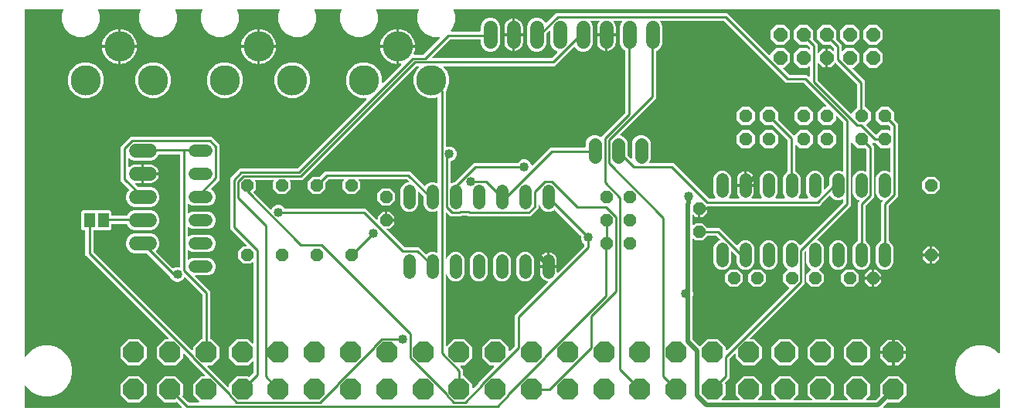
<source format=gbl>
G04 EAGLE Gerber RS-274X export*
G75*
%MOMM*%
%FSLAX34Y34*%
%LPD*%
%INBottom Copper*%
%IPPOS*%
%AMOC8*
5,1,8,0,0,1.08239X$1,22.5*%
G01*
%ADD10C,3.316000*%
%ADD11C,1.524000*%
%ADD12P,2.474344X8X202.500000*%
%ADD13P,2.474344X8X22.500000*%
%ADD14P,1.649562X8X22.500000*%
%ADD15C,1.320800*%
%ADD16P,1.429621X8X22.500000*%
%ADD17P,1.429621X8X112.500000*%
%ADD18P,1.429621X8X202.500000*%
%ADD19P,1.539592X8X22.500000*%
%ADD20C,1.422400*%
%ADD21P,1.539592X8X292.500000*%
%ADD22R,1.168400X1.600200*%
%ADD23P,1.429621X8X292.500000*%
%ADD24C,0.508000*%
%ADD25C,1.016000*%
%ADD26C,0.254000*%

G36*
X182117Y10172D02*
X182117Y10172D01*
X182188Y10174D01*
X182237Y10192D01*
X182289Y10200D01*
X182352Y10234D01*
X182419Y10259D01*
X182460Y10291D01*
X182506Y10316D01*
X182555Y10367D01*
X182611Y10412D01*
X182640Y10456D01*
X182675Y10494D01*
X182706Y10559D01*
X182744Y10619D01*
X182757Y10670D01*
X182779Y10717D01*
X182787Y10788D01*
X182804Y10858D01*
X182800Y10910D01*
X182806Y10961D01*
X182791Y11032D01*
X182785Y11103D01*
X182765Y11151D01*
X182754Y11202D01*
X182717Y11263D01*
X182689Y11329D01*
X182644Y11385D01*
X182628Y11413D01*
X182610Y11428D01*
X182584Y11460D01*
X177394Y16650D01*
X177378Y16662D01*
X177366Y16677D01*
X177279Y16733D01*
X177195Y16793D01*
X177176Y16799D01*
X177159Y16810D01*
X177059Y16835D01*
X176960Y16866D01*
X176940Y16865D01*
X176920Y16870D01*
X176817Y16862D01*
X176714Y16859D01*
X176695Y16853D01*
X176675Y16851D01*
X176580Y16811D01*
X176483Y16775D01*
X176467Y16763D01*
X176449Y16755D01*
X176318Y16650D01*
X175669Y16001D01*
X163675Y16001D01*
X155193Y24483D01*
X155193Y36477D01*
X163675Y44959D01*
X175669Y44959D01*
X184151Y36477D01*
X184151Y24483D01*
X183502Y23834D01*
X183490Y23818D01*
X183475Y23805D01*
X183419Y23718D01*
X183359Y23634D01*
X183353Y23615D01*
X183342Y23599D01*
X183317Y23498D01*
X183286Y23399D01*
X183287Y23379D01*
X183282Y23360D01*
X183290Y23257D01*
X183293Y23153D01*
X183299Y23135D01*
X183301Y23115D01*
X183341Y23020D01*
X183377Y22922D01*
X183390Y22907D01*
X183397Y22888D01*
X183502Y22758D01*
X189526Y16734D01*
X189600Y16681D01*
X189669Y16621D01*
X189699Y16609D01*
X189726Y16590D01*
X189813Y16563D01*
X189897Y16529D01*
X189938Y16525D01*
X189961Y16518D01*
X189993Y16519D01*
X190064Y16511D01*
X200951Y16511D01*
X201022Y16522D01*
X201094Y16524D01*
X201143Y16542D01*
X201194Y16550D01*
X201258Y16584D01*
X201325Y16609D01*
X201366Y16641D01*
X201412Y16666D01*
X201461Y16718D01*
X201517Y16762D01*
X201545Y16806D01*
X201581Y16844D01*
X201611Y16909D01*
X201650Y16969D01*
X201663Y17020D01*
X201685Y17067D01*
X201692Y17138D01*
X201710Y17208D01*
X201706Y17260D01*
X201712Y17311D01*
X201696Y17382D01*
X201691Y17453D01*
X201671Y17501D01*
X201659Y17552D01*
X201623Y17613D01*
X201595Y17679D01*
X201550Y17735D01*
X201533Y17763D01*
X201515Y17778D01*
X201490Y17810D01*
X194817Y24483D01*
X194817Y36477D01*
X203299Y44959D01*
X207192Y44959D01*
X207263Y44970D01*
X207334Y44972D01*
X207383Y44990D01*
X207435Y44998D01*
X207498Y45032D01*
X207565Y45057D01*
X207606Y45089D01*
X207652Y45114D01*
X207701Y45166D01*
X207757Y45210D01*
X207786Y45254D01*
X207821Y45292D01*
X207852Y45357D01*
X207890Y45417D01*
X207903Y45468D01*
X207925Y45515D01*
X207933Y45586D01*
X207950Y45656D01*
X207946Y45708D01*
X207952Y45759D01*
X207937Y45830D01*
X207931Y45901D01*
X207911Y45949D01*
X207900Y46000D01*
X207863Y46061D01*
X207835Y46127D01*
X207790Y46183D01*
X207774Y46211D01*
X207756Y46226D01*
X207730Y46258D01*
X190753Y63235D01*
X190753Y63936D01*
X190739Y64026D01*
X190731Y64117D01*
X190719Y64147D01*
X190714Y64179D01*
X190671Y64259D01*
X190635Y64343D01*
X190609Y64375D01*
X190598Y64396D01*
X190575Y64418D01*
X190530Y64474D01*
X185450Y69554D01*
X185392Y69596D01*
X185340Y69645D01*
X185293Y69667D01*
X185251Y69698D01*
X185182Y69719D01*
X185117Y69749D01*
X185065Y69755D01*
X185015Y69770D01*
X184944Y69768D01*
X184873Y69776D01*
X184822Y69765D01*
X184770Y69764D01*
X184702Y69739D01*
X184632Y69724D01*
X184587Y69697D01*
X184539Y69679D01*
X184483Y69634D01*
X184421Y69598D01*
X184387Y69558D01*
X184347Y69526D01*
X184308Y69465D01*
X184261Y69411D01*
X184242Y69362D01*
X184214Y69319D01*
X184196Y69249D01*
X184169Y69183D01*
X184161Y69111D01*
X184153Y69080D01*
X184155Y69057D01*
X184151Y69016D01*
X184151Y65123D01*
X175669Y56641D01*
X163675Y56641D01*
X155193Y65123D01*
X155193Y77117D01*
X163675Y85599D01*
X167568Y85599D01*
X167639Y85610D01*
X167710Y85612D01*
X167759Y85630D01*
X167811Y85638D01*
X167874Y85672D01*
X167941Y85697D01*
X167982Y85729D01*
X168028Y85754D01*
X168077Y85806D01*
X168133Y85850D01*
X168162Y85894D01*
X168197Y85932D01*
X168228Y85997D01*
X168266Y86057D01*
X168279Y86108D01*
X168301Y86155D01*
X168309Y86226D01*
X168326Y86296D01*
X168322Y86348D01*
X168328Y86399D01*
X168313Y86470D01*
X168307Y86541D01*
X168287Y86589D01*
X168276Y86640D01*
X168239Y86701D01*
X168211Y86767D01*
X168166Y86823D01*
X168150Y86851D01*
X168132Y86866D01*
X168106Y86898D01*
X76961Y178043D01*
X76961Y204089D01*
X76958Y204109D01*
X76960Y204128D01*
X76938Y204230D01*
X76922Y204332D01*
X76912Y204349D01*
X76908Y204369D01*
X76855Y204458D01*
X76806Y204549D01*
X76792Y204563D01*
X76782Y204580D01*
X76703Y204647D01*
X76628Y204719D01*
X76610Y204727D01*
X76595Y204740D01*
X76499Y204779D01*
X76405Y204822D01*
X76385Y204824D01*
X76367Y204832D01*
X76200Y204850D01*
X74175Y204850D01*
X72389Y206636D01*
X72389Y225164D01*
X74175Y226950D01*
X88387Y226950D01*
X88390Y226946D01*
X88477Y226890D01*
X88561Y226829D01*
X88580Y226823D01*
X88597Y226813D01*
X88697Y226787D01*
X88796Y226757D01*
X88816Y226757D01*
X88836Y226753D01*
X88939Y226761D01*
X89042Y226763D01*
X89061Y226770D01*
X89081Y226772D01*
X89176Y226812D01*
X89273Y226848D01*
X89289Y226860D01*
X89307Y226868D01*
X89409Y226950D01*
X103625Y226950D01*
X105411Y225164D01*
X105411Y221488D01*
X105414Y221468D01*
X105412Y221449D01*
X105434Y221347D01*
X105450Y221245D01*
X105460Y221228D01*
X105464Y221208D01*
X105517Y221119D01*
X105566Y221028D01*
X105580Y221014D01*
X105590Y220997D01*
X105669Y220930D01*
X105744Y220858D01*
X105762Y220850D01*
X105777Y220837D01*
X105873Y220798D01*
X105967Y220755D01*
X105987Y220753D01*
X106005Y220745D01*
X106172Y220727D01*
X122023Y220727D01*
X122138Y220746D01*
X122254Y220763D01*
X122260Y220765D01*
X122266Y220766D01*
X122368Y220821D01*
X122473Y220874D01*
X122478Y220879D01*
X122483Y220882D01*
X122563Y220966D01*
X122645Y221050D01*
X122649Y221056D01*
X122652Y221060D01*
X122660Y221077D01*
X122726Y221197D01*
X123035Y221943D01*
X126037Y224945D01*
X129958Y226569D01*
X149442Y226569D01*
X153363Y224945D01*
X156365Y221943D01*
X157989Y218022D01*
X157989Y213778D01*
X156365Y209857D01*
X153363Y206855D01*
X149442Y205231D01*
X129958Y205231D01*
X126037Y206855D01*
X123035Y209857D01*
X122305Y211619D01*
X122243Y211719D01*
X122184Y211819D01*
X122179Y211823D01*
X122176Y211828D01*
X122085Y211903D01*
X121997Y211979D01*
X121991Y211981D01*
X121986Y211985D01*
X121878Y212027D01*
X121769Y212071D01*
X121761Y212072D01*
X121757Y212073D01*
X121738Y212074D01*
X121602Y212089D01*
X106172Y212089D01*
X106152Y212086D01*
X106133Y212088D01*
X106031Y212066D01*
X105929Y212050D01*
X105912Y212040D01*
X105892Y212036D01*
X105803Y211983D01*
X105712Y211934D01*
X105698Y211920D01*
X105681Y211910D01*
X105614Y211831D01*
X105542Y211756D01*
X105534Y211738D01*
X105521Y211723D01*
X105482Y211627D01*
X105439Y211533D01*
X105437Y211513D01*
X105429Y211495D01*
X105411Y211328D01*
X105411Y206636D01*
X103625Y204850D01*
X89413Y204850D01*
X89410Y204854D01*
X89343Y204897D01*
X89304Y204930D01*
X89282Y204939D01*
X89239Y204971D01*
X89220Y204977D01*
X89203Y204987D01*
X89102Y205013D01*
X89093Y205016D01*
X89076Y205022D01*
X89068Y205023D01*
X89003Y205043D01*
X88983Y205043D01*
X88964Y205047D01*
X88861Y205039D01*
X88758Y205037D01*
X88739Y205030D01*
X88719Y205028D01*
X88659Y205003D01*
X88648Y205001D01*
X88621Y204987D01*
X88527Y204952D01*
X88511Y204940D01*
X88493Y204932D01*
X88444Y204893D01*
X88430Y204886D01*
X88416Y204870D01*
X88391Y204850D01*
X86360Y204850D01*
X86340Y204847D01*
X86321Y204849D01*
X86219Y204827D01*
X86117Y204811D01*
X86100Y204801D01*
X86080Y204797D01*
X85991Y204744D01*
X85900Y204695D01*
X85886Y204681D01*
X85869Y204671D01*
X85802Y204592D01*
X85730Y204517D01*
X85722Y204499D01*
X85709Y204484D01*
X85670Y204388D01*
X85627Y204294D01*
X85625Y204274D01*
X85617Y204256D01*
X85599Y204089D01*
X85599Y181936D01*
X85613Y181846D01*
X85621Y181755D01*
X85633Y181725D01*
X85638Y181693D01*
X85681Y181613D01*
X85717Y181529D01*
X85743Y181497D01*
X85754Y181476D01*
X85777Y181454D01*
X85822Y181398D01*
X193518Y73702D01*
X193576Y73660D01*
X193628Y73611D01*
X193675Y73589D01*
X193717Y73558D01*
X193786Y73537D01*
X193851Y73507D01*
X193903Y73501D01*
X193953Y73486D01*
X194024Y73488D01*
X194095Y73480D01*
X194146Y73491D01*
X194198Y73492D01*
X194266Y73517D01*
X194336Y73532D01*
X194380Y73559D01*
X194429Y73577D01*
X194485Y73622D01*
X194547Y73658D01*
X194581Y73698D01*
X194621Y73730D01*
X194660Y73791D01*
X194707Y73845D01*
X194726Y73894D01*
X194754Y73937D01*
X194772Y74007D01*
X194799Y74073D01*
X194807Y74145D01*
X194815Y74176D01*
X194813Y74199D01*
X194817Y74240D01*
X194817Y77117D01*
X203299Y85599D01*
X204216Y85599D01*
X204236Y85602D01*
X204255Y85600D01*
X204357Y85622D01*
X204459Y85638D01*
X204476Y85648D01*
X204496Y85652D01*
X204585Y85705D01*
X204676Y85754D01*
X204690Y85768D01*
X204707Y85778D01*
X204774Y85857D01*
X204846Y85932D01*
X204854Y85950D01*
X204867Y85965D01*
X204906Y86061D01*
X204949Y86155D01*
X204951Y86175D01*
X204959Y86193D01*
X204977Y86360D01*
X204977Y134040D01*
X204963Y134130D01*
X204955Y134221D01*
X204943Y134251D01*
X204938Y134283D01*
X204895Y134363D01*
X204859Y134447D01*
X204833Y134479D01*
X204822Y134500D01*
X204799Y134522D01*
X204754Y134578D01*
X186312Y153021D01*
X186274Y153048D01*
X186243Y153081D01*
X186175Y153119D01*
X186112Y153164D01*
X186068Y153178D01*
X186028Y153200D01*
X185951Y153214D01*
X185877Y153237D01*
X185831Y153236D01*
X185786Y153244D01*
X185709Y153232D01*
X185631Y153230D01*
X185588Y153215D01*
X185542Y153208D01*
X185473Y153173D01*
X185400Y153146D01*
X185364Y153117D01*
X185323Y153096D01*
X185269Y153041D01*
X185208Y152992D01*
X185183Y152954D01*
X185151Y152921D01*
X185085Y152801D01*
X185075Y152785D01*
X185074Y152780D01*
X185070Y152774D01*
X184691Y151859D01*
X182405Y149573D01*
X179417Y148335D01*
X176183Y148335D01*
X173195Y149573D01*
X170909Y151859D01*
X170030Y153980D01*
X169996Y154036D01*
X169970Y154096D01*
X169918Y154161D01*
X169901Y154189D01*
X169886Y154202D01*
X169865Y154227D01*
X144484Y179608D01*
X144410Y179661D01*
X144341Y179721D01*
X144311Y179733D01*
X144284Y179752D01*
X144197Y179779D01*
X144113Y179813D01*
X144072Y179817D01*
X144049Y179824D01*
X144017Y179823D01*
X143946Y179831D01*
X129958Y179831D01*
X126037Y181455D01*
X123035Y184457D01*
X121411Y188378D01*
X121411Y192622D01*
X123035Y196543D01*
X126037Y199545D01*
X129958Y201169D01*
X149442Y201169D01*
X153363Y199545D01*
X156365Y196543D01*
X157989Y192622D01*
X157989Y188378D01*
X156365Y184457D01*
X154646Y182738D01*
X154634Y182722D01*
X154619Y182710D01*
X154590Y182665D01*
X154558Y182631D01*
X154538Y182588D01*
X154502Y182538D01*
X154497Y182519D01*
X154486Y182503D01*
X154471Y182444D01*
X154455Y182408D01*
X154450Y182368D01*
X154430Y182303D01*
X154431Y182283D01*
X154426Y182264D01*
X154431Y182196D01*
X154427Y182164D01*
X154435Y182131D01*
X154436Y182057D01*
X154443Y182039D01*
X154445Y182019D01*
X154474Y181951D01*
X154480Y181923D01*
X154495Y181899D01*
X154521Y181826D01*
X154533Y181811D01*
X154541Y181793D01*
X154646Y181662D01*
X172664Y163644D01*
X172758Y163576D01*
X172853Y163506D01*
X172859Y163504D01*
X172864Y163500D01*
X172974Y163466D01*
X173086Y163430D01*
X173093Y163430D01*
X173099Y163428D01*
X173216Y163431D01*
X173332Y163432D01*
X173340Y163434D01*
X173345Y163434D01*
X173362Y163441D01*
X173494Y163479D01*
X176183Y164593D01*
X179417Y164593D01*
X179541Y164541D01*
X179585Y164531D01*
X179627Y164512D01*
X179704Y164503D01*
X179780Y164485D01*
X179826Y164490D01*
X179871Y164485D01*
X179948Y164501D01*
X180025Y164508D01*
X180067Y164527D01*
X180112Y164537D01*
X180179Y164577D01*
X180250Y164608D01*
X180283Y164639D01*
X180323Y164663D01*
X180374Y164722D01*
X180431Y164775D01*
X180453Y164815D01*
X180483Y164850D01*
X180512Y164922D01*
X180549Y164990D01*
X180558Y165035D01*
X180575Y165078D01*
X180590Y165214D01*
X180593Y165232D01*
X180592Y165237D01*
X180593Y165245D01*
X180593Y287528D01*
X180590Y287548D01*
X180592Y287567D01*
X180570Y287669D01*
X180554Y287771D01*
X180544Y287788D01*
X180540Y287808D01*
X180487Y287897D01*
X180438Y287988D01*
X180424Y288002D01*
X180414Y288019D01*
X180335Y288086D01*
X180260Y288158D01*
X180242Y288166D01*
X180227Y288179D01*
X180131Y288218D01*
X180037Y288261D01*
X180017Y288263D01*
X179999Y288271D01*
X179832Y288289D01*
X157798Y288289D01*
X157683Y288270D01*
X157567Y288253D01*
X157561Y288251D01*
X157555Y288250D01*
X157453Y288195D01*
X157348Y288142D01*
X157343Y288137D01*
X157338Y288134D01*
X157258Y288050D01*
X157176Y287966D01*
X157172Y287960D01*
X157168Y287956D01*
X157161Y287939D01*
X157095Y287819D01*
X156365Y286057D01*
X153363Y283055D01*
X149442Y281431D01*
X129958Y281431D01*
X126037Y283055D01*
X125506Y283586D01*
X125448Y283628D01*
X125396Y283677D01*
X125349Y283699D01*
X125307Y283729D01*
X125238Y283750D01*
X125173Y283781D01*
X125121Y283786D01*
X125071Y283802D01*
X125000Y283800D01*
X124929Y283808D01*
X124878Y283797D01*
X124826Y283795D01*
X124758Y283771D01*
X124688Y283756D01*
X124643Y283729D01*
X124595Y283711D01*
X124539Y283666D01*
X124477Y283629D01*
X124443Y283590D01*
X124403Y283557D01*
X124364Y283497D01*
X124317Y283442D01*
X124298Y283394D01*
X124270Y283350D01*
X124252Y283281D01*
X124225Y283214D01*
X124217Y283143D01*
X124209Y283112D01*
X124211Y283089D01*
X124207Y283048D01*
X124207Y275033D01*
X124209Y275021D01*
X124207Y275009D01*
X124228Y274900D01*
X124246Y274790D01*
X124252Y274780D01*
X124254Y274768D01*
X124310Y274671D01*
X124362Y274573D01*
X124370Y274565D01*
X124376Y274554D01*
X124459Y274480D01*
X124540Y274404D01*
X124551Y274399D01*
X124560Y274391D01*
X124662Y274347D01*
X124763Y274300D01*
X124775Y274299D01*
X124786Y274294D01*
X124897Y274285D01*
X125007Y274273D01*
X125019Y274275D01*
X125031Y274274D01*
X125139Y274301D01*
X125248Y274325D01*
X125258Y274331D01*
X125270Y274334D01*
X125415Y274417D01*
X126755Y275390D01*
X128180Y276116D01*
X129701Y276611D01*
X131280Y276861D01*
X138177Y276861D01*
X138177Y267462D01*
X138180Y267443D01*
X138178Y267424D01*
X138178Y267423D01*
X138200Y267321D01*
X138217Y267219D01*
X138226Y267202D01*
X138230Y267182D01*
X138283Y267093D01*
X138332Y267002D01*
X138346Y266988D01*
X138356Y266971D01*
X138435Y266904D01*
X138510Y266833D01*
X138528Y266824D01*
X138543Y266811D01*
X138639Y266773D01*
X138733Y266729D01*
X138753Y266727D01*
X138771Y266719D01*
X138938Y266701D01*
X139701Y266701D01*
X139701Y266699D01*
X138938Y266699D01*
X138918Y266696D01*
X138899Y266698D01*
X138797Y266676D01*
X138695Y266659D01*
X138678Y266650D01*
X138658Y266646D01*
X138569Y266593D01*
X138478Y266544D01*
X138464Y266530D01*
X138447Y266520D01*
X138380Y266441D01*
X138309Y266366D01*
X138300Y266348D01*
X138287Y266333D01*
X138248Y266237D01*
X138205Y266143D01*
X138203Y266123D01*
X138195Y266105D01*
X138177Y265938D01*
X138177Y256539D01*
X132406Y256539D01*
X132335Y256528D01*
X132264Y256526D01*
X132215Y256508D01*
X132163Y256500D01*
X132100Y256466D01*
X132033Y256441D01*
X131992Y256409D01*
X131946Y256384D01*
X131897Y256332D01*
X131841Y256288D01*
X131812Y256244D01*
X131777Y256206D01*
X131746Y256141D01*
X131708Y256081D01*
X131695Y256030D01*
X131673Y255983D01*
X131665Y255912D01*
X131648Y255842D01*
X131652Y255790D01*
X131646Y255739D01*
X131661Y255668D01*
X131667Y255597D01*
X131687Y255549D01*
X131698Y255498D01*
X131735Y255437D01*
X131763Y255371D01*
X131808Y255315D01*
X131824Y255287D01*
X131842Y255272D01*
X131868Y255240D01*
X134916Y252192D01*
X134990Y252139D01*
X135059Y252079D01*
X135089Y252067D01*
X135116Y252048D01*
X135203Y252021D01*
X135287Y251987D01*
X135328Y251983D01*
X135351Y251976D01*
X135383Y251977D01*
X135454Y251969D01*
X149442Y251969D01*
X153363Y250345D01*
X156365Y247343D01*
X157989Y243422D01*
X157989Y239178D01*
X156365Y235257D01*
X153363Y232255D01*
X149442Y230631D01*
X129958Y230631D01*
X126037Y232255D01*
X123035Y235257D01*
X121411Y239178D01*
X121411Y243422D01*
X123035Y247343D01*
X124754Y249062D01*
X124766Y249078D01*
X124781Y249090D01*
X124837Y249178D01*
X124898Y249262D01*
X124903Y249281D01*
X124914Y249297D01*
X124939Y249398D01*
X124970Y249497D01*
X124969Y249517D01*
X124974Y249536D01*
X124966Y249639D01*
X124964Y249743D01*
X124957Y249761D01*
X124955Y249781D01*
X124915Y249876D01*
X124879Y249974D01*
X124867Y249989D01*
X124859Y250007D01*
X124754Y250138D01*
X115569Y259323D01*
X115569Y296429D01*
X126227Y307087D01*
X215149Y307087D01*
X223775Y298461D01*
X223775Y260339D01*
X214414Y250978D01*
X214387Y250941D01*
X214353Y250910D01*
X214315Y250841D01*
X214270Y250778D01*
X214257Y250734D01*
X214234Y250694D01*
X214221Y250617D01*
X214198Y250543D01*
X214199Y250497D01*
X214191Y250452D01*
X214202Y250375D01*
X214204Y250297D01*
X214220Y250254D01*
X214226Y250209D01*
X214262Y250139D01*
X214288Y250066D01*
X214317Y250030D01*
X214338Y249989D01*
X214393Y249935D01*
X214442Y249874D01*
X214481Y249849D01*
X214514Y249817D01*
X214633Y249751D01*
X214649Y249741D01*
X214654Y249740D01*
X214661Y249736D01*
X215272Y249483D01*
X217987Y246768D01*
X219457Y243220D01*
X219457Y239380D01*
X217987Y235832D01*
X215272Y233117D01*
X211724Y231647D01*
X194676Y231647D01*
X191128Y233117D01*
X190530Y233715D01*
X190472Y233757D01*
X190420Y233806D01*
X190373Y233828D01*
X190331Y233858D01*
X190262Y233879D01*
X190197Y233910D01*
X190145Y233915D01*
X190095Y233931D01*
X190024Y233929D01*
X189953Y233937D01*
X189902Y233926D01*
X189850Y233924D01*
X189782Y233900D01*
X189712Y233884D01*
X189667Y233858D01*
X189619Y233840D01*
X189563Y233795D01*
X189501Y233758D01*
X189467Y233719D01*
X189427Y233686D01*
X189388Y233626D01*
X189341Y233571D01*
X189322Y233523D01*
X189294Y233479D01*
X189276Y233410D01*
X189249Y233343D01*
X189241Y233272D01*
X189233Y233241D01*
X189235Y233217D01*
X189231Y233176D01*
X189231Y224024D01*
X189242Y223953D01*
X189244Y223881D01*
X189262Y223832D01*
X189270Y223781D01*
X189304Y223717D01*
X189329Y223650D01*
X189361Y223609D01*
X189386Y223563D01*
X189438Y223514D01*
X189482Y223458D01*
X189526Y223430D01*
X189564Y223394D01*
X189629Y223364D01*
X189689Y223325D01*
X189740Y223312D01*
X189787Y223290D01*
X189858Y223283D01*
X189928Y223265D01*
X189980Y223269D01*
X190031Y223263D01*
X190102Y223279D01*
X190173Y223284D01*
X190221Y223304D01*
X190272Y223316D01*
X190333Y223352D01*
X190399Y223380D01*
X190455Y223425D01*
X190483Y223442D01*
X190498Y223459D01*
X190530Y223485D01*
X191128Y224083D01*
X194676Y225553D01*
X211724Y225553D01*
X215272Y224083D01*
X217987Y221368D01*
X219457Y217820D01*
X219457Y213980D01*
X217987Y210432D01*
X215272Y207717D01*
X211724Y206247D01*
X194676Y206247D01*
X191128Y207717D01*
X190530Y208315D01*
X190472Y208357D01*
X190420Y208406D01*
X190373Y208428D01*
X190331Y208458D01*
X190262Y208479D01*
X190197Y208510D01*
X190145Y208515D01*
X190095Y208531D01*
X190024Y208529D01*
X189953Y208537D01*
X189902Y208526D01*
X189850Y208524D01*
X189782Y208500D01*
X189712Y208484D01*
X189667Y208458D01*
X189619Y208440D01*
X189563Y208395D01*
X189501Y208358D01*
X189467Y208319D01*
X189427Y208286D01*
X189388Y208226D01*
X189341Y208171D01*
X189322Y208123D01*
X189294Y208079D01*
X189276Y208010D01*
X189249Y207943D01*
X189241Y207872D01*
X189233Y207841D01*
X189235Y207817D01*
X189231Y207776D01*
X189231Y198624D01*
X189242Y198553D01*
X189244Y198481D01*
X189262Y198432D01*
X189270Y198381D01*
X189304Y198317D01*
X189329Y198250D01*
X189361Y198209D01*
X189386Y198163D01*
X189438Y198114D01*
X189482Y198058D01*
X189526Y198030D01*
X189564Y197994D01*
X189629Y197964D01*
X189689Y197925D01*
X189740Y197912D01*
X189787Y197890D01*
X189858Y197883D01*
X189928Y197865D01*
X189980Y197869D01*
X190031Y197863D01*
X190102Y197879D01*
X190173Y197884D01*
X190221Y197904D01*
X190272Y197916D01*
X190333Y197952D01*
X190399Y197980D01*
X190455Y198025D01*
X190483Y198042D01*
X190498Y198059D01*
X190530Y198085D01*
X191128Y198683D01*
X194676Y200153D01*
X211724Y200153D01*
X215272Y198683D01*
X217987Y195968D01*
X219457Y192420D01*
X219457Y188580D01*
X217987Y185032D01*
X215272Y182317D01*
X211724Y180847D01*
X194676Y180847D01*
X191128Y182317D01*
X190530Y182915D01*
X190472Y182957D01*
X190420Y183006D01*
X190373Y183028D01*
X190331Y183058D01*
X190262Y183079D01*
X190197Y183110D01*
X190145Y183115D01*
X190095Y183131D01*
X190024Y183129D01*
X189953Y183137D01*
X189902Y183126D01*
X189850Y183124D01*
X189782Y183100D01*
X189712Y183084D01*
X189667Y183058D01*
X189619Y183040D01*
X189563Y182995D01*
X189501Y182958D01*
X189467Y182919D01*
X189427Y182886D01*
X189388Y182826D01*
X189341Y182771D01*
X189322Y182723D01*
X189294Y182679D01*
X189276Y182610D01*
X189249Y182543D01*
X189241Y182472D01*
X189233Y182441D01*
X189235Y182417D01*
X189231Y182376D01*
X189231Y173224D01*
X189242Y173153D01*
X189244Y173081D01*
X189262Y173032D01*
X189270Y172981D01*
X189304Y172917D01*
X189329Y172850D01*
X189361Y172809D01*
X189386Y172763D01*
X189438Y172714D01*
X189482Y172658D01*
X189526Y172630D01*
X189564Y172594D01*
X189629Y172564D01*
X189689Y172525D01*
X189740Y172512D01*
X189787Y172490D01*
X189858Y172483D01*
X189928Y172465D01*
X189980Y172469D01*
X190031Y172463D01*
X190102Y172479D01*
X190173Y172484D01*
X190221Y172504D01*
X190272Y172516D01*
X190333Y172552D01*
X190399Y172580D01*
X190455Y172625D01*
X190483Y172642D01*
X190498Y172659D01*
X190530Y172685D01*
X191128Y173283D01*
X194676Y174753D01*
X211724Y174753D01*
X215272Y173283D01*
X217987Y170568D01*
X219457Y167020D01*
X219457Y163180D01*
X217987Y159632D01*
X215272Y156917D01*
X211724Y155447D01*
X197938Y155447D01*
X197867Y155436D01*
X197796Y155434D01*
X197747Y155416D01*
X197695Y155408D01*
X197632Y155374D01*
X197565Y155349D01*
X197524Y155317D01*
X197478Y155292D01*
X197429Y155240D01*
X197373Y155196D01*
X197344Y155152D01*
X197309Y155114D01*
X197278Y155049D01*
X197240Y154989D01*
X197227Y154938D01*
X197205Y154891D01*
X197197Y154820D01*
X197180Y154750D01*
X197184Y154698D01*
X197178Y154647D01*
X197193Y154576D01*
X197199Y154505D01*
X197219Y154457D01*
X197230Y154406D01*
X197267Y154345D01*
X197295Y154279D01*
X197340Y154223D01*
X197356Y154195D01*
X197374Y154180D01*
X197400Y154148D01*
X213615Y137933D01*
X213615Y86360D01*
X213618Y86340D01*
X213616Y86321D01*
X213638Y86219D01*
X213654Y86117D01*
X213664Y86100D01*
X213668Y86080D01*
X213721Y85991D01*
X213770Y85900D01*
X213784Y85886D01*
X213794Y85869D01*
X213873Y85802D01*
X213948Y85730D01*
X213966Y85722D01*
X213981Y85709D01*
X214077Y85670D01*
X214171Y85627D01*
X214191Y85625D01*
X214209Y85617D01*
X214376Y85599D01*
X215293Y85599D01*
X223775Y77117D01*
X223775Y65123D01*
X215293Y56641D01*
X211400Y56641D01*
X211329Y56630D01*
X211258Y56628D01*
X211209Y56610D01*
X211157Y56602D01*
X211094Y56568D01*
X211027Y56543D01*
X210986Y56511D01*
X210940Y56486D01*
X210891Y56435D01*
X210835Y56390D01*
X210806Y56346D01*
X210771Y56308D01*
X210740Y56243D01*
X210702Y56183D01*
X210689Y56132D01*
X210667Y56085D01*
X210659Y56014D01*
X210642Y55944D01*
X210646Y55892D01*
X210640Y55841D01*
X210655Y55770D01*
X210661Y55699D01*
X210681Y55651D01*
X210692Y55600D01*
X210729Y55539D01*
X210757Y55473D01*
X210802Y55417D01*
X210818Y55389D01*
X210836Y55374D01*
X210862Y55342D01*
X233142Y33062D01*
X233200Y33020D01*
X233252Y32971D01*
X233299Y32949D01*
X233341Y32918D01*
X233410Y32897D01*
X233475Y32867D01*
X233527Y32861D01*
X233577Y32846D01*
X233648Y32848D01*
X233719Y32840D01*
X233770Y32851D01*
X233822Y32852D01*
X233890Y32877D01*
X233960Y32892D01*
X234004Y32919D01*
X234053Y32937D01*
X234109Y32982D01*
X234171Y33018D01*
X234205Y33058D01*
X234245Y33090D01*
X234284Y33151D01*
X234331Y33205D01*
X234350Y33254D01*
X234378Y33297D01*
X234396Y33367D01*
X234423Y33433D01*
X234431Y33505D01*
X234439Y33536D01*
X234437Y33559D01*
X234441Y33600D01*
X234441Y36477D01*
X242923Y44959D01*
X254917Y44959D01*
X255566Y44310D01*
X255582Y44298D01*
X255595Y44283D01*
X255682Y44227D01*
X255766Y44167D01*
X255785Y44161D01*
X255801Y44150D01*
X255902Y44125D01*
X256001Y44094D01*
X256021Y44095D01*
X256040Y44090D01*
X256143Y44098D01*
X256247Y44101D01*
X256265Y44107D01*
X256285Y44109D01*
X256380Y44149D01*
X256478Y44185D01*
X256493Y44198D01*
X256512Y44205D01*
X256642Y44310D01*
X260634Y48302D01*
X260687Y48376D01*
X260747Y48445D01*
X260759Y48475D01*
X260778Y48502D01*
X260805Y48589D01*
X260839Y48673D01*
X260843Y48714D01*
X260850Y48737D01*
X260849Y48769D01*
X260857Y48840D01*
X260857Y60743D01*
X260846Y60814D01*
X260844Y60886D01*
X260826Y60935D01*
X260818Y60986D01*
X260784Y61050D01*
X260759Y61117D01*
X260727Y61158D01*
X260702Y61204D01*
X260650Y61253D01*
X260606Y61309D01*
X260562Y61337D01*
X260524Y61373D01*
X260459Y61403D01*
X260399Y61442D01*
X260348Y61455D01*
X260301Y61477D01*
X260230Y61484D01*
X260160Y61502D01*
X260108Y61498D01*
X260057Y61504D01*
X259986Y61488D01*
X259915Y61483D01*
X259867Y61463D01*
X259816Y61451D01*
X259755Y61415D01*
X259689Y61387D01*
X259633Y61342D01*
X259605Y61325D01*
X259590Y61307D01*
X259558Y61282D01*
X254917Y56641D01*
X242923Y56641D01*
X234441Y65123D01*
X234441Y77117D01*
X242923Y85599D01*
X254917Y85599D01*
X259558Y80958D01*
X259616Y80916D01*
X259668Y80867D01*
X259715Y80845D01*
X259757Y80815D01*
X259826Y80794D01*
X259891Y80763D01*
X259943Y80758D01*
X259993Y80742D01*
X260064Y80744D01*
X260135Y80736D01*
X260186Y80747D01*
X260238Y80749D01*
X260306Y80773D01*
X260376Y80789D01*
X260421Y80815D01*
X260469Y80833D01*
X260525Y80878D01*
X260587Y80915D01*
X260621Y80954D01*
X260661Y80987D01*
X260700Y81047D01*
X260747Y81102D01*
X260766Y81150D01*
X260794Y81194D01*
X260812Y81263D01*
X260839Y81330D01*
X260847Y81401D01*
X260855Y81432D01*
X260853Y81456D01*
X260857Y81497D01*
X260857Y169168D01*
X260846Y169239D01*
X260844Y169311D01*
X260826Y169360D01*
X260818Y169411D01*
X260784Y169475D01*
X260759Y169542D01*
X260727Y169583D01*
X260702Y169629D01*
X260650Y169678D01*
X260606Y169734D01*
X260562Y169762D01*
X260524Y169798D01*
X260459Y169828D01*
X260399Y169867D01*
X260348Y169880D01*
X260301Y169902D01*
X260230Y169909D01*
X260160Y169927D01*
X260108Y169923D01*
X260057Y169929D01*
X259986Y169913D01*
X259915Y169908D01*
X259867Y169888D01*
X259816Y169876D01*
X259755Y169840D01*
X259689Y169812D01*
X259633Y169767D01*
X259605Y169750D01*
X259590Y169732D01*
X259558Y169707D01*
X257998Y168147D01*
X250002Y168147D01*
X244347Y173802D01*
X244347Y181798D01*
X250002Y187453D01*
X252658Y187453D01*
X252729Y187464D01*
X252800Y187466D01*
X252849Y187484D01*
X252901Y187492D01*
X252964Y187526D01*
X253031Y187551D01*
X253072Y187583D01*
X253118Y187608D01*
X253167Y187660D01*
X253223Y187704D01*
X253252Y187748D01*
X253287Y187786D01*
X253318Y187851D01*
X253356Y187911D01*
X253369Y187962D01*
X253391Y188009D01*
X253399Y188080D01*
X253416Y188150D01*
X253412Y188202D01*
X253418Y188253D01*
X253403Y188324D01*
X253397Y188395D01*
X253377Y188443D01*
X253366Y188494D01*
X253329Y188555D01*
X253301Y188621D01*
X253256Y188677D01*
X253240Y188705D01*
X253222Y188720D01*
X253196Y188752D01*
X235457Y206491D01*
X235457Y261885D01*
X246115Y272543D01*
X308792Y272543D01*
X308882Y272557D01*
X308973Y272565D01*
X309003Y272577D01*
X309035Y272582D01*
X309115Y272625D01*
X309199Y272661D01*
X309231Y272687D01*
X309252Y272698D01*
X309274Y272721D01*
X309330Y272766D01*
X385036Y348472D01*
X385078Y348530D01*
X385127Y348582D01*
X385149Y348629D01*
X385180Y348671D01*
X385201Y348740D01*
X385231Y348805D01*
X385237Y348857D01*
X385252Y348907D01*
X385250Y348978D01*
X385258Y349049D01*
X385247Y349100D01*
X385246Y349152D01*
X385221Y349220D01*
X385206Y349290D01*
X385179Y349334D01*
X385161Y349383D01*
X385116Y349439D01*
X385080Y349501D01*
X385040Y349535D01*
X385008Y349575D01*
X384947Y349614D01*
X384893Y349661D01*
X384844Y349680D01*
X384801Y349708D01*
X384731Y349726D01*
X384665Y349753D01*
X384593Y349761D01*
X384562Y349769D01*
X384539Y349767D01*
X384498Y349771D01*
X378196Y349771D01*
X370981Y352760D01*
X365460Y358281D01*
X362471Y365496D01*
X362471Y373304D01*
X365460Y380519D01*
X370981Y386040D01*
X378196Y389029D01*
X386004Y389029D01*
X393219Y386040D01*
X398740Y380519D01*
X401729Y373304D01*
X401729Y367002D01*
X401740Y366931D01*
X401742Y366860D01*
X401760Y366811D01*
X401768Y366759D01*
X401802Y366696D01*
X401827Y366629D01*
X401859Y366588D01*
X401884Y366542D01*
X401935Y366493D01*
X401980Y366437D01*
X402024Y366408D01*
X402062Y366373D01*
X402127Y366342D01*
X402187Y366304D01*
X402238Y366291D01*
X402285Y366269D01*
X402356Y366261D01*
X402426Y366244D01*
X402478Y366248D01*
X402529Y366242D01*
X402600Y366257D01*
X402671Y366263D01*
X402719Y366283D01*
X402770Y366294D01*
X402831Y366331D01*
X402897Y366359D01*
X402953Y366404D01*
X402981Y366420D01*
X402996Y366438D01*
X403028Y366464D01*
X422787Y386223D01*
X422857Y386321D01*
X422929Y386419D01*
X422929Y386421D01*
X422931Y386422D01*
X422966Y386536D01*
X423002Y386653D01*
X423002Y386656D01*
X423003Y386658D01*
X423000Y386779D01*
X422997Y386899D01*
X422997Y386901D01*
X422997Y386903D01*
X422954Y387019D01*
X422914Y387131D01*
X422913Y387132D01*
X422912Y387134D01*
X422836Y387230D01*
X422762Y387324D01*
X422760Y387325D01*
X422759Y387326D01*
X422656Y387392D01*
X422555Y387458D01*
X422553Y387458D01*
X422552Y387459D01*
X422436Y387489D01*
X422317Y387519D01*
X422315Y387519D01*
X422313Y387520D01*
X422306Y387519D01*
X422149Y387516D01*
X420623Y387315D01*
X420623Y404877D01*
X438185Y404877D01*
X437894Y402662D01*
X437245Y400241D01*
X436550Y398563D01*
X436540Y398519D01*
X436520Y398477D01*
X436512Y398400D01*
X436494Y398324D01*
X436498Y398278D01*
X436493Y398233D01*
X436510Y398156D01*
X436517Y398079D01*
X436536Y398037D01*
X436545Y397992D01*
X436585Y397925D01*
X436617Y397854D01*
X436648Y397820D01*
X436672Y397781D01*
X436731Y397730D01*
X436783Y397673D01*
X436824Y397651D01*
X436858Y397621D01*
X436931Y397592D01*
X436999Y397555D01*
X437044Y397546D01*
X437087Y397529D01*
X437222Y397514D01*
X437241Y397511D01*
X437246Y397512D01*
X437253Y397511D01*
X446968Y397511D01*
X447058Y397525D01*
X447149Y397533D01*
X447179Y397545D01*
X447211Y397550D01*
X447291Y397593D01*
X447375Y397629D01*
X447407Y397655D01*
X447428Y397666D01*
X447450Y397689D01*
X447506Y397734D01*
X465212Y415440D01*
X465254Y415498D01*
X465303Y415550D01*
X465325Y415597D01*
X465356Y415639D01*
X465377Y415708D01*
X465407Y415773D01*
X465413Y415825D01*
X465428Y415875D01*
X465426Y415946D01*
X465434Y416017D01*
X465423Y416068D01*
X465422Y416120D01*
X465397Y416188D01*
X465382Y416258D01*
X465355Y416303D01*
X465337Y416351D01*
X465292Y416407D01*
X465256Y416469D01*
X465216Y416503D01*
X465184Y416543D01*
X465123Y416582D01*
X465069Y416629D01*
X465020Y416648D01*
X464977Y416676D01*
X464907Y416694D01*
X464841Y416721D01*
X464769Y416729D01*
X464738Y416737D01*
X464715Y416735D01*
X464674Y416739D01*
X457490Y416739D01*
X449897Y419885D01*
X444085Y425697D01*
X440939Y433290D01*
X440939Y441510D01*
X442752Y445887D01*
X442763Y445931D01*
X442782Y445973D01*
X442791Y446050D01*
X442808Y446126D01*
X442804Y446172D01*
X442809Y446217D01*
X442793Y446294D01*
X442785Y446371D01*
X442767Y446413D01*
X442757Y446458D01*
X442717Y446525D01*
X442685Y446596D01*
X442654Y446630D01*
X442631Y446669D01*
X442572Y446720D01*
X442519Y446777D01*
X442479Y446799D01*
X442444Y446829D01*
X442372Y446858D01*
X442303Y446895D01*
X442258Y446904D01*
X442216Y446921D01*
X442080Y446936D01*
X442061Y446939D01*
X442056Y446938D01*
X442049Y446939D01*
X396151Y446939D01*
X396106Y446932D01*
X396060Y446934D01*
X395985Y446912D01*
X395908Y446900D01*
X395868Y446878D01*
X395824Y446865D01*
X395760Y446821D01*
X395691Y446784D01*
X395659Y446751D01*
X395622Y446725D01*
X395575Y446662D01*
X395521Y446606D01*
X395502Y446564D01*
X395475Y446528D01*
X395451Y446454D01*
X395418Y446383D01*
X395413Y446337D01*
X395399Y446294D01*
X395399Y446216D01*
X395391Y446139D01*
X395401Y446094D01*
X395401Y446048D01*
X395439Y445916D01*
X395443Y445898D01*
X395446Y445894D01*
X395448Y445887D01*
X397261Y441510D01*
X397261Y433290D01*
X394115Y425697D01*
X388303Y419885D01*
X380710Y416739D01*
X372490Y416739D01*
X364897Y419885D01*
X359085Y425697D01*
X355939Y433290D01*
X355939Y441510D01*
X357752Y445887D01*
X357763Y445931D01*
X357782Y445973D01*
X357791Y446050D01*
X357808Y446126D01*
X357804Y446172D01*
X357809Y446217D01*
X357793Y446294D01*
X357785Y446371D01*
X357767Y446413D01*
X357757Y446458D01*
X357717Y446525D01*
X357685Y446596D01*
X357654Y446630D01*
X357631Y446669D01*
X357572Y446720D01*
X357519Y446777D01*
X357479Y446799D01*
X357444Y446829D01*
X357372Y446858D01*
X357303Y446895D01*
X357258Y446904D01*
X357216Y446921D01*
X357080Y446936D01*
X357061Y446939D01*
X357056Y446938D01*
X357049Y446939D01*
X328751Y446939D01*
X328706Y446932D01*
X328660Y446934D01*
X328585Y446912D01*
X328508Y446900D01*
X328468Y446878D01*
X328424Y446865D01*
X328360Y446821D01*
X328291Y446784D01*
X328259Y446751D01*
X328222Y446725D01*
X328175Y446662D01*
X328121Y446606D01*
X328102Y446564D01*
X328075Y446528D01*
X328051Y446454D01*
X328018Y446383D01*
X328013Y446337D01*
X327999Y446294D01*
X327999Y446216D01*
X327991Y446139D01*
X328001Y446094D01*
X328001Y446048D01*
X328039Y445916D01*
X328043Y445898D01*
X328046Y445894D01*
X328048Y445887D01*
X329861Y441510D01*
X329861Y433290D01*
X326715Y425697D01*
X320903Y419885D01*
X313310Y416739D01*
X305090Y416739D01*
X297497Y419885D01*
X291685Y425697D01*
X288539Y433290D01*
X288539Y441510D01*
X290352Y445887D01*
X290363Y445931D01*
X290382Y445973D01*
X290391Y446050D01*
X290408Y446126D01*
X290404Y446172D01*
X290409Y446217D01*
X290393Y446294D01*
X290385Y446371D01*
X290367Y446413D01*
X290357Y446458D01*
X290317Y446525D01*
X290285Y446596D01*
X290254Y446630D01*
X290231Y446669D01*
X290172Y446720D01*
X290119Y446777D01*
X290079Y446799D01*
X290044Y446829D01*
X289972Y446858D01*
X289903Y446895D01*
X289858Y446904D01*
X289816Y446921D01*
X289680Y446936D01*
X289661Y446939D01*
X289656Y446938D01*
X289649Y446939D01*
X243751Y446939D01*
X243706Y446932D01*
X243660Y446934D01*
X243585Y446912D01*
X243508Y446900D01*
X243468Y446878D01*
X243424Y446865D01*
X243360Y446821D01*
X243291Y446784D01*
X243259Y446751D01*
X243222Y446725D01*
X243175Y446662D01*
X243121Y446606D01*
X243102Y446564D01*
X243075Y446528D01*
X243051Y446454D01*
X243018Y446383D01*
X243013Y446337D01*
X242999Y446294D01*
X242999Y446216D01*
X242991Y446139D01*
X243001Y446094D01*
X243001Y446048D01*
X243039Y445916D01*
X243043Y445898D01*
X243046Y445894D01*
X243048Y445887D01*
X244861Y441510D01*
X244861Y433290D01*
X241715Y425697D01*
X235903Y419885D01*
X228310Y416739D01*
X220090Y416739D01*
X212497Y419885D01*
X206685Y425697D01*
X203539Y433290D01*
X203539Y441510D01*
X205352Y445887D01*
X205363Y445931D01*
X205382Y445973D01*
X205391Y446050D01*
X205408Y446126D01*
X205404Y446172D01*
X205409Y446217D01*
X205393Y446294D01*
X205385Y446371D01*
X205367Y446413D01*
X205357Y446458D01*
X205317Y446525D01*
X205285Y446596D01*
X205254Y446630D01*
X205231Y446669D01*
X205172Y446720D01*
X205119Y446777D01*
X205079Y446799D01*
X205044Y446829D01*
X204972Y446858D01*
X204903Y446895D01*
X204858Y446904D01*
X204816Y446921D01*
X204680Y446936D01*
X204661Y446939D01*
X204656Y446938D01*
X204649Y446939D01*
X176351Y446939D01*
X176306Y446932D01*
X176260Y446934D01*
X176185Y446912D01*
X176108Y446900D01*
X176068Y446878D01*
X176024Y446865D01*
X175960Y446821D01*
X175891Y446784D01*
X175859Y446751D01*
X175822Y446725D01*
X175775Y446662D01*
X175721Y446606D01*
X175702Y446564D01*
X175675Y446528D01*
X175651Y446454D01*
X175618Y446383D01*
X175613Y446337D01*
X175599Y446294D01*
X175599Y446216D01*
X175591Y446139D01*
X175601Y446094D01*
X175601Y446048D01*
X175639Y445916D01*
X175643Y445898D01*
X175646Y445894D01*
X175648Y445887D01*
X177461Y441510D01*
X177461Y433290D01*
X174315Y425697D01*
X168503Y419885D01*
X160910Y416739D01*
X152690Y416739D01*
X145097Y419885D01*
X139285Y425697D01*
X136139Y433290D01*
X136139Y441510D01*
X137952Y445887D01*
X137963Y445931D01*
X137982Y445973D01*
X137991Y446050D01*
X138008Y446126D01*
X138004Y446172D01*
X138009Y446217D01*
X137993Y446294D01*
X137985Y446371D01*
X137967Y446413D01*
X137957Y446458D01*
X137917Y446525D01*
X137885Y446596D01*
X137854Y446630D01*
X137831Y446669D01*
X137772Y446720D01*
X137719Y446777D01*
X137679Y446799D01*
X137644Y446829D01*
X137572Y446858D01*
X137503Y446895D01*
X137458Y446904D01*
X137416Y446921D01*
X137280Y446936D01*
X137261Y446939D01*
X137256Y446938D01*
X137249Y446939D01*
X91351Y446939D01*
X91306Y446932D01*
X91260Y446934D01*
X91185Y446912D01*
X91108Y446900D01*
X91068Y446878D01*
X91024Y446865D01*
X90960Y446821D01*
X90891Y446784D01*
X90859Y446751D01*
X90822Y446725D01*
X90775Y446662D01*
X90721Y446606D01*
X90702Y446564D01*
X90675Y446528D01*
X90651Y446454D01*
X90618Y446383D01*
X90613Y446337D01*
X90599Y446294D01*
X90599Y446216D01*
X90591Y446139D01*
X90601Y446094D01*
X90601Y446048D01*
X90639Y445916D01*
X90643Y445898D01*
X90646Y445894D01*
X90648Y445887D01*
X92461Y441510D01*
X92461Y433290D01*
X89315Y425697D01*
X83503Y419885D01*
X75910Y416739D01*
X67690Y416739D01*
X60097Y419885D01*
X54285Y425697D01*
X51139Y433290D01*
X51139Y441510D01*
X52952Y445887D01*
X52963Y445931D01*
X52982Y445973D01*
X52991Y446050D01*
X53008Y446126D01*
X53004Y446172D01*
X53009Y446217D01*
X52993Y446294D01*
X52985Y446371D01*
X52967Y446413D01*
X52957Y446458D01*
X52917Y446525D01*
X52885Y446596D01*
X52854Y446630D01*
X52831Y446669D01*
X52772Y446720D01*
X52719Y446777D01*
X52679Y446799D01*
X52644Y446829D01*
X52572Y446858D01*
X52503Y446895D01*
X52458Y446904D01*
X52416Y446921D01*
X52280Y446936D01*
X52261Y446939D01*
X52256Y446938D01*
X52249Y446939D01*
X10922Y446939D01*
X10902Y446936D01*
X10883Y446938D01*
X10781Y446916D01*
X10679Y446900D01*
X10662Y446890D01*
X10642Y446886D01*
X10553Y446833D01*
X10462Y446784D01*
X10448Y446770D01*
X10431Y446760D01*
X10364Y446681D01*
X10292Y446606D01*
X10284Y446588D01*
X10271Y446573D01*
X10232Y446477D01*
X10189Y446383D01*
X10187Y446363D01*
X10179Y446345D01*
X10161Y446178D01*
X10161Y67289D01*
X10168Y67242D01*
X10167Y67194D01*
X10188Y67121D01*
X10200Y67047D01*
X10223Y67004D01*
X10237Y66958D01*
X10280Y66896D01*
X10316Y66829D01*
X10350Y66796D01*
X10378Y66757D01*
X10439Y66712D01*
X10494Y66660D01*
X10537Y66640D01*
X10576Y66611D01*
X10648Y66588D01*
X10717Y66556D01*
X10765Y66551D01*
X10810Y66536D01*
X10886Y66538D01*
X10961Y66529D01*
X11008Y66539D01*
X11056Y66540D01*
X11128Y66565D01*
X11202Y66581D01*
X11243Y66606D01*
X11288Y66622D01*
X11348Y66669D01*
X11413Y66708D01*
X11444Y66744D01*
X11482Y66774D01*
X11558Y66878D01*
X11573Y66895D01*
X11575Y66901D01*
X11581Y66909D01*
X12186Y67956D01*
X17388Y73158D01*
X23759Y76837D01*
X30866Y78741D01*
X38222Y78741D01*
X45329Y76837D01*
X51700Y73158D01*
X56902Y67956D01*
X60581Y61585D01*
X62485Y54478D01*
X62485Y47122D01*
X60581Y40015D01*
X56902Y33644D01*
X51700Y28442D01*
X45329Y24763D01*
X38222Y22859D01*
X30866Y22859D01*
X23759Y24763D01*
X17388Y28442D01*
X12186Y33644D01*
X11581Y34691D01*
X11551Y34728D01*
X11528Y34771D01*
X11474Y34823D01*
X11425Y34882D01*
X11385Y34907D01*
X11350Y34940D01*
X11281Y34972D01*
X11217Y35012D01*
X11170Y35024D01*
X11127Y35044D01*
X11052Y35052D01*
X10978Y35070D01*
X10930Y35066D01*
X10883Y35071D01*
X10808Y35055D01*
X10733Y35048D01*
X10689Y35029D01*
X10642Y35019D01*
X10577Y34980D01*
X10508Y34949D01*
X10472Y34917D01*
X10431Y34892D01*
X10382Y34835D01*
X10326Y34784D01*
X10302Y34742D01*
X10271Y34705D01*
X10243Y34635D01*
X10206Y34569D01*
X10197Y34522D01*
X10179Y34477D01*
X10165Y34349D01*
X10161Y34327D01*
X10162Y34321D01*
X10161Y34311D01*
X10161Y10922D01*
X10164Y10902D01*
X10162Y10883D01*
X10184Y10781D01*
X10200Y10679D01*
X10210Y10662D01*
X10214Y10642D01*
X10267Y10553D01*
X10316Y10462D01*
X10330Y10448D01*
X10340Y10431D01*
X10419Y10364D01*
X10494Y10292D01*
X10512Y10284D01*
X10527Y10271D01*
X10623Y10232D01*
X10717Y10189D01*
X10737Y10187D01*
X10755Y10179D01*
X10922Y10161D01*
X182046Y10161D01*
X182117Y10172D01*
G37*
G36*
X1077998Y10164D02*
X1077998Y10164D01*
X1078017Y10162D01*
X1078119Y10184D01*
X1078221Y10200D01*
X1078238Y10210D01*
X1078258Y10214D01*
X1078347Y10267D01*
X1078438Y10316D01*
X1078452Y10330D01*
X1078469Y10340D01*
X1078536Y10419D01*
X1078608Y10494D01*
X1078616Y10512D01*
X1078629Y10527D01*
X1078668Y10623D01*
X1078711Y10717D01*
X1078713Y10737D01*
X1078721Y10755D01*
X1078739Y10922D01*
X1078739Y30531D01*
X1078728Y30602D01*
X1078726Y30674D01*
X1078708Y30723D01*
X1078700Y30774D01*
X1078666Y30837D01*
X1078641Y30905D01*
X1078609Y30945D01*
X1078584Y30991D01*
X1078532Y31041D01*
X1078488Y31097D01*
X1078444Y31125D01*
X1078406Y31161D01*
X1078341Y31191D01*
X1078281Y31230D01*
X1078230Y31242D01*
X1078183Y31264D01*
X1078112Y31272D01*
X1078042Y31290D01*
X1077990Y31286D01*
X1077939Y31292D01*
X1077868Y31276D01*
X1077797Y31271D01*
X1077749Y31250D01*
X1077698Y31239D01*
X1077637Y31202D01*
X1077571Y31174D01*
X1077515Y31130D01*
X1077487Y31113D01*
X1077472Y31095D01*
X1077440Y31070D01*
X1074812Y28442D01*
X1068441Y24763D01*
X1061334Y22859D01*
X1053978Y22859D01*
X1046871Y24763D01*
X1040500Y28442D01*
X1035298Y33644D01*
X1031619Y40015D01*
X1029715Y47122D01*
X1029715Y54478D01*
X1031619Y61585D01*
X1035298Y67956D01*
X1040500Y73158D01*
X1046871Y76837D01*
X1053978Y78741D01*
X1061334Y78741D01*
X1068441Y76837D01*
X1074812Y73158D01*
X1077440Y70530D01*
X1077498Y70489D01*
X1077550Y70439D01*
X1077597Y70417D01*
X1077639Y70387D01*
X1077708Y70366D01*
X1077773Y70336D01*
X1077825Y70330D01*
X1077875Y70315D01*
X1077946Y70316D01*
X1078017Y70308D01*
X1078068Y70320D01*
X1078120Y70321D01*
X1078188Y70346D01*
X1078258Y70361D01*
X1078303Y70387D01*
X1078351Y70405D01*
X1078407Y70450D01*
X1078469Y70487D01*
X1078503Y70526D01*
X1078543Y70559D01*
X1078582Y70619D01*
X1078629Y70674D01*
X1078648Y70722D01*
X1078676Y70766D01*
X1078694Y70835D01*
X1078721Y70902D01*
X1078729Y70973D01*
X1078737Y71004D01*
X1078735Y71028D01*
X1078739Y71069D01*
X1078739Y446178D01*
X1078736Y446198D01*
X1078738Y446217D01*
X1078716Y446319D01*
X1078700Y446421D01*
X1078690Y446438D01*
X1078686Y446458D01*
X1078633Y446547D01*
X1078584Y446638D01*
X1078570Y446652D01*
X1078560Y446669D01*
X1078481Y446736D01*
X1078406Y446808D01*
X1078388Y446816D01*
X1078373Y446829D01*
X1078277Y446868D01*
X1078183Y446911D01*
X1078163Y446913D01*
X1078145Y446921D01*
X1077978Y446939D01*
X481151Y446939D01*
X481106Y446932D01*
X481060Y446934D01*
X480985Y446912D01*
X480908Y446900D01*
X480868Y446878D01*
X480824Y446865D01*
X480760Y446821D01*
X480691Y446784D01*
X480659Y446751D01*
X480622Y446725D01*
X480575Y446662D01*
X480521Y446606D01*
X480502Y446564D01*
X480475Y446528D01*
X480451Y446454D01*
X480418Y446383D01*
X480413Y446337D01*
X480399Y446294D01*
X480399Y446216D01*
X480391Y446139D01*
X480401Y446094D01*
X480401Y446048D01*
X480439Y445916D01*
X480443Y445898D01*
X480446Y445894D01*
X480448Y445887D01*
X482261Y441510D01*
X482261Y433290D01*
X479115Y425697D01*
X477629Y424210D01*
X477587Y424152D01*
X477538Y424100D01*
X477516Y424053D01*
X477485Y424011D01*
X477464Y423942D01*
X477434Y423877D01*
X477428Y423825D01*
X477413Y423775D01*
X477415Y423704D01*
X477407Y423633D01*
X477418Y423582D01*
X477419Y423530D01*
X477444Y423462D01*
X477459Y423392D01*
X477486Y423347D01*
X477504Y423299D01*
X477549Y423243D01*
X477585Y423181D01*
X477625Y423147D01*
X477658Y423107D01*
X477718Y423068D01*
X477772Y423021D01*
X477821Y423002D01*
X477864Y422974D01*
X477934Y422956D01*
X478000Y422929D01*
X478072Y422921D01*
X478103Y422913D01*
X478126Y422915D01*
X478167Y422911D01*
X509270Y422911D01*
X509290Y422914D01*
X509309Y422912D01*
X509411Y422934D01*
X509513Y422950D01*
X509530Y422960D01*
X509550Y422964D01*
X509639Y423017D01*
X509730Y423066D01*
X509744Y423080D01*
X509761Y423090D01*
X509828Y423169D01*
X509900Y423244D01*
X509908Y423262D01*
X509921Y423277D01*
X509960Y423373D01*
X510003Y423467D01*
X510005Y423487D01*
X510013Y423505D01*
X510031Y423672D01*
X510031Y428842D01*
X511655Y432763D01*
X514657Y435765D01*
X518578Y437389D01*
X522822Y437389D01*
X526743Y435765D01*
X529745Y432763D01*
X531369Y428842D01*
X531369Y409358D01*
X529745Y405437D01*
X526743Y402435D01*
X522822Y400811D01*
X518578Y400811D01*
X514657Y402435D01*
X511655Y405437D01*
X510031Y409358D01*
X510031Y413512D01*
X510028Y413532D01*
X510030Y413551D01*
X510008Y413653D01*
X509992Y413755D01*
X509982Y413772D01*
X509978Y413792D01*
X509925Y413881D01*
X509876Y413972D01*
X509862Y413986D01*
X509852Y414003D01*
X509773Y414070D01*
X509698Y414142D01*
X509680Y414150D01*
X509665Y414163D01*
X509569Y414202D01*
X509475Y414245D01*
X509455Y414247D01*
X509437Y414255D01*
X509270Y414273D01*
X476576Y414273D01*
X476486Y414259D01*
X476395Y414251D01*
X476365Y414239D01*
X476333Y414234D01*
X476253Y414191D01*
X476169Y414155D01*
X476137Y414129D01*
X476116Y414118D01*
X476094Y414095D01*
X476038Y414050D01*
X456734Y394746D01*
X456692Y394688D01*
X456643Y394636D01*
X456621Y394589D01*
X456590Y394547D01*
X456569Y394478D01*
X456539Y394413D01*
X456533Y394361D01*
X456518Y394311D01*
X456520Y394240D01*
X456512Y394169D01*
X456523Y394118D01*
X456524Y394066D01*
X456549Y393998D01*
X456564Y393928D01*
X456591Y393883D01*
X456609Y393835D01*
X456654Y393779D01*
X456690Y393717D01*
X456730Y393683D01*
X456762Y393643D01*
X456823Y393604D01*
X456877Y393557D01*
X456926Y393538D01*
X456969Y393510D01*
X457039Y393492D01*
X457105Y393465D01*
X457177Y393457D01*
X457208Y393449D01*
X457231Y393451D01*
X457272Y393447D01*
X587176Y393447D01*
X587266Y393461D01*
X587357Y393469D01*
X587387Y393481D01*
X587419Y393486D01*
X587499Y393529D01*
X587583Y393565D01*
X587615Y393591D01*
X587636Y393602D01*
X587658Y393625D01*
X587714Y393670D01*
X594027Y399983D01*
X594054Y400020D01*
X594088Y400051D01*
X594125Y400119D01*
X594171Y400183D01*
X594184Y400226D01*
X594206Y400267D01*
X594220Y400343D01*
X594243Y400418D01*
X594242Y400464D01*
X594250Y400509D01*
X594239Y400586D01*
X594237Y400664D01*
X594221Y400707D01*
X594214Y400752D01*
X594179Y400821D01*
X594152Y400895D01*
X594124Y400930D01*
X594103Y400971D01*
X594047Y401026D01*
X593999Y401087D01*
X593960Y401111D01*
X593927Y401144D01*
X593807Y401210D01*
X593792Y401220D01*
X593787Y401221D01*
X593780Y401224D01*
X590857Y402435D01*
X587855Y405437D01*
X586231Y409358D01*
X586231Y422838D01*
X586220Y422909D01*
X586218Y422980D01*
X586200Y423029D01*
X586192Y423081D01*
X586158Y423144D01*
X586133Y423211D01*
X586101Y423252D01*
X586076Y423298D01*
X586024Y423347D01*
X585980Y423403D01*
X585936Y423432D01*
X585898Y423467D01*
X585833Y423498D01*
X585773Y423536D01*
X585722Y423549D01*
X585675Y423571D01*
X585604Y423579D01*
X585534Y423596D01*
X585482Y423592D01*
X585431Y423598D01*
X585360Y423583D01*
X585289Y423577D01*
X585241Y423557D01*
X585190Y423546D01*
X585129Y423509D01*
X585063Y423481D01*
X585007Y423436D01*
X584979Y423420D01*
X584964Y423402D01*
X584932Y423376D01*
X582392Y420836D01*
X582339Y420762D01*
X582279Y420693D01*
X582267Y420663D01*
X582248Y420636D01*
X582221Y420549D01*
X582187Y420465D01*
X582183Y420424D01*
X582176Y420401D01*
X582177Y420369D01*
X582169Y420298D01*
X582169Y409358D01*
X580545Y405437D01*
X577543Y402435D01*
X573622Y400811D01*
X569378Y400811D01*
X565457Y402435D01*
X562455Y405437D01*
X560831Y409358D01*
X560831Y428842D01*
X562455Y432763D01*
X565457Y435765D01*
X569378Y437389D01*
X573622Y437389D01*
X577543Y435765D01*
X580544Y432763D01*
X580565Y432713D01*
X580589Y432674D01*
X580605Y432631D01*
X580654Y432570D01*
X580695Y432504D01*
X580730Y432475D01*
X580759Y432439D01*
X580824Y432397D01*
X580884Y432348D01*
X580927Y432331D01*
X580966Y432306D01*
X581041Y432287D01*
X581114Y432259D01*
X581160Y432257D01*
X581204Y432246D01*
X581282Y432252D01*
X581360Y432249D01*
X581404Y432262D01*
X581450Y432265D01*
X581521Y432296D01*
X581596Y432317D01*
X581634Y432344D01*
X581676Y432362D01*
X581783Y432447D01*
X581798Y432458D01*
X581801Y432462D01*
X581807Y432466D01*
X592571Y443231D01*
X780045Y443231D01*
X826232Y397044D01*
X826290Y397002D01*
X826342Y396953D01*
X826389Y396931D01*
X826431Y396900D01*
X826500Y396879D01*
X826565Y396849D01*
X826617Y396843D01*
X826667Y396828D01*
X826738Y396830D01*
X826809Y396822D01*
X826860Y396833D01*
X826912Y396834D01*
X826980Y396859D01*
X827050Y396874D01*
X827095Y396901D01*
X827143Y396919D01*
X827199Y396964D01*
X827261Y397000D01*
X827295Y397040D01*
X827335Y397072D01*
X827374Y397133D01*
X827421Y397187D01*
X827440Y397236D01*
X827468Y397279D01*
X827486Y397349D01*
X827513Y397415D01*
X827521Y397487D01*
X827529Y397518D01*
X827527Y397541D01*
X827531Y397582D01*
X827531Y398119D01*
X833781Y404369D01*
X842619Y404369D01*
X848869Y398119D01*
X848869Y389281D01*
X842619Y383031D01*
X842082Y383031D01*
X842011Y383020D01*
X841940Y383018D01*
X841891Y383000D01*
X841839Y382992D01*
X841776Y382958D01*
X841709Y382933D01*
X841668Y382901D01*
X841622Y382876D01*
X841573Y382824D01*
X841517Y382780D01*
X841488Y382736D01*
X841453Y382698D01*
X841422Y382633D01*
X841384Y382573D01*
X841371Y382522D01*
X841349Y382475D01*
X841341Y382404D01*
X841324Y382334D01*
X841328Y382282D01*
X841322Y382231D01*
X841337Y382160D01*
X841343Y382089D01*
X841363Y382041D01*
X841374Y381990D01*
X841411Y381929D01*
X841439Y381863D01*
X841484Y381807D01*
X841500Y381779D01*
X841518Y381764D01*
X841544Y381732D01*
X847894Y375382D01*
X847968Y375329D01*
X848037Y375269D01*
X848067Y375257D01*
X848094Y375238D01*
X848181Y375211D01*
X848265Y375177D01*
X848306Y375173D01*
X848329Y375166D01*
X848361Y375167D01*
X848432Y375159D01*
X867421Y375159D01*
X869158Y373422D01*
X869216Y373380D01*
X869268Y373331D01*
X869315Y373309D01*
X869357Y373278D01*
X869426Y373257D01*
X869491Y373227D01*
X869543Y373221D01*
X869593Y373206D01*
X869664Y373208D01*
X869735Y373200D01*
X869786Y373211D01*
X869838Y373212D01*
X869906Y373237D01*
X869976Y373252D01*
X870021Y373279D01*
X870069Y373297D01*
X870125Y373342D01*
X870187Y373378D01*
X870221Y373418D01*
X870261Y373450D01*
X870300Y373511D01*
X870347Y373565D01*
X870366Y373614D01*
X870394Y373657D01*
X870412Y373727D01*
X870439Y373793D01*
X870447Y373865D01*
X870455Y373896D01*
X870453Y373919D01*
X870457Y373960D01*
X870457Y383632D01*
X870446Y383702D01*
X870444Y383774D01*
X870426Y383823D01*
X870418Y383874D01*
X870384Y383938D01*
X870359Y384005D01*
X870327Y384046D01*
X870302Y384092D01*
X870250Y384141D01*
X870206Y384197D01*
X870162Y384225D01*
X870124Y384261D01*
X870059Y384291D01*
X869999Y384330D01*
X869948Y384343D01*
X869901Y384365D01*
X869830Y384373D01*
X869760Y384390D01*
X869708Y384386D01*
X869657Y384392D01*
X869586Y384377D01*
X869515Y384371D01*
X869467Y384351D01*
X869416Y384340D01*
X869355Y384303D01*
X869289Y384275D01*
X869233Y384230D01*
X869205Y384213D01*
X869190Y384196D01*
X869158Y384170D01*
X868019Y383031D01*
X859181Y383031D01*
X852931Y389281D01*
X852931Y398119D01*
X859181Y404369D01*
X868019Y404369D01*
X869158Y403230D01*
X869216Y403188D01*
X869268Y403139D01*
X869315Y403117D01*
X869357Y403087D01*
X869426Y403065D01*
X869491Y403035D01*
X869543Y403030D01*
X869593Y403014D01*
X869664Y403016D01*
X869735Y403008D01*
X869786Y403019D01*
X869838Y403021D01*
X869906Y403045D01*
X869976Y403060D01*
X870021Y403087D01*
X870069Y403105D01*
X870125Y403150D01*
X870187Y403187D01*
X870221Y403226D01*
X870261Y403259D01*
X870300Y403319D01*
X870347Y403374D01*
X870366Y403422D01*
X870394Y403466D01*
X870412Y403535D01*
X870439Y403602D01*
X870447Y403673D01*
X870455Y403704D01*
X870453Y403727D01*
X870457Y403768D01*
X870457Y405312D01*
X870443Y405402D01*
X870435Y405493D01*
X870423Y405523D01*
X870418Y405555D01*
X870375Y405635D01*
X870339Y405719D01*
X870313Y405751D01*
X870302Y405772D01*
X870279Y405794D01*
X870234Y405850D01*
X867876Y408208D01*
X867802Y408261D01*
X867733Y408321D01*
X867703Y408333D01*
X867676Y408352D01*
X867589Y408379D01*
X867505Y408413D01*
X867464Y408417D01*
X867441Y408424D01*
X867409Y408423D01*
X867338Y408431D01*
X859181Y408431D01*
X852931Y414681D01*
X852931Y423519D01*
X859181Y429769D01*
X868019Y429769D01*
X874269Y423519D01*
X874269Y414468D01*
X874266Y414459D01*
X874267Y414439D01*
X874262Y414420D01*
X874270Y414317D01*
X874272Y414213D01*
X874279Y414195D01*
X874281Y414175D01*
X874321Y414080D01*
X874357Y413982D01*
X874369Y413967D01*
X874377Y413949D01*
X874482Y413818D01*
X879095Y409205D01*
X879095Y400002D01*
X879106Y399931D01*
X879108Y399860D01*
X879126Y399811D01*
X879134Y399759D01*
X879168Y399696D01*
X879193Y399629D01*
X879225Y399588D01*
X879250Y399542D01*
X879302Y399492D01*
X879346Y399436D01*
X879390Y399408D01*
X879428Y399372D01*
X879493Y399342D01*
X879553Y399303D01*
X879604Y399291D01*
X879651Y399269D01*
X879722Y399261D01*
X879792Y399243D01*
X879844Y399247D01*
X879895Y399242D01*
X879966Y399257D01*
X880037Y399263D01*
X880085Y399283D01*
X880136Y399294D01*
X880197Y399331D01*
X880263Y399359D01*
X880319Y399404D01*
X880347Y399420D01*
X880362Y399438D01*
X880394Y399464D01*
X884791Y403861D01*
X887477Y403861D01*
X887477Y394462D01*
X887480Y394442D01*
X887478Y394423D01*
X887500Y394321D01*
X887517Y394219D01*
X887526Y394202D01*
X887530Y394182D01*
X887583Y394093D01*
X887632Y394002D01*
X887646Y393988D01*
X887656Y393971D01*
X887735Y393904D01*
X887810Y393833D01*
X887828Y393824D01*
X887843Y393811D01*
X887939Y393773D01*
X888033Y393729D01*
X888053Y393727D01*
X888071Y393719D01*
X888238Y393701D01*
X889762Y393701D01*
X889782Y393704D01*
X889801Y393702D01*
X889903Y393724D01*
X890005Y393741D01*
X890022Y393750D01*
X890042Y393754D01*
X890131Y393807D01*
X890222Y393856D01*
X890236Y393870D01*
X890253Y393880D01*
X890320Y393959D01*
X890391Y394034D01*
X890400Y394052D01*
X890413Y394067D01*
X890452Y394163D01*
X890495Y394257D01*
X890497Y394277D01*
X890505Y394295D01*
X890523Y394462D01*
X890523Y403861D01*
X893209Y403861D01*
X895574Y401496D01*
X895632Y401454D01*
X895684Y401404D01*
X895731Y401383D01*
X895773Y401352D01*
X895842Y401331D01*
X895907Y401301D01*
X895959Y401295D01*
X896009Y401280D01*
X896080Y401282D01*
X896151Y401274D01*
X896202Y401285D01*
X896254Y401286D01*
X896322Y401311D01*
X896392Y401326D01*
X896437Y401353D01*
X896485Y401371D01*
X896541Y401415D01*
X896603Y401452D01*
X896637Y401492D01*
X896677Y401524D01*
X896716Y401585D01*
X896763Y401639D01*
X896782Y401687D01*
X896810Y401731D01*
X896828Y401801D01*
X896855Y401867D01*
X896863Y401939D01*
X896871Y401970D01*
X896869Y401993D01*
X896873Y402034D01*
X896873Y404296D01*
X896859Y404386D01*
X896851Y404477D01*
X896839Y404507D01*
X896834Y404539D01*
X896791Y404619D01*
X896755Y404703D01*
X896729Y404735D01*
X896718Y404756D01*
X896695Y404778D01*
X896650Y404834D01*
X893276Y408208D01*
X893202Y408261D01*
X893133Y408321D01*
X893103Y408333D01*
X893076Y408352D01*
X892989Y408379D01*
X892905Y408413D01*
X892864Y408417D01*
X892841Y408424D01*
X892809Y408423D01*
X892738Y408431D01*
X884581Y408431D01*
X878331Y414681D01*
X878331Y423519D01*
X884581Y429769D01*
X893419Y429769D01*
X899669Y423519D01*
X899669Y414468D01*
X899666Y414459D01*
X899667Y414439D01*
X899662Y414420D01*
X899670Y414317D01*
X899672Y414213D01*
X899679Y414195D01*
X899681Y414175D01*
X899721Y414080D01*
X899757Y413982D01*
X899769Y413967D01*
X899777Y413949D01*
X899882Y413818D01*
X905511Y408189D01*
X905511Y401736D01*
X905522Y401666D01*
X905524Y401594D01*
X905542Y401545D01*
X905550Y401494D01*
X905584Y401430D01*
X905609Y401363D01*
X905641Y401322D01*
X905666Y401276D01*
X905718Y401227D01*
X905762Y401171D01*
X905806Y401143D01*
X905844Y401107D01*
X905909Y401077D01*
X905969Y401038D01*
X906020Y401025D01*
X906067Y401003D01*
X906138Y400995D01*
X906208Y400978D01*
X906260Y400982D01*
X906311Y400976D01*
X906382Y400991D01*
X906453Y400997D01*
X906501Y401017D01*
X906552Y401028D01*
X906613Y401065D01*
X906679Y401093D01*
X906735Y401138D01*
X906763Y401155D01*
X906778Y401172D01*
X906810Y401198D01*
X909981Y404369D01*
X918819Y404369D01*
X925069Y398119D01*
X925069Y389281D01*
X918819Y383031D01*
X918282Y383031D01*
X918211Y383020D01*
X918140Y383018D01*
X918091Y383000D01*
X918039Y382992D01*
X917976Y382958D01*
X917909Y382933D01*
X917868Y382901D01*
X917822Y382876D01*
X917773Y382824D01*
X917717Y382780D01*
X917688Y382736D01*
X917653Y382698D01*
X917622Y382633D01*
X917584Y382573D01*
X917571Y382522D01*
X917549Y382475D01*
X917541Y382404D01*
X917524Y382334D01*
X917528Y382282D01*
X917522Y382231D01*
X917537Y382160D01*
X917543Y382089D01*
X917563Y382041D01*
X917574Y381990D01*
X917611Y381929D01*
X917639Y381863D01*
X917684Y381807D01*
X917700Y381779D01*
X917718Y381764D01*
X917744Y381732D01*
X930911Y368565D01*
X930911Y341074D01*
X930925Y340984D01*
X930933Y340893D01*
X930945Y340863D01*
X930950Y340831D01*
X930993Y340751D01*
X931029Y340667D01*
X931055Y340635D01*
X931066Y340614D01*
X931089Y340592D01*
X931134Y340536D01*
X937261Y334409D01*
X937261Y325991D01*
X932543Y321273D01*
X932531Y321257D01*
X932516Y321245D01*
X932486Y321198D01*
X932467Y321179D01*
X932453Y321149D01*
X932399Y321074D01*
X932393Y321055D01*
X932383Y321038D01*
X932357Y320937D01*
X932327Y320839D01*
X932327Y320819D01*
X932323Y320799D01*
X932331Y320696D01*
X932333Y320593D01*
X932340Y320574D01*
X932342Y320554D01*
X932382Y320459D01*
X932418Y320362D01*
X932430Y320346D01*
X932438Y320328D01*
X932543Y320197D01*
X942497Y310243D01*
X942513Y310231D01*
X942525Y310216D01*
X942613Y310159D01*
X942697Y310099D01*
X942716Y310093D01*
X942732Y310083D01*
X942833Y310057D01*
X942932Y310027D01*
X942952Y310027D01*
X942971Y310023D01*
X943074Y310031D01*
X943178Y310033D01*
X943196Y310040D01*
X943216Y310042D01*
X943311Y310082D01*
X943409Y310118D01*
X943424Y310130D01*
X943442Y310138D01*
X943573Y310243D01*
X948291Y314961D01*
X956709Y314961D01*
X957550Y314120D01*
X957608Y314078D01*
X957660Y314028D01*
X957679Y314020D01*
X957690Y314010D01*
X957718Y313999D01*
X957749Y313976D01*
X957818Y313955D01*
X957883Y313925D01*
X957908Y313922D01*
X957919Y313918D01*
X957950Y313915D01*
X957985Y313904D01*
X958035Y313905D01*
X958085Y313899D01*
X958088Y313899D01*
X958098Y313901D01*
X958127Y313898D01*
X958178Y313909D01*
X958230Y313910D01*
X958293Y313933D01*
X958331Y313939D01*
X958339Y313944D01*
X958368Y313950D01*
X958413Y313977D01*
X958461Y313995D01*
X958512Y314035D01*
X958548Y314054D01*
X958556Y314062D01*
X958579Y314076D01*
X958613Y314116D01*
X958653Y314148D01*
X958687Y314201D01*
X958718Y314233D01*
X958723Y314245D01*
X958739Y314263D01*
X958758Y314311D01*
X958786Y314355D01*
X958801Y314412D01*
X958821Y314456D01*
X958823Y314472D01*
X958831Y314491D01*
X958839Y314563D01*
X958847Y314594D01*
X958845Y314617D01*
X958849Y314658D01*
X958849Y317936D01*
X958835Y318026D01*
X958827Y318117D01*
X958815Y318147D01*
X958810Y318179D01*
X958767Y318259D01*
X958731Y318343D01*
X958705Y318375D01*
X958694Y318396D01*
X958671Y318418D01*
X958626Y318474D01*
X957284Y319816D01*
X957210Y319869D01*
X957141Y319929D01*
X957111Y319941D01*
X957084Y319960D01*
X956997Y319987D01*
X956913Y320021D01*
X956872Y320025D01*
X956849Y320032D01*
X956817Y320031D01*
X956746Y320039D01*
X948291Y320039D01*
X942339Y325991D01*
X942339Y334409D01*
X948291Y340361D01*
X956709Y340361D01*
X962661Y334409D01*
X962661Y326970D01*
X962675Y326880D01*
X962683Y326789D01*
X962695Y326759D01*
X962700Y326727D01*
X962743Y326647D01*
X962779Y326563D01*
X962805Y326531D01*
X962816Y326510D01*
X962839Y326488D01*
X962884Y326432D01*
X967487Y321829D01*
X967487Y242051D01*
X957550Y232114D01*
X957497Y232040D01*
X957437Y231971D01*
X957425Y231941D01*
X957406Y231914D01*
X957379Y231827D01*
X957345Y231743D01*
X957341Y231702D01*
X957334Y231679D01*
X957335Y231647D01*
X957327Y231576D01*
X957327Y193361D01*
X957346Y193247D01*
X957363Y193130D01*
X957365Y193125D01*
X957366Y193119D01*
X957421Y193016D01*
X957474Y192911D01*
X957479Y192907D01*
X957482Y192901D01*
X957566Y192821D01*
X957650Y192739D01*
X957656Y192735D01*
X957660Y192732D01*
X957677Y192724D01*
X957797Y192658D01*
X957968Y192587D01*
X960683Y189872D01*
X962153Y186324D01*
X962153Y169276D01*
X960683Y165728D01*
X957968Y163013D01*
X954420Y161543D01*
X950580Y161543D01*
X947032Y163013D01*
X944317Y165728D01*
X942847Y169276D01*
X942847Y186324D01*
X944317Y189872D01*
X947032Y192587D01*
X948219Y193079D01*
X948319Y193140D01*
X948419Y193200D01*
X948423Y193205D01*
X948428Y193209D01*
X948503Y193298D01*
X948579Y193387D01*
X948581Y193393D01*
X948585Y193398D01*
X948627Y193506D01*
X948671Y193616D01*
X948672Y193623D01*
X948673Y193628D01*
X948674Y193646D01*
X948689Y193782D01*
X948689Y235469D01*
X950046Y236825D01*
X950073Y236863D01*
X950106Y236894D01*
X950144Y236962D01*
X950189Y237025D01*
X950203Y237069D01*
X950225Y237109D01*
X950239Y237186D01*
X950262Y237260D01*
X950260Y237306D01*
X950269Y237351D01*
X950257Y237428D01*
X950255Y237506D01*
X950239Y237549D01*
X950233Y237595D01*
X950198Y237664D01*
X950171Y237737D01*
X950142Y237773D01*
X950121Y237814D01*
X950066Y237868D01*
X950017Y237929D01*
X949978Y237954D01*
X949946Y237986D01*
X949826Y238052D01*
X949810Y238062D01*
X949805Y238063D01*
X949799Y238067D01*
X947032Y239213D01*
X944317Y241928D01*
X942847Y245476D01*
X942847Y262524D01*
X944317Y266072D01*
X947032Y268787D01*
X950580Y270257D01*
X954420Y270257D01*
X957797Y268858D01*
X957841Y268848D01*
X957883Y268828D01*
X957960Y268820D01*
X958036Y268802D01*
X958082Y268806D01*
X958127Y268801D01*
X958204Y268818D01*
X958281Y268825D01*
X958323Y268844D01*
X958368Y268853D01*
X958435Y268893D01*
X958506Y268925D01*
X958540Y268956D01*
X958579Y268980D01*
X958630Y269039D01*
X958687Y269091D01*
X958709Y269132D01*
X958739Y269166D01*
X958768Y269239D01*
X958805Y269307D01*
X958814Y269352D01*
X958831Y269395D01*
X958846Y269531D01*
X958849Y269549D01*
X958848Y269554D01*
X958849Y269561D01*
X958849Y294942D01*
X958838Y295013D01*
X958836Y295084D01*
X958818Y295133D01*
X958810Y295185D01*
X958776Y295248D01*
X958751Y295315D01*
X958719Y295356D01*
X958694Y295402D01*
X958642Y295452D01*
X958598Y295508D01*
X958554Y295536D01*
X958516Y295572D01*
X958451Y295602D01*
X958391Y295641D01*
X958340Y295653D01*
X958293Y295675D01*
X958222Y295683D01*
X958152Y295701D01*
X958100Y295697D01*
X958049Y295702D01*
X957978Y295687D01*
X957907Y295681D01*
X957859Y295661D01*
X957808Y295650D01*
X957747Y295613D01*
X957681Y295585D01*
X957625Y295540D01*
X957597Y295524D01*
X957582Y295506D01*
X957550Y295480D01*
X956709Y294639D01*
X948291Y294639D01*
X942672Y300258D01*
X942598Y300311D01*
X942529Y300371D01*
X942499Y300383D01*
X942473Y300402D01*
X942386Y300429D01*
X942301Y300463D01*
X942260Y300467D01*
X942237Y300474D01*
X942205Y300473D01*
X942134Y300481D01*
X939872Y300481D01*
X939801Y300470D01*
X939730Y300468D01*
X939681Y300450D01*
X939629Y300442D01*
X939566Y300408D01*
X939499Y300383D01*
X939458Y300351D01*
X939412Y300326D01*
X939363Y300274D01*
X939307Y300230D01*
X939278Y300186D01*
X939243Y300148D01*
X939212Y300083D01*
X939174Y300023D01*
X939161Y299972D01*
X939139Y299925D01*
X939131Y299854D01*
X939114Y299784D01*
X939118Y299732D01*
X939112Y299681D01*
X939127Y299610D01*
X939133Y299539D01*
X939153Y299491D01*
X939164Y299440D01*
X939201Y299379D01*
X939229Y299313D01*
X939274Y299257D01*
X939290Y299229D01*
X939308Y299214D01*
X939334Y299182D01*
X941071Y297445D01*
X941071Y241035D01*
X932150Y232114D01*
X932097Y232040D01*
X932037Y231971D01*
X932025Y231941D01*
X932006Y231914D01*
X931979Y231827D01*
X931945Y231743D01*
X931941Y231702D01*
X931934Y231679D01*
X931935Y231647D01*
X931927Y231576D01*
X931927Y193361D01*
X931946Y193247D01*
X931963Y193130D01*
X931965Y193125D01*
X931966Y193119D01*
X932021Y193016D01*
X932074Y192911D01*
X932079Y192907D01*
X932082Y192901D01*
X932166Y192821D01*
X932250Y192739D01*
X932256Y192735D01*
X932260Y192732D01*
X932277Y192724D01*
X932397Y192658D01*
X932568Y192587D01*
X935283Y189872D01*
X936753Y186324D01*
X936753Y169276D01*
X935283Y165728D01*
X932568Y163013D01*
X929020Y161543D01*
X925180Y161543D01*
X921632Y163013D01*
X918917Y165728D01*
X917447Y169276D01*
X917447Y186324D01*
X918917Y189872D01*
X921632Y192587D01*
X922819Y193079D01*
X922919Y193140D01*
X923019Y193200D01*
X923023Y193205D01*
X923028Y193209D01*
X923103Y193298D01*
X923179Y193387D01*
X923181Y193393D01*
X923185Y193398D01*
X923227Y193506D01*
X923271Y193616D01*
X923272Y193623D01*
X923273Y193628D01*
X923274Y193646D01*
X923289Y193782D01*
X923289Y235469D01*
X924646Y236825D01*
X924673Y236863D01*
X924706Y236894D01*
X924744Y236962D01*
X924789Y237025D01*
X924803Y237069D01*
X924825Y237109D01*
X924839Y237186D01*
X924862Y237260D01*
X924860Y237306D01*
X924869Y237351D01*
X924857Y237428D01*
X924855Y237506D01*
X924839Y237549D01*
X924833Y237595D01*
X924798Y237664D01*
X924771Y237737D01*
X924742Y237773D01*
X924721Y237814D01*
X924666Y237868D01*
X924617Y237929D01*
X924578Y237954D01*
X924546Y237986D01*
X924426Y238052D01*
X924410Y238062D01*
X924405Y238063D01*
X924399Y238067D01*
X921632Y239213D01*
X918917Y241928D01*
X917447Y245476D01*
X917447Y262524D01*
X918917Y266072D01*
X921632Y268787D01*
X925180Y270257D01*
X929020Y270257D01*
X931381Y269279D01*
X931425Y269268D01*
X931467Y269249D01*
X931544Y269241D01*
X931620Y269223D01*
X931666Y269227D01*
X931711Y269222D01*
X931788Y269239D01*
X931865Y269246D01*
X931907Y269264D01*
X931952Y269274D01*
X932019Y269314D01*
X932090Y269346D01*
X932124Y269377D01*
X932163Y269400D01*
X932214Y269460D01*
X932271Y269512D01*
X932293Y269552D01*
X932323Y269587D01*
X932352Y269660D01*
X932389Y269728D01*
X932398Y269773D01*
X932415Y269815D01*
X932430Y269951D01*
X932433Y269970D01*
X932432Y269975D01*
X932433Y269982D01*
X932433Y293552D01*
X932419Y293642D01*
X932411Y293733D01*
X932399Y293763D01*
X932394Y293795D01*
X932351Y293875D01*
X932315Y293959D01*
X932289Y293991D01*
X932278Y294012D01*
X932255Y294034D01*
X932210Y294090D01*
X931884Y294416D01*
X931810Y294469D01*
X931741Y294529D01*
X931711Y294541D01*
X931684Y294560D01*
X931597Y294587D01*
X931513Y294621D01*
X931472Y294625D01*
X931449Y294632D01*
X931417Y294631D01*
X931346Y294639D01*
X922891Y294639D01*
X916970Y300560D01*
X916912Y300602D01*
X916860Y300652D01*
X916813Y300673D01*
X916771Y300704D01*
X916702Y300725D01*
X916637Y300755D01*
X916585Y300761D01*
X916535Y300776D01*
X916464Y300774D01*
X916393Y300782D01*
X916342Y300771D01*
X916290Y300770D01*
X916222Y300745D01*
X916152Y300730D01*
X916107Y300703D01*
X916059Y300685D01*
X916003Y300641D01*
X915941Y300604D01*
X915907Y300564D01*
X915867Y300532D01*
X915828Y300471D01*
X915781Y300417D01*
X915762Y300369D01*
X915734Y300325D01*
X915716Y300255D01*
X915689Y300189D01*
X915681Y300117D01*
X915673Y300086D01*
X915675Y300063D01*
X915671Y300022D01*
X915671Y231891D01*
X878754Y194975D01*
X878728Y194938D01*
X878694Y194906D01*
X878656Y194838D01*
X878611Y194775D01*
X878597Y194731D01*
X878575Y194691D01*
X878561Y194614D01*
X878538Y194540D01*
X878540Y194494D01*
X878531Y194449D01*
X878543Y194372D01*
X878545Y194294D01*
X878561Y194251D01*
X878567Y194205D01*
X878602Y194136D01*
X878629Y194063D01*
X878658Y194027D01*
X878679Y193986D01*
X878734Y193932D01*
X878783Y193871D01*
X878822Y193846D01*
X878854Y193814D01*
X878974Y193748D01*
X878990Y193738D01*
X878995Y193737D01*
X879001Y193733D01*
X881768Y192587D01*
X884483Y189872D01*
X885953Y186324D01*
X885953Y169276D01*
X884483Y165728D01*
X881768Y163013D01*
X881102Y162737D01*
X881063Y162713D01*
X881020Y162697D01*
X880959Y162649D01*
X880893Y162608D01*
X880864Y162572D01*
X880828Y162544D01*
X880786Y162478D01*
X880737Y162418D01*
X880720Y162375D01*
X880695Y162337D01*
X880676Y162261D01*
X880648Y162189D01*
X880646Y162143D01*
X880635Y162098D01*
X880641Y162021D01*
X880638Y161943D01*
X880651Y161899D01*
X880654Y161853D01*
X880685Y161781D01*
X880706Y161707D01*
X880733Y161669D01*
X880751Y161627D01*
X880836Y161520D01*
X880847Y161504D01*
X880851Y161501D01*
X880855Y161496D01*
X885953Y156398D01*
X885953Y148402D01*
X880298Y142747D01*
X872302Y142747D01*
X866647Y148402D01*
X866647Y156398D01*
X871745Y161496D01*
X871771Y161533D01*
X871805Y161564D01*
X871843Y161632D01*
X871888Y161695D01*
X871902Y161739D01*
X871924Y161779D01*
X871938Y161856D01*
X871960Y161930D01*
X871959Y161976D01*
X871967Y162021D01*
X871956Y162099D01*
X871954Y162176D01*
X871938Y162219D01*
X871932Y162265D01*
X871896Y162334D01*
X871870Y162407D01*
X871841Y162443D01*
X871820Y162484D01*
X871765Y162538D01*
X871716Y162599D01*
X871677Y162624D01*
X871645Y162656D01*
X871525Y162722D01*
X871509Y162732D01*
X871504Y162734D01*
X871498Y162737D01*
X870832Y163013D01*
X868117Y165728D01*
X866647Y169276D01*
X866647Y181030D01*
X866636Y181101D01*
X866634Y181172D01*
X866616Y181221D01*
X866608Y181273D01*
X866574Y181336D01*
X866549Y181403D01*
X866517Y181444D01*
X866492Y181490D01*
X866441Y181539D01*
X866396Y181595D01*
X866352Y181624D01*
X866314Y181659D01*
X866249Y181690D01*
X866189Y181728D01*
X866138Y181741D01*
X866091Y181763D01*
X866020Y181771D01*
X865950Y181788D01*
X865898Y181784D01*
X865847Y181790D01*
X865776Y181775D01*
X865705Y181769D01*
X865657Y181749D01*
X865606Y181738D01*
X865545Y181701D01*
X865479Y181673D01*
X865423Y181628D01*
X865395Y181612D01*
X865380Y181594D01*
X865348Y181568D01*
X865094Y181314D01*
X865041Y181240D01*
X864981Y181171D01*
X864969Y181141D01*
X864950Y181114D01*
X864923Y181027D01*
X864889Y180943D01*
X864885Y180902D01*
X864878Y180879D01*
X864879Y180847D01*
X864871Y180776D01*
X864871Y146547D01*
X805222Y86898D01*
X805180Y86840D01*
X805131Y86788D01*
X805109Y86741D01*
X805078Y86699D01*
X805057Y86630D01*
X805027Y86565D01*
X805021Y86513D01*
X805006Y86463D01*
X805008Y86392D01*
X805000Y86321D01*
X805011Y86270D01*
X805012Y86218D01*
X805037Y86150D01*
X805052Y86080D01*
X805079Y86035D01*
X805097Y85987D01*
X805142Y85931D01*
X805178Y85869D01*
X805218Y85835D01*
X805250Y85795D01*
X805311Y85756D01*
X805365Y85709D01*
X805414Y85690D01*
X805457Y85662D01*
X805527Y85644D01*
X805593Y85617D01*
X805665Y85609D01*
X805696Y85601D01*
X805719Y85603D01*
X805760Y85599D01*
X809653Y85599D01*
X818135Y77117D01*
X818135Y65123D01*
X809653Y56641D01*
X797659Y56641D01*
X789177Y65123D01*
X789177Y69016D01*
X789166Y69087D01*
X789164Y69158D01*
X789146Y69207D01*
X789138Y69259D01*
X789104Y69322D01*
X789079Y69389D01*
X789047Y69430D01*
X789022Y69476D01*
X788970Y69525D01*
X788926Y69581D01*
X788882Y69610D01*
X788844Y69645D01*
X788779Y69676D01*
X788719Y69714D01*
X788668Y69727D01*
X788621Y69749D01*
X788550Y69757D01*
X788480Y69774D01*
X788428Y69770D01*
X788377Y69776D01*
X788306Y69761D01*
X788235Y69755D01*
X788187Y69735D01*
X788136Y69724D01*
X788075Y69687D01*
X788009Y69659D01*
X787953Y69614D01*
X787925Y69598D01*
X787910Y69580D01*
X787878Y69554D01*
X782798Y64474D01*
X782745Y64400D01*
X782685Y64331D01*
X782673Y64301D01*
X782654Y64274D01*
X782627Y64187D01*
X782593Y64103D01*
X782589Y64062D01*
X782582Y64039D01*
X782583Y64007D01*
X782575Y63936D01*
X782575Y42915D01*
X777862Y38202D01*
X777850Y38186D01*
X777835Y38174D01*
X777779Y38087D01*
X777719Y38003D01*
X777713Y37984D01*
X777702Y37967D01*
X777677Y37867D01*
X777646Y37768D01*
X777647Y37748D01*
X777642Y37728D01*
X777650Y37625D01*
X777653Y37522D01*
X777659Y37503D01*
X777661Y37483D01*
X777701Y37388D01*
X777737Y37291D01*
X777749Y37275D01*
X777757Y37257D01*
X777862Y37126D01*
X778511Y36477D01*
X778511Y24483D01*
X774124Y20096D01*
X774082Y20038D01*
X774033Y19986D01*
X774011Y19939D01*
X773981Y19897D01*
X773960Y19828D01*
X773929Y19763D01*
X773924Y19711D01*
X773908Y19661D01*
X773910Y19590D01*
X773902Y19519D01*
X773913Y19468D01*
X773915Y19416D01*
X773939Y19348D01*
X773955Y19278D01*
X773981Y19233D01*
X773999Y19185D01*
X774044Y19129D01*
X774081Y19067D01*
X774120Y19033D01*
X774153Y18993D01*
X774213Y18954D01*
X774268Y18907D01*
X774316Y18888D01*
X774360Y18860D01*
X774429Y18842D01*
X774496Y18815D01*
X774567Y18807D01*
X774598Y18799D01*
X774622Y18801D01*
X774663Y18797D01*
X793025Y18797D01*
X793096Y18808D01*
X793168Y18810D01*
X793217Y18828D01*
X793268Y18836D01*
X793332Y18870D01*
X793399Y18895D01*
X793440Y18927D01*
X793486Y18952D01*
X793535Y19004D01*
X793591Y19048D01*
X793619Y19092D01*
X793655Y19130D01*
X793685Y19195D01*
X793724Y19255D01*
X793737Y19306D01*
X793759Y19353D01*
X793766Y19424D01*
X793784Y19494D01*
X793780Y19546D01*
X793786Y19597D01*
X793770Y19668D01*
X793765Y19739D01*
X793745Y19787D01*
X793733Y19838D01*
X793697Y19899D01*
X793669Y19965D01*
X793624Y20021D01*
X793607Y20049D01*
X793589Y20064D01*
X793564Y20096D01*
X789177Y24483D01*
X789177Y36477D01*
X797659Y44959D01*
X809653Y44959D01*
X818135Y36477D01*
X818135Y24483D01*
X813748Y20096D01*
X813706Y20038D01*
X813657Y19986D01*
X813635Y19939D01*
X813605Y19897D01*
X813584Y19828D01*
X813553Y19763D01*
X813548Y19711D01*
X813532Y19661D01*
X813534Y19590D01*
X813526Y19519D01*
X813537Y19468D01*
X813539Y19416D01*
X813563Y19348D01*
X813579Y19278D01*
X813605Y19233D01*
X813623Y19185D01*
X813668Y19129D01*
X813705Y19067D01*
X813744Y19033D01*
X813777Y18993D01*
X813837Y18954D01*
X813892Y18907D01*
X813940Y18888D01*
X813984Y18860D01*
X814053Y18842D01*
X814120Y18815D01*
X814191Y18807D01*
X814222Y18799D01*
X814246Y18801D01*
X814287Y18797D01*
X832649Y18797D01*
X832720Y18808D01*
X832792Y18810D01*
X832841Y18828D01*
X832892Y18836D01*
X832956Y18870D01*
X833023Y18895D01*
X833064Y18927D01*
X833110Y18952D01*
X833159Y19004D01*
X833215Y19048D01*
X833243Y19092D01*
X833279Y19130D01*
X833309Y19195D01*
X833348Y19255D01*
X833361Y19306D01*
X833383Y19353D01*
X833390Y19424D01*
X833408Y19494D01*
X833404Y19546D01*
X833410Y19597D01*
X833394Y19668D01*
X833389Y19739D01*
X833369Y19787D01*
X833357Y19838D01*
X833321Y19899D01*
X833293Y19965D01*
X833248Y20021D01*
X833231Y20049D01*
X833213Y20064D01*
X833188Y20096D01*
X828801Y24483D01*
X828801Y36477D01*
X837283Y44959D01*
X849277Y44959D01*
X857759Y36477D01*
X857759Y24483D01*
X853372Y20096D01*
X853330Y20038D01*
X853281Y19986D01*
X853259Y19939D01*
X853229Y19897D01*
X853208Y19828D01*
X853177Y19763D01*
X853172Y19711D01*
X853156Y19661D01*
X853158Y19590D01*
X853150Y19519D01*
X853161Y19468D01*
X853163Y19416D01*
X853187Y19348D01*
X853203Y19278D01*
X853229Y19233D01*
X853247Y19185D01*
X853292Y19129D01*
X853329Y19067D01*
X853368Y19033D01*
X853401Y18993D01*
X853461Y18954D01*
X853516Y18907D01*
X853564Y18888D01*
X853608Y18860D01*
X853677Y18842D01*
X853744Y18815D01*
X853815Y18807D01*
X853846Y18799D01*
X853870Y18801D01*
X853911Y18797D01*
X872273Y18797D01*
X872344Y18808D01*
X872416Y18810D01*
X872465Y18828D01*
X872516Y18836D01*
X872580Y18870D01*
X872647Y18895D01*
X872688Y18927D01*
X872734Y18952D01*
X872783Y19004D01*
X872839Y19048D01*
X872867Y19092D01*
X872903Y19130D01*
X872933Y19195D01*
X872972Y19255D01*
X872985Y19306D01*
X873007Y19353D01*
X873014Y19424D01*
X873032Y19494D01*
X873028Y19546D01*
X873034Y19597D01*
X873018Y19668D01*
X873013Y19739D01*
X872993Y19787D01*
X872981Y19838D01*
X872945Y19899D01*
X872917Y19965D01*
X872872Y20021D01*
X872855Y20049D01*
X872837Y20064D01*
X872812Y20096D01*
X868425Y24483D01*
X868425Y36477D01*
X876907Y44959D01*
X888901Y44959D01*
X897383Y36477D01*
X897383Y24483D01*
X892996Y20096D01*
X892954Y20038D01*
X892905Y19986D01*
X892883Y19939D01*
X892853Y19897D01*
X892832Y19828D01*
X892801Y19763D01*
X892796Y19711D01*
X892780Y19661D01*
X892782Y19590D01*
X892774Y19519D01*
X892785Y19468D01*
X892787Y19416D01*
X892811Y19348D01*
X892827Y19278D01*
X892853Y19233D01*
X892871Y19185D01*
X892916Y19129D01*
X892953Y19067D01*
X892992Y19033D01*
X893025Y18993D01*
X893085Y18954D01*
X893140Y18907D01*
X893188Y18888D01*
X893232Y18860D01*
X893301Y18842D01*
X893368Y18815D01*
X893439Y18807D01*
X893470Y18799D01*
X893494Y18801D01*
X893535Y18797D01*
X911897Y18797D01*
X911968Y18808D01*
X912040Y18810D01*
X912089Y18828D01*
X912140Y18836D01*
X912204Y18870D01*
X912271Y18895D01*
X912312Y18927D01*
X912358Y18952D01*
X912407Y19004D01*
X912463Y19048D01*
X912491Y19092D01*
X912527Y19130D01*
X912557Y19195D01*
X912596Y19255D01*
X912609Y19306D01*
X912631Y19353D01*
X912638Y19424D01*
X912656Y19494D01*
X912652Y19546D01*
X912658Y19597D01*
X912642Y19668D01*
X912637Y19739D01*
X912617Y19787D01*
X912605Y19838D01*
X912569Y19899D01*
X912541Y19965D01*
X912496Y20021D01*
X912479Y20049D01*
X912461Y20064D01*
X912436Y20096D01*
X908049Y24483D01*
X908049Y36477D01*
X916531Y44959D01*
X928525Y44959D01*
X937007Y36477D01*
X937007Y24483D01*
X932620Y20096D01*
X932578Y20038D01*
X932529Y19986D01*
X932507Y19939D01*
X932477Y19897D01*
X932456Y19828D01*
X932425Y19763D01*
X932420Y19711D01*
X932404Y19661D01*
X932406Y19590D01*
X932398Y19519D01*
X932409Y19468D01*
X932411Y19416D01*
X932435Y19348D01*
X932451Y19278D01*
X932477Y19233D01*
X932495Y19185D01*
X932540Y19129D01*
X932577Y19067D01*
X932616Y19033D01*
X932649Y18993D01*
X932709Y18954D01*
X932764Y18907D01*
X932812Y18888D01*
X932856Y18860D01*
X932925Y18842D01*
X932992Y18815D01*
X933063Y18807D01*
X933094Y18799D01*
X933118Y18801D01*
X933159Y18797D01*
X942250Y18797D01*
X942340Y18811D01*
X942431Y18819D01*
X942461Y18831D01*
X942492Y18836D01*
X942573Y18879D01*
X942657Y18915D01*
X942689Y18941D01*
X942710Y18952D01*
X942732Y18975D01*
X942788Y19020D01*
X947450Y23682D01*
X947503Y23756D01*
X947563Y23825D01*
X947575Y23855D01*
X947594Y23882D01*
X947621Y23969D01*
X947655Y24054D01*
X947659Y24094D01*
X947666Y24117D01*
X947665Y24149D01*
X947673Y24220D01*
X947673Y36477D01*
X956155Y44959D01*
X968149Y44959D01*
X976631Y36477D01*
X976631Y24483D01*
X968149Y16001D01*
X955892Y16001D01*
X955802Y15987D01*
X955711Y15979D01*
X955681Y15967D01*
X955649Y15962D01*
X955569Y15919D01*
X955485Y15883D01*
X955453Y15857D01*
X955432Y15846D01*
X955410Y15823D01*
X955354Y15778D01*
X951036Y11460D01*
X950994Y11402D01*
X950945Y11350D01*
X950923Y11303D01*
X950892Y11261D01*
X950871Y11192D01*
X950841Y11127D01*
X950835Y11075D01*
X950820Y11025D01*
X950822Y10954D01*
X950814Y10883D01*
X950825Y10832D01*
X950826Y10780D01*
X950851Y10712D01*
X950866Y10642D01*
X950893Y10598D01*
X950911Y10549D01*
X950956Y10493D01*
X950992Y10431D01*
X951032Y10397D01*
X951065Y10357D01*
X951125Y10318D01*
X951179Y10271D01*
X951228Y10252D01*
X951271Y10224D01*
X951341Y10206D01*
X951407Y10179D01*
X951479Y10171D01*
X951510Y10163D01*
X951533Y10165D01*
X951574Y10161D01*
X1077978Y10161D01*
X1077998Y10164D01*
G37*
G36*
X766647Y240042D02*
X766647Y240042D01*
X766719Y240044D01*
X766768Y240062D01*
X766819Y240070D01*
X766883Y240104D01*
X766950Y240129D01*
X766991Y240161D01*
X767037Y240186D01*
X767086Y240238D01*
X767142Y240282D01*
X767170Y240326D01*
X767206Y240364D01*
X767236Y240429D01*
X767275Y240489D01*
X767288Y240540D01*
X767310Y240587D01*
X767317Y240658D01*
X767335Y240728D01*
X767331Y240780D01*
X767337Y240831D01*
X767321Y240902D01*
X767316Y240973D01*
X767296Y241021D01*
X767284Y241072D01*
X767248Y241133D01*
X767220Y241199D01*
X767175Y241255D01*
X767158Y241283D01*
X767141Y241298D01*
X767131Y241310D01*
X767131Y241311D01*
X767115Y241330D01*
X766517Y241928D01*
X765047Y245476D01*
X765047Y262524D01*
X766517Y266072D01*
X769232Y268787D01*
X772780Y270257D01*
X776620Y270257D01*
X780168Y268787D01*
X782883Y266072D01*
X784353Y262524D01*
X784353Y245476D01*
X782883Y241928D01*
X782285Y241330D01*
X782243Y241272D01*
X782194Y241220D01*
X782172Y241173D01*
X782142Y241131D01*
X782121Y241062D01*
X782090Y240997D01*
X782085Y240945D01*
X782069Y240895D01*
X782071Y240824D01*
X782063Y240753D01*
X782074Y240702D01*
X782076Y240650D01*
X782100Y240582D01*
X782116Y240512D01*
X782142Y240467D01*
X782160Y240419D01*
X782205Y240363D01*
X782242Y240301D01*
X782281Y240267D01*
X782314Y240227D01*
X782374Y240188D01*
X782429Y240141D01*
X782477Y240122D01*
X782521Y240094D01*
X782590Y240076D01*
X782657Y240049D01*
X782728Y240041D01*
X782759Y240033D01*
X782783Y240035D01*
X782824Y240031D01*
X792695Y240031D01*
X792766Y240042D01*
X792837Y240044D01*
X792886Y240062D01*
X792938Y240070D01*
X793001Y240104D01*
X793068Y240129D01*
X793109Y240161D01*
X793155Y240186D01*
X793204Y240237D01*
X793260Y240282D01*
X793289Y240326D01*
X793324Y240364D01*
X793355Y240429D01*
X793393Y240489D01*
X793406Y240540D01*
X793428Y240587D01*
X793436Y240658D01*
X793453Y240728D01*
X793449Y240780D01*
X793455Y240831D01*
X793440Y240902D01*
X793434Y240973D01*
X793414Y241021D01*
X793403Y241072D01*
X793366Y241133D01*
X793338Y241199D01*
X793293Y241255D01*
X793277Y241283D01*
X793259Y241298D01*
X793249Y241310D01*
X793249Y241311D01*
X793233Y241330D01*
X792997Y241567D01*
X791996Y243064D01*
X791307Y244729D01*
X790955Y246495D01*
X790955Y252477D01*
X799338Y252477D01*
X799358Y252480D01*
X799377Y252478D01*
X799479Y252500D01*
X799581Y252517D01*
X799598Y252526D01*
X799618Y252530D01*
X799707Y252583D01*
X799798Y252632D01*
X799812Y252646D01*
X799829Y252656D01*
X799896Y252735D01*
X799967Y252810D01*
X799976Y252828D01*
X799989Y252843D01*
X800027Y252939D01*
X800071Y253033D01*
X800073Y253053D01*
X800081Y253071D01*
X800099Y253238D01*
X800099Y254001D01*
X800101Y254001D01*
X800101Y253238D01*
X800104Y253218D01*
X800102Y253199D01*
X800124Y253097D01*
X800141Y252995D01*
X800150Y252978D01*
X800154Y252958D01*
X800207Y252869D01*
X800256Y252778D01*
X800270Y252764D01*
X800280Y252747D01*
X800359Y252680D01*
X800434Y252609D01*
X800452Y252600D01*
X800467Y252587D01*
X800563Y252548D01*
X800657Y252505D01*
X800677Y252503D01*
X800695Y252495D01*
X800862Y252477D01*
X809245Y252477D01*
X809245Y246495D01*
X808893Y244729D01*
X808204Y243064D01*
X807203Y241567D01*
X806967Y241330D01*
X806925Y241272D01*
X806876Y241220D01*
X806854Y241173D01*
X806823Y241131D01*
X806802Y241062D01*
X806772Y240997D01*
X806766Y240945D01*
X806751Y240895D01*
X806753Y240824D01*
X806745Y240753D01*
X806756Y240702D01*
X806757Y240650D01*
X806782Y240582D01*
X806797Y240512D01*
X806824Y240467D01*
X806842Y240419D01*
X806887Y240363D01*
X806923Y240301D01*
X806963Y240267D01*
X806995Y240227D01*
X807056Y240188D01*
X807110Y240141D01*
X807159Y240122D01*
X807202Y240094D01*
X807272Y240076D01*
X807338Y240049D01*
X807410Y240041D01*
X807441Y240033D01*
X807464Y240035D01*
X807505Y240031D01*
X817376Y240031D01*
X817447Y240042D01*
X817519Y240044D01*
X817568Y240062D01*
X817619Y240070D01*
X817683Y240104D01*
X817750Y240129D01*
X817791Y240161D01*
X817837Y240186D01*
X817886Y240238D01*
X817942Y240282D01*
X817970Y240326D01*
X818006Y240364D01*
X818036Y240429D01*
X818075Y240489D01*
X818088Y240540D01*
X818110Y240587D01*
X818117Y240658D01*
X818135Y240728D01*
X818131Y240780D01*
X818137Y240831D01*
X818121Y240902D01*
X818116Y240973D01*
X818096Y241021D01*
X818084Y241072D01*
X818048Y241133D01*
X818020Y241199D01*
X817975Y241255D01*
X817958Y241283D01*
X817941Y241298D01*
X817931Y241310D01*
X817931Y241311D01*
X817915Y241330D01*
X817317Y241928D01*
X815847Y245476D01*
X815847Y262524D01*
X817317Y266072D01*
X820032Y268787D01*
X823580Y270257D01*
X827420Y270257D01*
X830968Y268787D01*
X833683Y266072D01*
X835153Y262524D01*
X835153Y245476D01*
X833683Y241928D01*
X833085Y241330D01*
X833043Y241272D01*
X832994Y241220D01*
X832972Y241173D01*
X832942Y241131D01*
X832921Y241062D01*
X832890Y240997D01*
X832885Y240945D01*
X832869Y240895D01*
X832871Y240824D01*
X832863Y240753D01*
X832874Y240702D01*
X832876Y240650D01*
X832900Y240582D01*
X832916Y240512D01*
X832942Y240467D01*
X832960Y240419D01*
X833005Y240363D01*
X833042Y240301D01*
X833081Y240267D01*
X833114Y240227D01*
X833174Y240188D01*
X833229Y240141D01*
X833277Y240122D01*
X833321Y240094D01*
X833390Y240076D01*
X833457Y240049D01*
X833528Y240041D01*
X833559Y240033D01*
X833583Y240035D01*
X833624Y240031D01*
X842776Y240031D01*
X842847Y240042D01*
X842919Y240044D01*
X842968Y240062D01*
X843019Y240070D01*
X843083Y240104D01*
X843150Y240129D01*
X843191Y240161D01*
X843237Y240186D01*
X843286Y240238D01*
X843342Y240282D01*
X843370Y240326D01*
X843406Y240364D01*
X843436Y240429D01*
X843475Y240489D01*
X843488Y240540D01*
X843510Y240587D01*
X843517Y240658D01*
X843535Y240728D01*
X843531Y240780D01*
X843537Y240831D01*
X843521Y240902D01*
X843516Y240973D01*
X843496Y241021D01*
X843484Y241072D01*
X843448Y241133D01*
X843420Y241199D01*
X843375Y241255D01*
X843358Y241283D01*
X843341Y241298D01*
X843331Y241310D01*
X843331Y241311D01*
X843315Y241330D01*
X842717Y241928D01*
X841247Y245476D01*
X841247Y262524D01*
X842717Y266072D01*
X845432Y268787D01*
X845603Y268858D01*
X845703Y268920D01*
X845803Y268980D01*
X845807Y268984D01*
X845812Y268988D01*
X845887Y269078D01*
X845963Y269167D01*
X845965Y269172D01*
X845969Y269177D01*
X846011Y269286D01*
X846055Y269395D01*
X846056Y269402D01*
X846057Y269407D01*
X846058Y269425D01*
X846073Y269561D01*
X846073Y303712D01*
X846059Y303802D01*
X846051Y303893D01*
X846039Y303923D01*
X846034Y303955D01*
X845991Y304035D01*
X845955Y304119D01*
X845929Y304151D01*
X845918Y304172D01*
X845895Y304194D01*
X845850Y304250D01*
X830284Y319816D01*
X830210Y319869D01*
X830141Y319929D01*
X830111Y319941D01*
X830084Y319960D01*
X829997Y319987D01*
X829913Y320021D01*
X829872Y320025D01*
X829849Y320032D01*
X829817Y320031D01*
X829746Y320039D01*
X821291Y320039D01*
X815339Y325991D01*
X815339Y334409D01*
X821291Y340361D01*
X829709Y340361D01*
X835661Y334409D01*
X835661Y326970D01*
X835675Y326880D01*
X835683Y326789D01*
X835695Y326759D01*
X835700Y326727D01*
X835743Y326647D01*
X835779Y326563D01*
X835805Y326531D01*
X835816Y326510D01*
X835839Y326488D01*
X835884Y326432D01*
X852835Y309481D01*
X852851Y309469D01*
X852863Y309454D01*
X852951Y309397D01*
X853035Y309337D01*
X853053Y309331D01*
X853070Y309321D01*
X853171Y309295D01*
X853270Y309265D01*
X853290Y309265D01*
X853309Y309261D01*
X853412Y309269D01*
X853516Y309271D01*
X853534Y309278D01*
X853554Y309280D01*
X853649Y309320D01*
X853747Y309356D01*
X853762Y309368D01*
X853780Y309376D01*
X853911Y309481D01*
X859391Y314961D01*
X867809Y314961D01*
X873761Y309009D01*
X873761Y300591D01*
X867809Y294639D01*
X859391Y294639D01*
X856010Y298020D01*
X855952Y298062D01*
X855900Y298112D01*
X855853Y298133D01*
X855811Y298164D01*
X855742Y298185D01*
X855677Y298215D01*
X855625Y298221D01*
X855575Y298236D01*
X855504Y298234D01*
X855433Y298242D01*
X855382Y298231D01*
X855330Y298230D01*
X855262Y298205D01*
X855192Y298190D01*
X855147Y298163D01*
X855099Y298145D01*
X855043Y298101D01*
X854981Y298064D01*
X854947Y298024D01*
X854907Y297992D01*
X854868Y297931D01*
X854821Y297877D01*
X854802Y297829D01*
X854774Y297785D01*
X854756Y297715D01*
X854729Y297649D01*
X854721Y297577D01*
X854713Y297546D01*
X854715Y297523D01*
X854711Y297482D01*
X854711Y269982D01*
X854730Y269867D01*
X854747Y269751D01*
X854749Y269746D01*
X854750Y269739D01*
X854805Y269637D01*
X854858Y269532D01*
X854863Y269528D01*
X854866Y269522D01*
X854950Y269442D01*
X855034Y269360D01*
X855040Y269356D01*
X855044Y269353D01*
X855061Y269345D01*
X855181Y269279D01*
X856368Y268787D01*
X859083Y266072D01*
X860553Y262524D01*
X860553Y245476D01*
X859083Y241928D01*
X858485Y241330D01*
X858443Y241272D01*
X858394Y241220D01*
X858372Y241173D01*
X858342Y241131D01*
X858321Y241062D01*
X858290Y240997D01*
X858285Y240945D01*
X858269Y240895D01*
X858271Y240824D01*
X858263Y240753D01*
X858274Y240702D01*
X858276Y240650D01*
X858300Y240582D01*
X858316Y240512D01*
X858342Y240467D01*
X858360Y240419D01*
X858405Y240363D01*
X858442Y240301D01*
X858481Y240267D01*
X858514Y240227D01*
X858574Y240188D01*
X858629Y240141D01*
X858677Y240122D01*
X858721Y240094D01*
X858790Y240076D01*
X858857Y240049D01*
X858928Y240041D01*
X858959Y240033D01*
X858983Y240035D01*
X859024Y240031D01*
X868176Y240031D01*
X868247Y240042D01*
X868319Y240044D01*
X868368Y240062D01*
X868419Y240070D01*
X868483Y240104D01*
X868550Y240129D01*
X868591Y240161D01*
X868637Y240186D01*
X868686Y240238D01*
X868742Y240282D01*
X868770Y240326D01*
X868806Y240364D01*
X868836Y240429D01*
X868875Y240489D01*
X868888Y240540D01*
X868910Y240587D01*
X868917Y240658D01*
X868935Y240728D01*
X868931Y240780D01*
X868937Y240831D01*
X868921Y240902D01*
X868916Y240973D01*
X868896Y241021D01*
X868884Y241072D01*
X868848Y241133D01*
X868820Y241199D01*
X868775Y241255D01*
X868758Y241283D01*
X868741Y241298D01*
X868731Y241310D01*
X868731Y241311D01*
X868715Y241330D01*
X868117Y241928D01*
X866647Y245476D01*
X866647Y262524D01*
X868117Y266072D01*
X870832Y268787D01*
X874380Y270257D01*
X878220Y270257D01*
X881768Y268787D01*
X884483Y266072D01*
X885953Y262524D01*
X885953Y250770D01*
X885964Y250699D01*
X885966Y250628D01*
X885984Y250579D01*
X885992Y250527D01*
X886026Y250464D01*
X886051Y250397D01*
X886083Y250356D01*
X886108Y250310D01*
X886159Y250261D01*
X886204Y250205D01*
X886248Y250176D01*
X886286Y250141D01*
X886351Y250110D01*
X886411Y250072D01*
X886462Y250059D01*
X886509Y250037D01*
X886580Y250029D01*
X886650Y250012D01*
X886702Y250016D01*
X886753Y250010D01*
X886824Y250025D01*
X886895Y250031D01*
X886943Y250051D01*
X886994Y250062D01*
X887055Y250099D01*
X887121Y250127D01*
X887177Y250172D01*
X887205Y250188D01*
X887220Y250206D01*
X887252Y250232D01*
X891824Y254804D01*
X891877Y254878D01*
X891937Y254947D01*
X891949Y254977D01*
X891968Y255004D01*
X891995Y255091D01*
X892029Y255175D01*
X892033Y255216D01*
X892040Y255239D01*
X892039Y255271D01*
X892047Y255342D01*
X892047Y262524D01*
X893517Y266072D01*
X896232Y268787D01*
X899780Y270257D01*
X903620Y270257D01*
X905981Y269279D01*
X906025Y269268D01*
X906067Y269249D01*
X906144Y269241D01*
X906220Y269223D01*
X906266Y269227D01*
X906311Y269222D01*
X906388Y269239D01*
X906465Y269246D01*
X906507Y269264D01*
X906552Y269274D01*
X906619Y269314D01*
X906690Y269346D01*
X906724Y269377D01*
X906763Y269400D01*
X906814Y269460D01*
X906871Y269512D01*
X906893Y269552D01*
X906923Y269587D01*
X906952Y269660D01*
X906989Y269728D01*
X906998Y269773D01*
X907015Y269815D01*
X907030Y269951D01*
X907033Y269970D01*
X907032Y269975D01*
X907033Y269982D01*
X907033Y323016D01*
X907019Y323106D01*
X907011Y323197D01*
X906999Y323227D01*
X906994Y323259D01*
X906951Y323339D01*
X906915Y323423D01*
X906889Y323455D01*
X906878Y323476D01*
X906855Y323498D01*
X906841Y323516D01*
X906835Y323525D01*
X906829Y323531D01*
X906810Y323554D01*
X900460Y329904D01*
X900402Y329946D01*
X900350Y329995D01*
X900303Y330017D01*
X900261Y330048D01*
X900192Y330069D01*
X900127Y330099D01*
X900075Y330105D01*
X900025Y330120D01*
X899954Y330118D01*
X899883Y330126D01*
X899832Y330115D01*
X899780Y330114D01*
X899712Y330089D01*
X899642Y330074D01*
X899597Y330047D01*
X899549Y330029D01*
X899493Y329984D01*
X899431Y329948D01*
X899397Y329908D01*
X899357Y329876D01*
X899318Y329815D01*
X899271Y329761D01*
X899252Y329712D01*
X899224Y329669D01*
X899206Y329599D01*
X899179Y329533D01*
X899171Y329461D01*
X899163Y329430D01*
X899165Y329407D01*
X899161Y329366D01*
X899161Y325991D01*
X893209Y320039D01*
X884791Y320039D01*
X878839Y325991D01*
X878839Y334409D01*
X884791Y340361D01*
X888166Y340361D01*
X888237Y340372D01*
X888308Y340374D01*
X888357Y340392D01*
X888409Y340400D01*
X888472Y340434D01*
X888539Y340459D01*
X888580Y340491D01*
X888626Y340516D01*
X888675Y340568D01*
X888731Y340612D01*
X888760Y340656D01*
X888795Y340694D01*
X888826Y340759D01*
X888864Y340819D01*
X888877Y340870D01*
X888899Y340917D01*
X888907Y340988D01*
X888924Y341058D01*
X888920Y341110D01*
X888926Y341161D01*
X888911Y341232D01*
X888905Y341303D01*
X888885Y341351D01*
X888874Y341402D01*
X888837Y341463D01*
X888809Y341529D01*
X888764Y341585D01*
X888748Y341613D01*
X888730Y341628D01*
X888704Y341660D01*
X864066Y366298D01*
X863992Y366351D01*
X863923Y366411D01*
X863893Y366423D01*
X863866Y366442D01*
X863779Y366469D01*
X863695Y366503D01*
X863654Y366507D01*
X863631Y366514D01*
X863599Y366513D01*
X863528Y366521D01*
X844539Y366521D01*
X776690Y434370D01*
X776616Y434423D01*
X776547Y434483D01*
X776517Y434495D01*
X776490Y434514D01*
X776403Y434541D01*
X776319Y434575D01*
X776278Y434579D01*
X776255Y434586D01*
X776223Y434585D01*
X776152Y434593D01*
X707552Y434593D01*
X707482Y434582D01*
X707410Y434580D01*
X707361Y434562D01*
X707310Y434554D01*
X707246Y434520D01*
X707179Y434495D01*
X707138Y434463D01*
X707092Y434438D01*
X707043Y434387D01*
X706987Y434342D01*
X706959Y434298D01*
X706923Y434260D01*
X706893Y434195D01*
X706854Y434135D01*
X706841Y434084D01*
X706819Y434037D01*
X706811Y433966D01*
X706794Y433896D01*
X706798Y433844D01*
X706792Y433793D01*
X706807Y433722D01*
X706813Y433651D01*
X706833Y433603D01*
X706844Y433552D01*
X706881Y433491D01*
X706909Y433425D01*
X706954Y433369D01*
X706971Y433341D01*
X706988Y433326D01*
X707014Y433294D01*
X707545Y432763D01*
X709169Y428842D01*
X709169Y409358D01*
X707545Y405437D01*
X704543Y402435D01*
X702781Y401705D01*
X702681Y401643D01*
X702581Y401584D01*
X702577Y401579D01*
X702572Y401576D01*
X702497Y401485D01*
X702421Y401397D01*
X702419Y401391D01*
X702415Y401386D01*
X702373Y401278D01*
X702329Y401169D01*
X702328Y401161D01*
X702327Y401157D01*
X702326Y401138D01*
X702311Y401002D01*
X702311Y349747D01*
X662884Y310320D01*
X662857Y310283D01*
X662823Y310252D01*
X662786Y310184D01*
X662740Y310121D01*
X662727Y310077D01*
X662705Y310036D01*
X662691Y309960D01*
X662668Y309885D01*
X662669Y309840D01*
X662661Y309794D01*
X662672Y309717D01*
X662674Y309640D01*
X662690Y309596D01*
X662697Y309551D01*
X662732Y309482D01*
X662759Y309409D01*
X662788Y309373D01*
X662808Y309332D01*
X662864Y309277D01*
X662913Y309217D01*
X662951Y309192D01*
X662984Y309160D01*
X663104Y309094D01*
X663119Y309084D01*
X663124Y309082D01*
X663131Y309079D01*
X666156Y307826D01*
X669014Y304968D01*
X670561Y301233D01*
X670561Y287854D01*
X670575Y287764D01*
X670583Y287673D01*
X670595Y287643D01*
X670600Y287611D01*
X670643Y287531D01*
X670679Y287447D01*
X670705Y287415D01*
X670716Y287394D01*
X670739Y287372D01*
X670784Y287316D01*
X674340Y283760D01*
X674398Y283718D01*
X674450Y283669D01*
X674497Y283647D01*
X674539Y283616D01*
X674608Y283595D01*
X674673Y283565D01*
X674725Y283559D01*
X674775Y283544D01*
X674846Y283546D01*
X674917Y283538D01*
X674968Y283549D01*
X675020Y283550D01*
X675088Y283575D01*
X675158Y283590D01*
X675202Y283617D01*
X675251Y283635D01*
X675307Y283680D01*
X675369Y283716D01*
X675403Y283756D01*
X675443Y283788D01*
X675482Y283849D01*
X675529Y283903D01*
X675548Y283952D01*
X675576Y283995D01*
X675594Y284065D01*
X675621Y284131D01*
X675629Y284203D01*
X675637Y284234D01*
X675635Y284257D01*
X675639Y284298D01*
X675639Y301233D01*
X677186Y304968D01*
X680044Y307826D01*
X683779Y309373D01*
X687821Y309373D01*
X691556Y307826D01*
X694414Y304968D01*
X695961Y301233D01*
X695961Y282967D01*
X694604Y279691D01*
X694593Y279647D01*
X694574Y279605D01*
X694566Y279528D01*
X694548Y279452D01*
X694552Y279406D01*
X694547Y279361D01*
X694564Y279284D01*
X694571Y279207D01*
X694589Y279165D01*
X694599Y279120D01*
X694639Y279053D01*
X694671Y278982D01*
X694702Y278948D01*
X694725Y278909D01*
X694785Y278858D01*
X694837Y278801D01*
X694877Y278779D01*
X694912Y278749D01*
X694985Y278720D01*
X695053Y278683D01*
X695098Y278674D01*
X695140Y278657D01*
X695276Y278642D01*
X695295Y278639D01*
X695300Y278640D01*
X695307Y278639D01*
X721117Y278639D01*
X759502Y240254D01*
X759576Y240201D01*
X759645Y240141D01*
X759675Y240129D01*
X759702Y240110D01*
X759789Y240083D01*
X759873Y240049D01*
X759914Y240045D01*
X759937Y240038D01*
X759969Y240039D01*
X760040Y240031D01*
X766576Y240031D01*
X766647Y240042D01*
G37*
G36*
X477604Y256321D02*
X477604Y256321D01*
X477650Y256322D01*
X477782Y256360D01*
X477800Y256364D01*
X477804Y256366D01*
X477811Y256368D01*
X480680Y257557D01*
X480750Y257557D01*
X480840Y257571D01*
X480931Y257579D01*
X480961Y257591D01*
X480993Y257596D01*
X481073Y257639D01*
X481157Y257675D01*
X481189Y257701D01*
X481210Y257712D01*
X481219Y257721D01*
X481220Y257722D01*
X481234Y257737D01*
X481288Y257780D01*
X502147Y278639D01*
X550292Y278639D01*
X550382Y278653D01*
X550473Y278661D01*
X550502Y278673D01*
X550534Y278678D01*
X550615Y278721D01*
X550699Y278757D01*
X550731Y278783D01*
X550752Y278794D01*
X550774Y278817D01*
X550830Y278862D01*
X553179Y281211D01*
X556167Y282449D01*
X559401Y282449D01*
X562389Y281211D01*
X564675Y278925D01*
X565649Y276573D01*
X565673Y276534D01*
X565689Y276491D01*
X565738Y276430D01*
X565779Y276364D01*
X565814Y276335D01*
X565843Y276299D01*
X565908Y276257D01*
X565968Y276207D01*
X566011Y276191D01*
X566050Y276166D01*
X566125Y276147D01*
X566198Y276119D01*
X566244Y276117D01*
X566288Y276106D01*
X566366Y276112D01*
X566444Y276109D01*
X566488Y276122D01*
X566533Y276125D01*
X566605Y276156D01*
X566680Y276177D01*
X566718Y276204D01*
X566760Y276222D01*
X566866Y276307D01*
X566882Y276318D01*
X566885Y276322D01*
X566891Y276326D01*
X586475Y295911D01*
X624078Y295911D01*
X624098Y295914D01*
X624117Y295912D01*
X624219Y295934D01*
X624321Y295950D01*
X624338Y295960D01*
X624358Y295964D01*
X624447Y296017D01*
X624538Y296066D01*
X624552Y296080D01*
X624569Y296090D01*
X624636Y296169D01*
X624708Y296244D01*
X624716Y296262D01*
X624729Y296277D01*
X624768Y296373D01*
X624811Y296467D01*
X624813Y296487D01*
X624821Y296505D01*
X624839Y296672D01*
X624839Y301233D01*
X626386Y304968D01*
X629244Y307826D01*
X632979Y309373D01*
X637021Y309373D01*
X640756Y307826D01*
X640879Y307703D01*
X640895Y307691D01*
X640907Y307676D01*
X640994Y307620D01*
X641078Y307559D01*
X641097Y307553D01*
X641114Y307543D01*
X641214Y307517D01*
X641313Y307487D01*
X641333Y307487D01*
X641353Y307483D01*
X641456Y307491D01*
X641559Y307493D01*
X641578Y307500D01*
X641598Y307502D01*
X641693Y307542D01*
X641790Y307578D01*
X641806Y307590D01*
X641824Y307598D01*
X641955Y307703D01*
X644610Y310358D01*
X668050Y333798D01*
X668103Y333872D01*
X668163Y333941D01*
X668175Y333971D01*
X668194Y333998D01*
X668221Y334085D01*
X668255Y334169D01*
X668259Y334210D01*
X668266Y334233D01*
X668265Y334265D01*
X668273Y334336D01*
X668273Y401423D01*
X668254Y401538D01*
X668237Y401654D01*
X668235Y401660D01*
X668234Y401666D01*
X668179Y401768D01*
X668126Y401873D01*
X668121Y401878D01*
X668118Y401883D01*
X668034Y401963D01*
X667950Y402045D01*
X667944Y402049D01*
X667940Y402052D01*
X667923Y402060D01*
X667803Y402126D01*
X667057Y402435D01*
X664055Y405437D01*
X662431Y409358D01*
X662431Y428842D01*
X664055Y432763D01*
X664586Y433294D01*
X664628Y433352D01*
X664677Y433404D01*
X664699Y433451D01*
X664729Y433493D01*
X664750Y433562D01*
X664781Y433627D01*
X664786Y433679D01*
X664802Y433729D01*
X664800Y433800D01*
X664808Y433871D01*
X664797Y433922D01*
X664795Y433974D01*
X664771Y434042D01*
X664756Y434112D01*
X664729Y434157D01*
X664711Y434205D01*
X664666Y434261D01*
X664629Y434323D01*
X664590Y434357D01*
X664557Y434397D01*
X664497Y434436D01*
X664442Y434483D01*
X664394Y434502D01*
X664350Y434530D01*
X664281Y434548D01*
X664214Y434575D01*
X664143Y434583D01*
X664112Y434591D01*
X664089Y434589D01*
X664048Y434593D01*
X656033Y434593D01*
X656021Y434591D01*
X656009Y434593D01*
X655900Y434572D01*
X655790Y434554D01*
X655780Y434548D01*
X655768Y434546D01*
X655671Y434490D01*
X655573Y434438D01*
X655565Y434430D01*
X655554Y434424D01*
X655480Y434341D01*
X655404Y434260D01*
X655399Y434249D01*
X655391Y434240D01*
X655347Y434138D01*
X655300Y434037D01*
X655299Y434025D01*
X655294Y434014D01*
X655285Y433903D01*
X655273Y433793D01*
X655275Y433781D01*
X655274Y433769D01*
X655301Y433661D01*
X655325Y433552D01*
X655331Y433542D01*
X655334Y433530D01*
X655417Y433385D01*
X656390Y432045D01*
X657116Y430620D01*
X657611Y429099D01*
X657861Y427520D01*
X657861Y420623D01*
X648462Y420623D01*
X648442Y420620D01*
X648423Y420622D01*
X648321Y420600D01*
X648219Y420583D01*
X648202Y420574D01*
X648182Y420570D01*
X648093Y420517D01*
X648002Y420468D01*
X647988Y420454D01*
X647971Y420444D01*
X647904Y420365D01*
X647833Y420290D01*
X647824Y420272D01*
X647811Y420257D01*
X647773Y420161D01*
X647729Y420067D01*
X647727Y420047D01*
X647719Y420029D01*
X647701Y419862D01*
X647701Y419099D01*
X647699Y419099D01*
X647699Y419862D01*
X647696Y419882D01*
X647698Y419901D01*
X647676Y420003D01*
X647659Y420105D01*
X647650Y420122D01*
X647646Y420142D01*
X647593Y420231D01*
X647544Y420322D01*
X647530Y420336D01*
X647520Y420353D01*
X647441Y420420D01*
X647366Y420491D01*
X647348Y420500D01*
X647333Y420513D01*
X647237Y420552D01*
X647143Y420595D01*
X647123Y420597D01*
X647105Y420605D01*
X646938Y420623D01*
X637539Y420623D01*
X637539Y427520D01*
X637789Y429099D01*
X638284Y430620D01*
X639010Y432045D01*
X639983Y433385D01*
X639988Y433395D01*
X639996Y433404D01*
X640043Y433505D01*
X640093Y433604D01*
X640095Y433616D01*
X640100Y433627D01*
X640112Y433738D01*
X640128Y433848D01*
X640126Y433860D01*
X640127Y433871D01*
X640103Y433980D01*
X640083Y434090D01*
X640077Y434100D01*
X640075Y434112D01*
X640018Y434208D01*
X639964Y434305D01*
X639955Y434313D01*
X639949Y434323D01*
X639864Y434395D01*
X639782Y434470D01*
X639771Y434475D01*
X639762Y434483D01*
X639658Y434525D01*
X639557Y434569D01*
X639545Y434570D01*
X639534Y434575D01*
X639367Y434593D01*
X631352Y434593D01*
X631282Y434582D01*
X631210Y434580D01*
X631161Y434562D01*
X631110Y434554D01*
X631046Y434520D01*
X630979Y434495D01*
X630938Y434463D01*
X630892Y434438D01*
X630843Y434387D01*
X630787Y434342D01*
X630759Y434298D01*
X630723Y434260D01*
X630693Y434195D01*
X630654Y434135D01*
X630641Y434084D01*
X630619Y434037D01*
X630611Y433966D01*
X630594Y433896D01*
X630598Y433844D01*
X630592Y433793D01*
X630607Y433722D01*
X630613Y433651D01*
X630633Y433603D01*
X630644Y433552D01*
X630681Y433491D01*
X630709Y433425D01*
X630754Y433369D01*
X630771Y433341D01*
X630788Y433326D01*
X630814Y433294D01*
X631345Y432763D01*
X632969Y428842D01*
X632969Y409358D01*
X631345Y405437D01*
X628343Y402435D01*
X624422Y400811D01*
X620178Y400811D01*
X616257Y402435D01*
X613255Y405437D01*
X613235Y405487D01*
X613211Y405526D01*
X613195Y405569D01*
X613146Y405629D01*
X613105Y405696D01*
X613070Y405725D01*
X613041Y405761D01*
X612976Y405803D01*
X612916Y405852D01*
X612873Y405869D01*
X612834Y405894D01*
X612759Y405913D01*
X612686Y405941D01*
X612640Y405943D01*
X612596Y405954D01*
X612518Y405948D01*
X612440Y405951D01*
X612396Y405938D01*
X612350Y405935D01*
X612279Y405904D01*
X612204Y405883D01*
X612166Y405856D01*
X612124Y405838D01*
X612017Y405753D01*
X612002Y405742D01*
X611999Y405738D01*
X611993Y405734D01*
X593822Y387562D01*
X591069Y384809D01*
X470288Y384809D01*
X470217Y384798D01*
X470145Y384796D01*
X470096Y384778D01*
X470045Y384770D01*
X469982Y384736D01*
X469914Y384711D01*
X469874Y384679D01*
X469828Y384654D01*
X469778Y384602D01*
X469722Y384558D01*
X469694Y384514D01*
X469658Y384476D01*
X469628Y384411D01*
X469589Y384351D01*
X469577Y384300D01*
X469555Y384253D01*
X469547Y384182D01*
X469529Y384112D01*
X469533Y384060D01*
X469528Y384009D01*
X469543Y383938D01*
X469548Y383867D01*
X469569Y383819D01*
X469580Y383768D01*
X469617Y383707D01*
X469645Y383641D01*
X469689Y383585D01*
X469706Y383557D01*
X469724Y383542D01*
X469749Y383510D01*
X472740Y380519D01*
X475729Y373304D01*
X475729Y365496D01*
X472740Y358281D01*
X471902Y357442D01*
X471849Y357369D01*
X471789Y357299D01*
X471777Y357269D01*
X471758Y357243D01*
X471731Y357156D01*
X471697Y357071D01*
X471693Y357030D01*
X471686Y357008D01*
X471687Y356975D01*
X471679Y356904D01*
X471679Y296904D01*
X471686Y296859D01*
X471684Y296813D01*
X471706Y296738D01*
X471718Y296661D01*
X471740Y296621D01*
X471753Y296576D01*
X471797Y296512D01*
X471834Y296444D01*
X471867Y296412D01*
X471893Y296374D01*
X471955Y296328D01*
X472012Y296274D01*
X472054Y296255D01*
X472090Y296228D01*
X472164Y296204D01*
X472235Y296171D01*
X472281Y296166D01*
X472324Y296151D01*
X472402Y296152D01*
X472479Y296144D01*
X472524Y296153D01*
X472570Y296154D01*
X472702Y296192D01*
X472720Y296196D01*
X472724Y296198D01*
X472731Y296201D01*
X473871Y296673D01*
X477105Y296673D01*
X480093Y295435D01*
X482379Y293149D01*
X483617Y290161D01*
X483617Y286927D01*
X482379Y283939D01*
X480093Y281653D01*
X477229Y280467D01*
X477129Y280405D01*
X477029Y280345D01*
X477025Y280340D01*
X477020Y280337D01*
X476945Y280247D01*
X476869Y280158D01*
X476867Y280152D01*
X476863Y280147D01*
X476821Y280039D01*
X476777Y279930D01*
X476776Y279922D01*
X476775Y279918D01*
X476774Y279900D01*
X476759Y279763D01*
X476759Y257072D01*
X476766Y257027D01*
X476764Y256981D01*
X476786Y256906D01*
X476798Y256829D01*
X476820Y256789D01*
X476833Y256744D01*
X476877Y256680D01*
X476914Y256612D01*
X476947Y256580D01*
X476973Y256542D01*
X477035Y256496D01*
X477092Y256442D01*
X477134Y256423D01*
X477170Y256396D01*
X477244Y256371D01*
X477315Y256339D01*
X477361Y256334D01*
X477404Y256319D01*
X477482Y256320D01*
X477559Y256312D01*
X477604Y256321D01*
G37*
G36*
X502014Y31839D02*
X502014Y31839D01*
X502085Y31845D01*
X502133Y31865D01*
X502184Y31876D01*
X502245Y31913D01*
X502311Y31941D01*
X502367Y31986D01*
X502395Y32002D01*
X502410Y32020D01*
X502442Y32046D01*
X507522Y37126D01*
X507575Y37200D01*
X507635Y37269D01*
X507647Y37299D01*
X507666Y37326D01*
X507693Y37413D01*
X507727Y37497D01*
X507731Y37538D01*
X507738Y37561D01*
X507737Y37593D01*
X507745Y37664D01*
X507745Y38365D01*
X524722Y55342D01*
X524764Y55400D01*
X524813Y55452D01*
X524835Y55499D01*
X524866Y55541D01*
X524887Y55610D01*
X524917Y55675D01*
X524923Y55727D01*
X524938Y55777D01*
X524936Y55848D01*
X524944Y55919D01*
X524933Y55970D01*
X524932Y56022D01*
X524907Y56090D01*
X524892Y56160D01*
X524865Y56205D01*
X524847Y56253D01*
X524802Y56309D01*
X524766Y56371D01*
X524726Y56405D01*
X524694Y56445D01*
X524633Y56484D01*
X524579Y56531D01*
X524530Y56550D01*
X524487Y56578D01*
X524417Y56596D01*
X524351Y56623D01*
X524279Y56631D01*
X524248Y56639D01*
X524225Y56637D01*
X524184Y56641D01*
X520291Y56641D01*
X511809Y65123D01*
X511809Y77117D01*
X520291Y85599D01*
X532285Y85599D01*
X540767Y77117D01*
X540767Y73224D01*
X540778Y73153D01*
X540780Y73082D01*
X540798Y73033D01*
X540806Y72981D01*
X540840Y72918D01*
X540865Y72851D01*
X540897Y72810D01*
X540922Y72764D01*
X540974Y72715D01*
X541018Y72659D01*
X541062Y72630D01*
X541100Y72595D01*
X541165Y72564D01*
X541225Y72526D01*
X541276Y72513D01*
X541323Y72491D01*
X541394Y72483D01*
X541464Y72466D01*
X541516Y72470D01*
X541567Y72464D01*
X541638Y72479D01*
X541709Y72485D01*
X541757Y72505D01*
X541808Y72516D01*
X541869Y72553D01*
X541935Y72581D01*
X541991Y72626D01*
X542019Y72642D01*
X542034Y72660D01*
X542066Y72686D01*
X547146Y77766D01*
X547199Y77840D01*
X547259Y77909D01*
X547271Y77939D01*
X547290Y77966D01*
X547317Y78053D01*
X547351Y78137D01*
X547355Y78178D01*
X547362Y78201D01*
X547361Y78233D01*
X547369Y78304D01*
X547369Y111517D01*
X550122Y114270D01*
X583904Y148052D01*
X583946Y148110D01*
X583995Y148162D01*
X584017Y148209D01*
X584048Y148251D01*
X584069Y148320D01*
X584099Y148385D01*
X584105Y148437D01*
X584120Y148487D01*
X584118Y148558D01*
X584126Y148629D01*
X584115Y148680D01*
X584114Y148732D01*
X584089Y148800D01*
X584074Y148870D01*
X584047Y148914D01*
X584029Y148963D01*
X583984Y149019D01*
X583948Y149081D01*
X583908Y149115D01*
X583876Y149155D01*
X583815Y149194D01*
X583761Y149241D01*
X583712Y149260D01*
X583669Y149288D01*
X583599Y149306D01*
X583533Y149333D01*
X583461Y149341D01*
X583430Y149349D01*
X583407Y149347D01*
X583366Y149351D01*
X583299Y149351D01*
X581533Y149703D01*
X579868Y150392D01*
X578370Y151393D01*
X577097Y152666D01*
X576096Y154164D01*
X575407Y155829D01*
X575055Y157595D01*
X575055Y163577D01*
X583438Y163577D01*
X583458Y163580D01*
X583477Y163578D01*
X583579Y163600D01*
X583681Y163617D01*
X583698Y163626D01*
X583718Y163630D01*
X583807Y163683D01*
X583898Y163732D01*
X583912Y163746D01*
X583929Y163756D01*
X583996Y163835D01*
X584067Y163910D01*
X584076Y163928D01*
X584089Y163943D01*
X584127Y164039D01*
X584171Y164133D01*
X584173Y164153D01*
X584181Y164171D01*
X584199Y164338D01*
X584199Y165101D01*
X584201Y165101D01*
X584201Y164338D01*
X584204Y164318D01*
X584202Y164299D01*
X584224Y164197D01*
X584241Y164095D01*
X584250Y164078D01*
X584254Y164058D01*
X584307Y163969D01*
X584356Y163878D01*
X584370Y163864D01*
X584380Y163847D01*
X584459Y163780D01*
X584534Y163709D01*
X584552Y163700D01*
X584567Y163687D01*
X584663Y163648D01*
X584757Y163605D01*
X584777Y163603D01*
X584795Y163595D01*
X584962Y163577D01*
X593345Y163577D01*
X593345Y159330D01*
X593356Y159259D01*
X593358Y159188D01*
X593376Y159139D01*
X593384Y159087D01*
X593418Y159024D01*
X593443Y158957D01*
X593475Y158916D01*
X593500Y158870D01*
X593551Y158821D01*
X593596Y158765D01*
X593640Y158736D01*
X593678Y158701D01*
X593743Y158670D01*
X593803Y158632D01*
X593854Y158619D01*
X593901Y158597D01*
X593972Y158589D01*
X594042Y158572D01*
X594094Y158576D01*
X594145Y158570D01*
X594216Y158585D01*
X594287Y158591D01*
X594335Y158611D01*
X594386Y158622D01*
X594447Y158659D01*
X594513Y158687D01*
X594569Y158732D01*
X594597Y158748D01*
X594612Y158766D01*
X594644Y158792D01*
X623346Y187494D01*
X623399Y187568D01*
X623459Y187637D01*
X623471Y187667D01*
X623490Y187694D01*
X623517Y187781D01*
X623551Y187865D01*
X623555Y187906D01*
X623562Y187929D01*
X623561Y187961D01*
X623569Y188032D01*
X623569Y189612D01*
X623555Y189702D01*
X623547Y189793D01*
X623535Y189822D01*
X623530Y189854D01*
X623487Y189935D01*
X623451Y190019D01*
X623425Y190051D01*
X623414Y190072D01*
X623391Y190094D01*
X623346Y190150D01*
X620997Y192499D01*
X619759Y195487D01*
X619759Y198810D01*
X619745Y198900D01*
X619737Y198991D01*
X619725Y199021D01*
X619720Y199053D01*
X619677Y199133D01*
X619641Y199217D01*
X619615Y199249D01*
X619604Y199270D01*
X619581Y199292D01*
X619536Y199348D01*
X591558Y227326D01*
X591542Y227338D01*
X591529Y227354D01*
X591442Y227410D01*
X591358Y227470D01*
X591339Y227476D01*
X591322Y227487D01*
X591222Y227512D01*
X591123Y227542D01*
X591103Y227542D01*
X591084Y227547D01*
X590981Y227539D01*
X590877Y227536D01*
X590859Y227529D01*
X590839Y227528D01*
X590744Y227487D01*
X590646Y227452D01*
X590631Y227439D01*
X590612Y227431D01*
X590481Y227326D01*
X589668Y226513D01*
X586120Y225043D01*
X582280Y225043D01*
X578732Y226513D01*
X576017Y229228D01*
X574743Y232303D01*
X574692Y232386D01*
X574646Y232472D01*
X574627Y232490D01*
X574614Y232512D01*
X574539Y232574D01*
X574468Y232641D01*
X574444Y232652D01*
X574424Y232669D01*
X574333Y232704D01*
X574245Y232745D01*
X574219Y232747D01*
X574195Y232757D01*
X574097Y232761D01*
X574001Y232772D01*
X573975Y232766D01*
X573949Y232767D01*
X573855Y232740D01*
X573760Y232719D01*
X573738Y232706D01*
X573713Y232699D01*
X573633Y232643D01*
X573549Y232593D01*
X573532Y232573D01*
X573511Y232558D01*
X573452Y232480D01*
X573389Y232406D01*
X573379Y232382D01*
X573364Y232361D01*
X573334Y232269D01*
X573297Y232178D01*
X573294Y232146D01*
X573288Y232127D01*
X573288Y232094D01*
X573279Y232011D01*
X573279Y228843D01*
X564653Y220217D01*
X496051Y220217D01*
X495258Y221010D01*
X495184Y221063D01*
X495115Y221123D01*
X495085Y221135D01*
X495058Y221154D01*
X494971Y221181D01*
X494887Y221215D01*
X494846Y221219D01*
X494823Y221226D01*
X494791Y221225D01*
X494720Y221233D01*
X489784Y221233D01*
X489694Y221219D01*
X489603Y221211D01*
X489573Y221199D01*
X489541Y221194D01*
X489461Y221151D01*
X489377Y221115D01*
X489345Y221089D01*
X489324Y221078D01*
X489302Y221055D01*
X489246Y221010D01*
X488453Y220217D01*
X476747Y220217D01*
X472978Y223986D01*
X472920Y224028D01*
X472868Y224077D01*
X472821Y224099D01*
X472779Y224130D01*
X472710Y224151D01*
X472645Y224181D01*
X472593Y224187D01*
X472543Y224202D01*
X472472Y224200D01*
X472401Y224208D01*
X472350Y224197D01*
X472298Y224196D01*
X472230Y224171D01*
X472160Y224156D01*
X472115Y224129D01*
X472067Y224111D01*
X472011Y224066D01*
X471949Y224030D01*
X471915Y223990D01*
X471875Y223958D01*
X471836Y223897D01*
X471789Y223843D01*
X471770Y223794D01*
X471742Y223751D01*
X471724Y223681D01*
X471697Y223615D01*
X471689Y223543D01*
X471681Y223512D01*
X471683Y223489D01*
X471679Y223448D01*
X471679Y174389D01*
X471694Y174292D01*
X471704Y174196D01*
X471714Y174172D01*
X471718Y174146D01*
X471764Y174060D01*
X471804Y173971D01*
X471821Y173952D01*
X471834Y173928D01*
X471904Y173861D01*
X471970Y173790D01*
X471993Y173777D01*
X472012Y173759D01*
X472100Y173718D01*
X472186Y173671D01*
X472211Y173666D01*
X472235Y173655D01*
X472332Y173645D01*
X472428Y173627D01*
X472454Y173631D01*
X472479Y173628D01*
X472575Y173649D01*
X472671Y173663D01*
X472694Y173675D01*
X472720Y173681D01*
X472803Y173731D01*
X472890Y173775D01*
X472909Y173793D01*
X472931Y173807D01*
X472994Y173881D01*
X473062Y173950D01*
X473078Y173979D01*
X473091Y173994D01*
X473103Y174024D01*
X473143Y174097D01*
X474417Y177172D01*
X477132Y179887D01*
X480680Y181357D01*
X484520Y181357D01*
X488068Y179887D01*
X490783Y177172D01*
X492253Y173624D01*
X492253Y156576D01*
X490783Y153028D01*
X488068Y150313D01*
X484520Y148843D01*
X480680Y148843D01*
X477132Y150313D01*
X474417Y153028D01*
X473143Y156103D01*
X473092Y156186D01*
X473046Y156272D01*
X473027Y156290D01*
X473014Y156312D01*
X472939Y156374D01*
X472868Y156441D01*
X472844Y156452D01*
X472824Y156469D01*
X472733Y156504D01*
X472645Y156545D01*
X472619Y156547D01*
X472595Y156557D01*
X472497Y156561D01*
X472401Y156572D01*
X472375Y156566D01*
X472349Y156567D01*
X472255Y156540D01*
X472160Y156519D01*
X472138Y156506D01*
X472113Y156499D01*
X472033Y156443D01*
X471949Y156393D01*
X471932Y156373D01*
X471911Y156358D01*
X471852Y156280D01*
X471789Y156206D01*
X471779Y156182D01*
X471764Y156161D01*
X471734Y156069D01*
X471697Y155978D01*
X471694Y155946D01*
X471688Y155927D01*
X471688Y155894D01*
X471679Y155811D01*
X471679Y78449D01*
X471690Y78378D01*
X471692Y78306D01*
X471710Y78257D01*
X471718Y78206D01*
X471752Y78142D01*
X471777Y78075D01*
X471809Y78034D01*
X471834Y77988D01*
X471886Y77939D01*
X471930Y77883D01*
X471974Y77855D01*
X472012Y77819D01*
X472077Y77789D01*
X472137Y77750D01*
X472188Y77737D01*
X472235Y77715D01*
X472306Y77708D01*
X472376Y77690D01*
X472428Y77694D01*
X472479Y77688D01*
X472550Y77704D01*
X472621Y77709D01*
X472669Y77729D01*
X472720Y77741D01*
X472781Y77777D01*
X472847Y77805D01*
X472903Y77850D01*
X472931Y77867D01*
X472946Y77885D01*
X472978Y77910D01*
X480667Y85599D01*
X492661Y85599D01*
X501143Y77117D01*
X501143Y65123D01*
X492661Y56641D01*
X488768Y56641D01*
X488697Y56630D01*
X488626Y56628D01*
X488577Y56610D01*
X488525Y56602D01*
X488462Y56568D01*
X488395Y56543D01*
X488354Y56511D01*
X488308Y56486D01*
X488259Y56434D01*
X488203Y56390D01*
X488174Y56346D01*
X488139Y56308D01*
X488108Y56243D01*
X488070Y56183D01*
X488057Y56132D01*
X488035Y56085D01*
X488027Y56014D01*
X488010Y55944D01*
X488014Y55892D01*
X488008Y55841D01*
X488023Y55770D01*
X488029Y55699D01*
X488049Y55651D01*
X488060Y55600D01*
X488097Y55539D01*
X488125Y55473D01*
X488170Y55417D01*
X488186Y55389D01*
X488204Y55374D01*
X488230Y55342D01*
X490983Y52589D01*
X490983Y45720D01*
X490986Y45700D01*
X490984Y45681D01*
X491006Y45579D01*
X491022Y45477D01*
X491032Y45460D01*
X491036Y45440D01*
X491089Y45351D01*
X491138Y45260D01*
X491152Y45246D01*
X491162Y45229D01*
X491241Y45162D01*
X491316Y45090D01*
X491334Y45082D01*
X491349Y45069D01*
X491445Y45030D01*
X491539Y44987D01*
X491559Y44985D01*
X491577Y44977D01*
X491744Y44959D01*
X492661Y44959D01*
X501143Y36477D01*
X501143Y32584D01*
X501154Y32513D01*
X501156Y32442D01*
X501174Y32393D01*
X501182Y32341D01*
X501216Y32278D01*
X501241Y32211D01*
X501273Y32170D01*
X501298Y32124D01*
X501350Y32075D01*
X501394Y32019D01*
X501438Y31990D01*
X501476Y31955D01*
X501541Y31924D01*
X501601Y31886D01*
X501652Y31873D01*
X501699Y31851D01*
X501770Y31843D01*
X501840Y31826D01*
X501892Y31830D01*
X501943Y31824D01*
X502014Y31839D01*
G37*
G36*
X450419Y178861D02*
X450419Y178861D01*
X450523Y178864D01*
X450541Y178871D01*
X450561Y178872D01*
X450656Y178913D01*
X450754Y178948D01*
X450769Y178961D01*
X450788Y178969D01*
X450919Y179074D01*
X451732Y179887D01*
X455280Y181357D01*
X459120Y181357D01*
X461989Y180168D01*
X462033Y180158D01*
X462075Y180139D01*
X462152Y180130D01*
X462228Y180112D01*
X462274Y180117D01*
X462319Y180112D01*
X462396Y180128D01*
X462473Y180135D01*
X462515Y180154D01*
X462560Y180164D01*
X462627Y180204D01*
X462698Y180235D01*
X462732Y180266D01*
X462771Y180290D01*
X462822Y180349D01*
X462879Y180402D01*
X462901Y180442D01*
X462931Y180477D01*
X462960Y180549D01*
X462997Y180617D01*
X463006Y180662D01*
X463023Y180705D01*
X463038Y180841D01*
X463041Y180859D01*
X463040Y180864D01*
X463041Y180872D01*
X463041Y225528D01*
X463034Y225573D01*
X463036Y225619D01*
X463014Y225694D01*
X463002Y225771D01*
X462980Y225811D01*
X462967Y225856D01*
X462923Y225920D01*
X462886Y225988D01*
X462853Y226020D01*
X462827Y226058D01*
X462765Y226104D01*
X462708Y226158D01*
X462666Y226177D01*
X462630Y226204D01*
X462556Y226229D01*
X462485Y226261D01*
X462439Y226266D01*
X462396Y226281D01*
X462318Y226280D01*
X462241Y226288D01*
X462196Y226279D01*
X462150Y226278D01*
X462018Y226240D01*
X462000Y226236D01*
X461996Y226234D01*
X461989Y226232D01*
X459120Y225043D01*
X455280Y225043D01*
X451732Y226513D01*
X449017Y229228D01*
X447547Y232776D01*
X447547Y241990D01*
X447533Y242080D01*
X447525Y242171D01*
X447513Y242201D01*
X447508Y242233D01*
X447465Y242313D01*
X447429Y242397D01*
X447403Y242429D01*
X447392Y242450D01*
X447369Y242472D01*
X447324Y242528D01*
X442752Y247100D01*
X442694Y247142D01*
X442642Y247191D01*
X442595Y247213D01*
X442553Y247244D01*
X442484Y247265D01*
X442419Y247295D01*
X442367Y247301D01*
X442317Y247316D01*
X442246Y247314D01*
X442175Y247322D01*
X442124Y247311D01*
X442072Y247310D01*
X442004Y247285D01*
X441934Y247270D01*
X441889Y247243D01*
X441841Y247225D01*
X441785Y247180D01*
X441723Y247144D01*
X441689Y247104D01*
X441649Y247072D01*
X441610Y247011D01*
X441563Y246957D01*
X441544Y246908D01*
X441516Y246865D01*
X441498Y246795D01*
X441471Y246729D01*
X441463Y246657D01*
X441455Y246626D01*
X441457Y246603D01*
X441453Y246562D01*
X441453Y232776D01*
X439983Y229228D01*
X437268Y226513D01*
X433720Y225043D01*
X429880Y225043D01*
X426332Y226513D01*
X423617Y229228D01*
X422147Y232776D01*
X422147Y249824D01*
X423617Y253372D01*
X426332Y256087D01*
X429880Y257557D01*
X430458Y257557D01*
X430529Y257568D01*
X430600Y257570D01*
X430649Y257588D01*
X430701Y257596D01*
X430764Y257630D01*
X430831Y257655D01*
X430872Y257687D01*
X430918Y257712D01*
X430967Y257764D01*
X431023Y257808D01*
X431052Y257852D01*
X431087Y257890D01*
X431118Y257955D01*
X431156Y258015D01*
X431169Y258066D01*
X431191Y258113D01*
X431199Y258184D01*
X431216Y258254D01*
X431212Y258306D01*
X431218Y258357D01*
X431203Y258428D01*
X431197Y258499D01*
X431177Y258547D01*
X431166Y258598D01*
X431129Y258659D01*
X431101Y258725D01*
X431056Y258781D01*
X431040Y258809D01*
X431031Y258816D01*
X431029Y258819D01*
X431018Y258829D01*
X430996Y258856D01*
X429218Y260634D01*
X429144Y260687D01*
X429075Y260747D01*
X429045Y260759D01*
X429018Y260778D01*
X428931Y260805D01*
X428847Y260839D01*
X428806Y260843D01*
X428783Y260850D01*
X428751Y260849D01*
X428680Y260857D01*
X376932Y260857D01*
X376861Y260846D01*
X376789Y260844D01*
X376740Y260826D01*
X376689Y260818D01*
X376625Y260784D01*
X376558Y260759D01*
X376517Y260727D01*
X376471Y260702D01*
X376422Y260650D01*
X376366Y260606D01*
X376338Y260562D01*
X376302Y260524D01*
X376272Y260459D01*
X376233Y260399D01*
X376220Y260348D01*
X376198Y260301D01*
X376191Y260230D01*
X376173Y260160D01*
X376177Y260108D01*
X376171Y260057D01*
X376187Y259986D01*
X376192Y259915D01*
X376212Y259867D01*
X376224Y259816D01*
X376260Y259755D01*
X376288Y259689D01*
X376333Y259633D01*
X376350Y259605D01*
X376368Y259590D01*
X376393Y259558D01*
X377953Y257998D01*
X377953Y250002D01*
X372298Y244347D01*
X364302Y244347D01*
X358647Y250002D01*
X358647Y257998D01*
X360207Y259558D01*
X360249Y259616D01*
X360298Y259668D01*
X360320Y259715D01*
X360350Y259757D01*
X360371Y259826D01*
X360402Y259891D01*
X360407Y259943D01*
X360423Y259993D01*
X360421Y260064D01*
X360429Y260135D01*
X360418Y260186D01*
X360416Y260238D01*
X360392Y260306D01*
X360376Y260376D01*
X360350Y260421D01*
X360332Y260469D01*
X360287Y260525D01*
X360250Y260587D01*
X360211Y260621D01*
X360178Y260661D01*
X360118Y260700D01*
X360063Y260747D01*
X360015Y260766D01*
X359971Y260794D01*
X359902Y260812D01*
X359835Y260839D01*
X359764Y260847D01*
X359733Y260855D01*
X359709Y260853D01*
X359668Y260857D01*
X343480Y260857D01*
X343390Y260843D01*
X343299Y260835D01*
X343269Y260823D01*
X343237Y260818D01*
X343157Y260775D01*
X343073Y260739D01*
X343041Y260713D01*
X343020Y260702D01*
X342998Y260679D01*
X342942Y260634D01*
X340076Y257768D01*
X340023Y257694D01*
X339963Y257625D01*
X339951Y257595D01*
X339932Y257568D01*
X339905Y257481D01*
X339871Y257397D01*
X339867Y257356D01*
X339860Y257333D01*
X339861Y257301D01*
X339853Y257230D01*
X339853Y250002D01*
X334198Y244347D01*
X326202Y244347D01*
X320547Y250002D01*
X320547Y257998D01*
X326202Y263653D01*
X333430Y263653D01*
X333520Y263667D01*
X333611Y263675D01*
X333641Y263687D01*
X333673Y263692D01*
X333753Y263735D01*
X333837Y263771D01*
X333869Y263797D01*
X333890Y263808D01*
X333894Y263812D01*
X333913Y263832D01*
X333968Y263876D01*
X339587Y269495D01*
X432573Y269495D01*
X435326Y266742D01*
X448318Y253750D01*
X448334Y253738D01*
X448347Y253722D01*
X448434Y253666D01*
X448518Y253606D01*
X448537Y253600D01*
X448554Y253589D01*
X448654Y253564D01*
X448753Y253534D01*
X448773Y253534D01*
X448792Y253529D01*
X448895Y253537D01*
X448999Y253540D01*
X449017Y253547D01*
X449037Y253548D01*
X449132Y253589D01*
X449230Y253624D01*
X449245Y253637D01*
X449264Y253645D01*
X449395Y253750D01*
X451732Y256087D01*
X455280Y257557D01*
X459120Y257557D01*
X461989Y256368D01*
X462033Y256358D01*
X462075Y256339D01*
X462152Y256330D01*
X462228Y256312D01*
X462274Y256317D01*
X462319Y256312D01*
X462396Y256328D01*
X462473Y256335D01*
X462515Y256354D01*
X462560Y256364D01*
X462627Y256404D01*
X462698Y256435D01*
X462732Y256466D01*
X462771Y256490D01*
X462822Y256549D01*
X462879Y256602D01*
X462901Y256642D01*
X462931Y256677D01*
X462960Y256749D01*
X462997Y256817D01*
X463006Y256862D01*
X463023Y256905D01*
X463038Y257041D01*
X463041Y257059D01*
X463040Y257064D01*
X463041Y257072D01*
X463041Y349890D01*
X463034Y349935D01*
X463036Y349981D01*
X463014Y350056D01*
X463002Y350133D01*
X462980Y350173D01*
X462967Y350217D01*
X462923Y350281D01*
X462886Y350350D01*
X462853Y350382D01*
X462827Y350419D01*
X462764Y350466D01*
X462708Y350519D01*
X462666Y350539D01*
X462630Y350566D01*
X462556Y350590D01*
X462485Y350623D01*
X462439Y350628D01*
X462396Y350642D01*
X462318Y350642D01*
X462241Y350650D01*
X462196Y350640D01*
X462150Y350640D01*
X462018Y350602D01*
X462000Y350598D01*
X461996Y350595D01*
X461989Y350593D01*
X460004Y349771D01*
X452196Y349771D01*
X444981Y352760D01*
X439460Y358281D01*
X436471Y365496D01*
X436471Y373304D01*
X439460Y380519D01*
X442451Y383510D01*
X442492Y383568D01*
X442542Y383620D01*
X442564Y383667D01*
X442594Y383709D01*
X442615Y383778D01*
X442645Y383843D01*
X442651Y383895D01*
X442666Y383945D01*
X442665Y384016D01*
X442672Y384087D01*
X442661Y384138D01*
X442660Y384190D01*
X442635Y384258D01*
X442620Y384328D01*
X442593Y384373D01*
X442576Y384421D01*
X442531Y384477D01*
X442494Y384539D01*
X442454Y384573D01*
X442422Y384613D01*
X442362Y384652D01*
X442307Y384699D01*
X442259Y384718D01*
X442215Y384746D01*
X442146Y384764D01*
X442079Y384791D01*
X442008Y384799D01*
X441976Y384807D01*
X441953Y384805D01*
X441912Y384809D01*
X440000Y384809D01*
X439910Y384795D01*
X439819Y384787D01*
X439789Y384775D01*
X439757Y384770D01*
X439677Y384727D01*
X439593Y384691D01*
X439561Y384665D01*
X439540Y384654D01*
X439518Y384631D01*
X439462Y384586D01*
X314717Y259841D01*
X301748Y259841D01*
X301677Y259830D01*
X301605Y259828D01*
X301556Y259810D01*
X301505Y259802D01*
X301441Y259768D01*
X301374Y259743D01*
X301333Y259711D01*
X301287Y259686D01*
X301238Y259634D01*
X301182Y259590D01*
X301154Y259546D01*
X301118Y259508D01*
X301088Y259443D01*
X301049Y259383D01*
X301036Y259332D01*
X301014Y259285D01*
X301007Y259214D01*
X300989Y259144D01*
X300993Y259092D01*
X300987Y259041D01*
X301003Y258970D01*
X301008Y258899D01*
X301028Y258851D01*
X301040Y258800D01*
X301076Y258739D01*
X301104Y258673D01*
X301149Y258617D01*
X301166Y258589D01*
X301184Y258574D01*
X301209Y258542D01*
X301753Y257998D01*
X301753Y250002D01*
X296098Y244347D01*
X288102Y244347D01*
X282447Y250002D01*
X282447Y257998D01*
X282991Y258542D01*
X283033Y258600D01*
X283082Y258652D01*
X283104Y258699D01*
X283134Y258741D01*
X283155Y258810D01*
X283186Y258875D01*
X283191Y258927D01*
X283207Y258977D01*
X283205Y259048D01*
X283213Y259119D01*
X283202Y259170D01*
X283200Y259222D01*
X283176Y259290D01*
X283160Y259360D01*
X283134Y259405D01*
X283116Y259453D01*
X283071Y259509D01*
X283034Y259571D01*
X282995Y259605D01*
X282962Y259645D01*
X282902Y259684D01*
X282847Y259731D01*
X282799Y259750D01*
X282755Y259778D01*
X282686Y259796D01*
X282619Y259823D01*
X282548Y259831D01*
X282517Y259839D01*
X282493Y259837D01*
X282452Y259841D01*
X263648Y259841D01*
X263577Y259830D01*
X263505Y259828D01*
X263456Y259810D01*
X263405Y259802D01*
X263341Y259768D01*
X263274Y259743D01*
X263233Y259711D01*
X263187Y259686D01*
X263138Y259634D01*
X263082Y259590D01*
X263054Y259546D01*
X263018Y259508D01*
X262988Y259443D01*
X262949Y259383D01*
X262936Y259332D01*
X262914Y259285D01*
X262907Y259214D01*
X262889Y259144D01*
X262893Y259092D01*
X262887Y259041D01*
X262903Y258970D01*
X262908Y258899D01*
X262928Y258851D01*
X262940Y258800D01*
X262976Y258739D01*
X263004Y258673D01*
X263049Y258617D01*
X263066Y258589D01*
X263084Y258574D01*
X263109Y258542D01*
X263653Y257998D01*
X263653Y250002D01*
X261370Y247719D01*
X261358Y247702D01*
X261342Y247690D01*
X261286Y247603D01*
X261226Y247519D01*
X261220Y247500D01*
X261209Y247483D01*
X261184Y247383D01*
X261154Y247284D01*
X261154Y247264D01*
X261149Y247245D01*
X261157Y247142D01*
X261160Y247038D01*
X261167Y247019D01*
X261168Y246999D01*
X261209Y246904D01*
X261244Y246807D01*
X261257Y246791D01*
X261265Y246773D01*
X261370Y246642D01*
X280032Y227979D01*
X280070Y227952D01*
X280101Y227919D01*
X280169Y227881D01*
X280232Y227836D01*
X280276Y227822D01*
X280316Y227800D01*
X280393Y227786D01*
X280467Y227763D01*
X280513Y227764D01*
X280558Y227756D01*
X280635Y227768D01*
X280713Y227770D01*
X280756Y227785D01*
X280802Y227792D01*
X280871Y227827D01*
X280944Y227854D01*
X280980Y227883D01*
X281021Y227904D01*
X281075Y227959D01*
X281136Y228008D01*
X281161Y228046D01*
X281193Y228079D01*
X281259Y228199D01*
X281269Y228215D01*
X281270Y228220D01*
X281274Y228226D01*
X281653Y229141D01*
X283939Y231427D01*
X286927Y232665D01*
X290161Y232665D01*
X293149Y231427D01*
X295498Y229078D01*
X295572Y229025D01*
X295641Y228965D01*
X295672Y228953D01*
X295698Y228934D01*
X295785Y228907D01*
X295870Y228873D01*
X295911Y228869D01*
X295933Y228862D01*
X295965Y228863D01*
X296036Y228855D01*
X383805Y228855D01*
X395956Y216704D01*
X396014Y216662D01*
X396066Y216613D01*
X396113Y216591D01*
X396155Y216560D01*
X396224Y216539D01*
X396289Y216509D01*
X396341Y216503D01*
X396391Y216488D01*
X396462Y216490D01*
X396533Y216482D01*
X396584Y216493D01*
X396636Y216494D01*
X396704Y216519D01*
X396774Y216534D01*
X396819Y216561D01*
X396867Y216579D01*
X396923Y216624D01*
X396985Y216660D01*
X397019Y216700D01*
X397059Y216732D01*
X397098Y216793D01*
X397145Y216847D01*
X397164Y216896D01*
X397192Y216939D01*
X397210Y217009D01*
X397237Y217075D01*
X397245Y217147D01*
X397253Y217178D01*
X397251Y217201D01*
X397255Y217242D01*
X397255Y219688D01*
X402612Y225045D01*
X404877Y225045D01*
X404877Y216662D01*
X404880Y216642D01*
X404878Y216623D01*
X404900Y216521D01*
X404917Y216419D01*
X404926Y216402D01*
X404930Y216382D01*
X404983Y216293D01*
X405032Y216202D01*
X405046Y216188D01*
X405056Y216171D01*
X405135Y216104D01*
X405210Y216033D01*
X405228Y216024D01*
X405243Y216011D01*
X405339Y215973D01*
X405433Y215929D01*
X405453Y215927D01*
X405471Y215919D01*
X405638Y215901D01*
X406401Y215901D01*
X406401Y215138D01*
X406404Y215118D01*
X406402Y215099D01*
X406424Y214997D01*
X406441Y214895D01*
X406450Y214878D01*
X406454Y214858D01*
X406507Y214769D01*
X406556Y214678D01*
X406570Y214664D01*
X406580Y214647D01*
X406659Y214580D01*
X406734Y214509D01*
X406752Y214500D01*
X406767Y214487D01*
X406863Y214448D01*
X406957Y214405D01*
X406977Y214403D01*
X406995Y214395D01*
X407162Y214377D01*
X415545Y214377D01*
X415545Y212112D01*
X410188Y206755D01*
X407742Y206755D01*
X407671Y206744D01*
X407600Y206742D01*
X407551Y206724D01*
X407499Y206716D01*
X407436Y206682D01*
X407369Y206657D01*
X407328Y206625D01*
X407282Y206600D01*
X407233Y206548D01*
X407177Y206504D01*
X407148Y206460D01*
X407113Y206422D01*
X407082Y206357D01*
X407044Y206297D01*
X407031Y206246D01*
X407009Y206199D01*
X407001Y206128D01*
X406984Y206058D01*
X406988Y206006D01*
X406982Y205955D01*
X406997Y205884D01*
X407003Y205813D01*
X407023Y205765D01*
X407034Y205714D01*
X407071Y205653D01*
X407099Y205587D01*
X407144Y205531D01*
X407160Y205503D01*
X407178Y205488D01*
X407204Y205456D01*
X426254Y186406D01*
X426328Y186353D01*
X426397Y186293D01*
X426427Y186281D01*
X426454Y186262D01*
X426541Y186235D01*
X426625Y186201D01*
X426666Y186197D01*
X426689Y186190D01*
X426721Y186191D01*
X426792Y186183D01*
X442733Y186183D01*
X449842Y179074D01*
X449858Y179062D01*
X449871Y179046D01*
X449958Y178990D01*
X450042Y178930D01*
X450061Y178924D01*
X450078Y178913D01*
X450178Y178888D01*
X450277Y178858D01*
X450297Y178858D01*
X450316Y178853D01*
X450419Y178861D01*
G37*
G36*
X779382Y73495D02*
X779382Y73495D01*
X779453Y73501D01*
X779501Y73521D01*
X779552Y73532D01*
X779613Y73569D01*
X779679Y73597D01*
X779735Y73642D01*
X779763Y73658D01*
X779778Y73676D01*
X779810Y73702D01*
X847556Y141448D01*
X847598Y141506D01*
X847647Y141558D01*
X847669Y141605D01*
X847700Y141647D01*
X847721Y141716D01*
X847751Y141781D01*
X847757Y141833D01*
X847772Y141883D01*
X847770Y141954D01*
X847778Y142025D01*
X847767Y142076D01*
X847766Y142128D01*
X847741Y142196D01*
X847726Y142266D01*
X847699Y142310D01*
X847681Y142359D01*
X847636Y142415D01*
X847600Y142477D01*
X847560Y142511D01*
X847528Y142551D01*
X847467Y142590D01*
X847413Y142637D01*
X847364Y142656D01*
X847321Y142684D01*
X847251Y142702D01*
X847185Y142729D01*
X847113Y142737D01*
X847082Y142745D01*
X847059Y142743D01*
X847018Y142747D01*
X846902Y142747D01*
X841247Y148402D01*
X841247Y156398D01*
X846345Y161496D01*
X846371Y161533D01*
X846405Y161564D01*
X846443Y161632D01*
X846488Y161695D01*
X846502Y161739D01*
X846524Y161779D01*
X846538Y161856D01*
X846560Y161930D01*
X846559Y161976D01*
X846567Y162021D01*
X846556Y162099D01*
X846554Y162176D01*
X846538Y162219D01*
X846532Y162265D01*
X846496Y162334D01*
X846470Y162407D01*
X846441Y162443D01*
X846420Y162484D01*
X846365Y162538D01*
X846316Y162599D01*
X846277Y162624D01*
X846245Y162656D01*
X846125Y162722D01*
X846109Y162732D01*
X846104Y162734D01*
X846098Y162737D01*
X845432Y163013D01*
X842717Y165728D01*
X841247Y169276D01*
X841247Y186324D01*
X842717Y189872D01*
X845432Y192587D01*
X848980Y194057D01*
X852820Y194057D01*
X856368Y192587D01*
X859083Y189872D01*
X859336Y189261D01*
X859361Y189222D01*
X859376Y189178D01*
X859425Y189118D01*
X859466Y189052D01*
X859501Y189022D01*
X859530Y188986D01*
X859595Y188944D01*
X859655Y188895D01*
X859698Y188878D01*
X859737Y188853D01*
X859812Y188834D01*
X859885Y188806D01*
X859931Y188805D01*
X859975Y188793D01*
X860053Y188799D01*
X860131Y188796D01*
X860175Y188809D01*
X860221Y188812D01*
X860292Y188843D01*
X860367Y188865D01*
X860405Y188891D01*
X860447Y188909D01*
X860554Y188994D01*
X860569Y189005D01*
X860572Y189009D01*
X860578Y189014D01*
X906810Y235246D01*
X906863Y235320D01*
X906923Y235389D01*
X906935Y235419D01*
X906954Y235446D01*
X906981Y235533D01*
X907015Y235617D01*
X907019Y235658D01*
X907026Y235681D01*
X907025Y235713D01*
X907033Y235784D01*
X907033Y238018D01*
X907026Y238063D01*
X907028Y238109D01*
X907006Y238184D01*
X906994Y238261D01*
X906972Y238301D01*
X906959Y238345D01*
X906915Y238409D01*
X906878Y238478D01*
X906845Y238510D01*
X906819Y238547D01*
X906757Y238594D01*
X906700Y238647D01*
X906658Y238667D01*
X906622Y238694D01*
X906548Y238718D01*
X906477Y238751D01*
X906431Y238756D01*
X906388Y238770D01*
X906310Y238769D01*
X906233Y238778D01*
X906188Y238768D01*
X906142Y238768D01*
X906010Y238730D01*
X905992Y238726D01*
X905988Y238723D01*
X905981Y238721D01*
X903620Y237743D01*
X899780Y237743D01*
X896232Y239213D01*
X893517Y241928D01*
X893264Y242539D01*
X893239Y242578D01*
X893224Y242622D01*
X893175Y242682D01*
X893134Y242749D01*
X893099Y242778D01*
X893070Y242814D01*
X893004Y242856D01*
X892944Y242905D01*
X892902Y242922D01*
X892863Y242947D01*
X892787Y242966D01*
X892715Y242994D01*
X892669Y242995D01*
X892625Y243007D01*
X892547Y243001D01*
X892469Y243004D01*
X892425Y242991D01*
X892379Y242988D01*
X892308Y242957D01*
X892233Y242935D01*
X892195Y242909D01*
X892153Y242891D01*
X892046Y242806D01*
X892031Y242795D01*
X892028Y242791D01*
X892022Y242786D01*
X883382Y234146D01*
X880629Y231393D01*
X759206Y231393D01*
X759186Y231390D01*
X759167Y231392D01*
X759065Y231370D01*
X758963Y231354D01*
X758946Y231344D01*
X758926Y231340D01*
X758837Y231287D01*
X758746Y231238D01*
X758732Y231224D01*
X758715Y231214D01*
X758648Y231135D01*
X758576Y231060D01*
X758568Y231042D01*
X758555Y231027D01*
X758516Y230931D01*
X758473Y230837D01*
X758471Y230817D01*
X758463Y230799D01*
X758445Y230632D01*
X758445Y230123D01*
X750062Y230123D01*
X750042Y230120D01*
X750023Y230122D01*
X749921Y230100D01*
X749819Y230083D01*
X749802Y230074D01*
X749782Y230070D01*
X749693Y230017D01*
X749602Y229968D01*
X749588Y229954D01*
X749571Y229944D01*
X749504Y229865D01*
X749433Y229790D01*
X749424Y229772D01*
X749411Y229757D01*
X749373Y229661D01*
X749329Y229567D01*
X749327Y229547D01*
X749319Y229529D01*
X749301Y229362D01*
X749301Y228599D01*
X748538Y228599D01*
X748518Y228596D01*
X748499Y228598D01*
X748397Y228576D01*
X748295Y228559D01*
X748278Y228550D01*
X748258Y228546D01*
X748169Y228493D01*
X748078Y228444D01*
X748064Y228430D01*
X748047Y228420D01*
X747980Y228341D01*
X747909Y228266D01*
X747900Y228248D01*
X747887Y228233D01*
X747848Y228137D01*
X747805Y228043D01*
X747803Y228023D01*
X747795Y228005D01*
X747777Y227838D01*
X747777Y219455D01*
X745512Y219455D01*
X743488Y221479D01*
X743430Y221521D01*
X743378Y221570D01*
X743331Y221592D01*
X743289Y221623D01*
X743220Y221644D01*
X743155Y221674D01*
X743103Y221680D01*
X743053Y221695D01*
X742982Y221693D01*
X742911Y221701D01*
X742860Y221690D01*
X742808Y221689D01*
X742740Y221664D01*
X742670Y221649D01*
X742625Y221622D01*
X742577Y221604D01*
X742521Y221559D01*
X742459Y221523D01*
X742425Y221483D01*
X742385Y221451D01*
X742346Y221390D01*
X742299Y221336D01*
X742280Y221287D01*
X742252Y221244D01*
X742234Y221174D01*
X742207Y221108D01*
X742199Y221036D01*
X742191Y221005D01*
X742193Y220982D01*
X742189Y220941D01*
X742189Y211578D01*
X742200Y211507D01*
X742202Y211435D01*
X742220Y211386D01*
X742228Y211335D01*
X742262Y211271D01*
X742287Y211204D01*
X742319Y211163D01*
X742344Y211117D01*
X742396Y211068D01*
X742440Y211012D01*
X742484Y210984D01*
X742522Y210948D01*
X742587Y210918D01*
X742647Y210879D01*
X742698Y210866D01*
X742745Y210844D01*
X742816Y210837D01*
X742886Y210819D01*
X742938Y210823D01*
X742989Y210817D01*
X743060Y210833D01*
X743131Y210838D01*
X743179Y210858D01*
X743230Y210870D01*
X743291Y210906D01*
X743357Y210934D01*
X743413Y210979D01*
X743441Y210996D01*
X743456Y211014D01*
X743488Y211039D01*
X745302Y212853D01*
X753298Y212853D01*
X758409Y207742D01*
X758483Y207689D01*
X758553Y207629D01*
X758583Y207617D01*
X758609Y207598D01*
X758696Y207571D01*
X758781Y207537D01*
X758822Y207533D01*
X758844Y207526D01*
X758876Y207527D01*
X758948Y207519D01*
X771917Y207519D01*
X790422Y189014D01*
X790459Y188987D01*
X790490Y188953D01*
X790559Y188915D01*
X790622Y188870D01*
X790666Y188857D01*
X790706Y188834D01*
X790783Y188821D01*
X790857Y188798D01*
X790903Y188799D01*
X790948Y188791D01*
X791025Y188802D01*
X791103Y188804D01*
X791146Y188820D01*
X791191Y188826D01*
X791261Y188862D01*
X791334Y188888D01*
X791370Y188917D01*
X791411Y188938D01*
X791465Y188993D01*
X791526Y189042D01*
X791551Y189081D01*
X791583Y189114D01*
X791649Y189233D01*
X791659Y189249D01*
X791660Y189254D01*
X791664Y189261D01*
X791917Y189872D01*
X794632Y192587D01*
X798180Y194057D01*
X802020Y194057D01*
X805568Y192587D01*
X808283Y189872D01*
X809753Y186324D01*
X809753Y169276D01*
X808283Y165728D01*
X805568Y163013D01*
X802020Y161543D01*
X798180Y161543D01*
X794632Y163013D01*
X791917Y165728D01*
X790447Y169276D01*
X790447Y176458D01*
X790433Y176548D01*
X790425Y176639D01*
X790413Y176669D01*
X790408Y176701D01*
X790365Y176781D01*
X790329Y176865D01*
X790303Y176897D01*
X790292Y176918D01*
X790269Y176940D01*
X790224Y176996D01*
X785652Y181568D01*
X785594Y181610D01*
X785542Y181659D01*
X785495Y181681D01*
X785453Y181712D01*
X785384Y181733D01*
X785319Y181763D01*
X785267Y181769D01*
X785217Y181784D01*
X785146Y181782D01*
X785075Y181790D01*
X785024Y181779D01*
X784972Y181778D01*
X784904Y181753D01*
X784834Y181738D01*
X784789Y181711D01*
X784741Y181693D01*
X784685Y181648D01*
X784623Y181612D01*
X784589Y181572D01*
X784549Y181540D01*
X784510Y181479D01*
X784463Y181425D01*
X784444Y181376D01*
X784416Y181333D01*
X784398Y181263D01*
X784371Y181197D01*
X784363Y181125D01*
X784355Y181094D01*
X784357Y181071D01*
X784353Y181030D01*
X784353Y169276D01*
X782883Y165728D01*
X780168Y163013D01*
X776620Y161543D01*
X772780Y161543D01*
X769232Y163013D01*
X766517Y165728D01*
X765047Y169276D01*
X765047Y186324D01*
X766517Y189872D01*
X769232Y192587D01*
X771999Y193733D01*
X772038Y193757D01*
X772081Y193773D01*
X772142Y193822D01*
X772208Y193863D01*
X772237Y193898D01*
X772273Y193927D01*
X772315Y193992D01*
X772365Y194052D01*
X772381Y194095D01*
X772406Y194134D01*
X772425Y194209D01*
X772453Y194282D01*
X772455Y194328D01*
X772466Y194372D01*
X772460Y194450D01*
X772463Y194528D01*
X772450Y194572D01*
X772447Y194617D01*
X772416Y194689D01*
X772395Y194764D01*
X772368Y194802D01*
X772350Y194844D01*
X772265Y194950D01*
X772254Y194966D01*
X772250Y194969D01*
X772246Y194975D01*
X768562Y198658D01*
X768488Y198711D01*
X768419Y198771D01*
X768389Y198783D01*
X768362Y198802D01*
X768275Y198829D01*
X768191Y198863D01*
X768150Y198867D01*
X768127Y198874D01*
X768095Y198873D01*
X768024Y198881D01*
X758948Y198881D01*
X758858Y198867D01*
X758767Y198859D01*
X758737Y198847D01*
X758705Y198842D01*
X758624Y198799D01*
X758540Y198763D01*
X758508Y198737D01*
X758487Y198726D01*
X758465Y198703D01*
X758409Y198658D01*
X753298Y193547D01*
X745302Y193547D01*
X743488Y195361D01*
X743430Y195403D01*
X743378Y195452D01*
X743331Y195474D01*
X743289Y195504D01*
X743220Y195525D01*
X743155Y195556D01*
X743103Y195561D01*
X743053Y195577D01*
X742982Y195575D01*
X742911Y195583D01*
X742860Y195572D01*
X742808Y195570D01*
X742740Y195546D01*
X742670Y195530D01*
X742625Y195504D01*
X742577Y195486D01*
X742521Y195441D01*
X742459Y195404D01*
X742425Y195365D01*
X742385Y195332D01*
X742346Y195272D01*
X742299Y195217D01*
X742280Y195169D01*
X742252Y195125D01*
X742234Y195056D01*
X742207Y194989D01*
X742199Y194918D01*
X742191Y194887D01*
X742193Y194863D01*
X742189Y194822D01*
X742189Y138123D01*
X742199Y138058D01*
X742200Y137993D01*
X742223Y137913D01*
X742228Y137880D01*
X742238Y137863D01*
X742247Y137831D01*
X742697Y136745D01*
X742697Y133511D01*
X742247Y132425D01*
X742232Y132361D01*
X742207Y132300D01*
X742198Y132217D01*
X742191Y132185D01*
X742192Y132166D01*
X742189Y132133D01*
X742189Y85942D01*
X742204Y85852D01*
X742211Y85761D01*
X742223Y85731D01*
X742228Y85700D01*
X742271Y85619D01*
X742307Y85535D01*
X742333Y85503D01*
X742344Y85482D01*
X742367Y85460D01*
X742412Y85404D01*
X749588Y78228D01*
X749604Y78216D01*
X749616Y78201D01*
X749703Y78145D01*
X749787Y78085D01*
X749806Y78079D01*
X749823Y78068D01*
X749924Y78043D01*
X750022Y78012D01*
X750042Y78013D01*
X750062Y78008D01*
X750165Y78016D01*
X750268Y78019D01*
X750287Y78025D01*
X750307Y78027D01*
X750402Y78067D01*
X750499Y78103D01*
X750515Y78116D01*
X750533Y78123D01*
X750664Y78228D01*
X758035Y85599D01*
X770029Y85599D01*
X778511Y77117D01*
X778511Y74240D01*
X778522Y74169D01*
X778524Y74098D01*
X778542Y74049D01*
X778550Y73997D01*
X778584Y73934D01*
X778609Y73867D01*
X778641Y73826D01*
X778666Y73780D01*
X778717Y73731D01*
X778762Y73675D01*
X778806Y73646D01*
X778844Y73611D01*
X778909Y73580D01*
X778969Y73542D01*
X779020Y73529D01*
X779067Y73507D01*
X779138Y73499D01*
X779208Y73482D01*
X779260Y73486D01*
X779311Y73480D01*
X779382Y73495D01*
G37*
G36*
X916268Y332825D02*
X916268Y332825D01*
X916320Y332826D01*
X916388Y332851D01*
X916458Y332866D01*
X916503Y332893D01*
X916551Y332911D01*
X916607Y332956D01*
X916669Y332992D01*
X916703Y333032D01*
X916743Y333064D01*
X916782Y333125D01*
X916829Y333179D01*
X916848Y333228D01*
X916876Y333271D01*
X916894Y333341D01*
X916921Y333407D01*
X916929Y333479D01*
X916937Y333510D01*
X916935Y333533D01*
X916939Y333574D01*
X916939Y334409D01*
X922050Y339520D01*
X922103Y339594D01*
X922163Y339663D01*
X922175Y339693D01*
X922194Y339719D01*
X922221Y339806D01*
X922255Y339891D01*
X922259Y339932D01*
X922266Y339955D01*
X922265Y339987D01*
X922273Y340058D01*
X922273Y364672D01*
X922259Y364762D01*
X922251Y364853D01*
X922239Y364883D01*
X922234Y364915D01*
X922191Y364995D01*
X922155Y365079D01*
X922129Y365111D01*
X922118Y365132D01*
X922095Y365154D01*
X922050Y365210D01*
X899003Y388257D01*
X898987Y388269D01*
X898975Y388284D01*
X898887Y388341D01*
X898803Y388401D01*
X898784Y388407D01*
X898768Y388417D01*
X898667Y388443D01*
X898568Y388473D01*
X898548Y388473D01*
X898529Y388477D01*
X898426Y388469D01*
X898322Y388467D01*
X898304Y388460D01*
X898284Y388458D01*
X898189Y388418D01*
X898091Y388382D01*
X898076Y388370D01*
X898058Y388362D01*
X897927Y388257D01*
X893209Y383539D01*
X890523Y383539D01*
X890523Y392938D01*
X890520Y392958D01*
X890522Y392977D01*
X890500Y393079D01*
X890483Y393181D01*
X890474Y393198D01*
X890470Y393218D01*
X890417Y393307D01*
X890368Y393398D01*
X890354Y393412D01*
X890344Y393429D01*
X890265Y393496D01*
X890190Y393567D01*
X890172Y393576D01*
X890157Y393589D01*
X890061Y393627D01*
X889967Y393671D01*
X889947Y393673D01*
X889929Y393681D01*
X889762Y393699D01*
X888238Y393699D01*
X888218Y393696D01*
X888199Y393698D01*
X888097Y393676D01*
X887995Y393659D01*
X887978Y393650D01*
X887958Y393646D01*
X887869Y393593D01*
X887778Y393544D01*
X887764Y393530D01*
X887747Y393520D01*
X887680Y393441D01*
X887609Y393366D01*
X887600Y393348D01*
X887587Y393333D01*
X887548Y393237D01*
X887505Y393143D01*
X887503Y393123D01*
X887495Y393105D01*
X887477Y392938D01*
X887477Y383539D01*
X884791Y383539D01*
X880394Y387936D01*
X880336Y387978D01*
X880284Y388028D01*
X880237Y388049D01*
X880195Y388080D01*
X880126Y388101D01*
X880061Y388131D01*
X880009Y388137D01*
X879959Y388152D01*
X879888Y388150D01*
X879817Y388158D01*
X879766Y388147D01*
X879714Y388146D01*
X879646Y388121D01*
X879576Y388106D01*
X879531Y388079D01*
X879483Y388061D01*
X879427Y388017D01*
X879365Y387980D01*
X879331Y387940D01*
X879291Y387908D01*
X879252Y387847D01*
X879205Y387793D01*
X879186Y387745D01*
X879158Y387701D01*
X879140Y387631D01*
X879113Y387565D01*
X879105Y387493D01*
X879097Y387462D01*
X879099Y387439D01*
X879095Y387398D01*
X879095Y369896D01*
X879109Y369806D01*
X879117Y369715D01*
X879129Y369685D01*
X879134Y369653D01*
X879177Y369573D01*
X879213Y369489D01*
X879239Y369457D01*
X879250Y369436D01*
X879273Y369414D01*
X879318Y369358D01*
X915640Y333036D01*
X915698Y332994D01*
X915750Y332945D01*
X915797Y332923D01*
X915839Y332892D01*
X915908Y332871D01*
X915973Y332841D01*
X916025Y332835D01*
X916075Y332820D01*
X916146Y332822D01*
X916217Y332814D01*
X916268Y332825D01*
G37*
%LPC*%
G36*
X147396Y349771D02*
X147396Y349771D01*
X140181Y352760D01*
X134660Y358281D01*
X131671Y365496D01*
X131671Y373304D01*
X134660Y380519D01*
X140181Y386040D01*
X147396Y389029D01*
X155204Y389029D01*
X162419Y386040D01*
X167940Y380519D01*
X170929Y373304D01*
X170929Y365496D01*
X167940Y358281D01*
X162419Y352760D01*
X155204Y349771D01*
X147396Y349771D01*
G37*
%LPD*%
%LPC*%
G36*
X299796Y349771D02*
X299796Y349771D01*
X292581Y352760D01*
X287060Y358281D01*
X284071Y365496D01*
X284071Y373304D01*
X287060Y380519D01*
X292581Y386040D01*
X299796Y389029D01*
X307604Y389029D01*
X314819Y386040D01*
X320340Y380519D01*
X323329Y373304D01*
X323329Y365496D01*
X320340Y358281D01*
X314819Y352760D01*
X307604Y349771D01*
X299796Y349771D01*
G37*
%LPD*%
%LPC*%
G36*
X73396Y349771D02*
X73396Y349771D01*
X66181Y352760D01*
X60660Y358281D01*
X57671Y365496D01*
X57671Y373304D01*
X60660Y380519D01*
X66181Y386040D01*
X73396Y389029D01*
X81204Y389029D01*
X88419Y386040D01*
X93940Y380519D01*
X96929Y373304D01*
X96929Y365496D01*
X93940Y358281D01*
X88419Y352760D01*
X81204Y349771D01*
X73396Y349771D01*
G37*
%LPD*%
%LPC*%
G36*
X225796Y349771D02*
X225796Y349771D01*
X218581Y352760D01*
X213060Y358281D01*
X210071Y365496D01*
X210071Y373304D01*
X213060Y380519D01*
X218581Y386040D01*
X225796Y389029D01*
X233604Y389029D01*
X240819Y386040D01*
X246340Y380519D01*
X249329Y373304D01*
X249329Y365496D01*
X246340Y358281D01*
X240819Y352760D01*
X233604Y349771D01*
X225796Y349771D01*
G37*
%LPD*%
%LPC*%
G36*
X124051Y56641D02*
X124051Y56641D01*
X115569Y65123D01*
X115569Y77117D01*
X124051Y85599D01*
X136045Y85599D01*
X144527Y77117D01*
X144527Y65123D01*
X136045Y56641D01*
X124051Y56641D01*
G37*
%LPD*%
%LPC*%
G36*
X916531Y56641D02*
X916531Y56641D01*
X908049Y65123D01*
X908049Y77117D01*
X916531Y85599D01*
X928525Y85599D01*
X937007Y77117D01*
X937007Y65123D01*
X928525Y56641D01*
X916531Y56641D01*
G37*
%LPD*%
%LPC*%
G36*
X837283Y56641D02*
X837283Y56641D01*
X828801Y65123D01*
X828801Y77117D01*
X837283Y85599D01*
X849277Y85599D01*
X857759Y77117D01*
X857759Y65123D01*
X849277Y56641D01*
X837283Y56641D01*
G37*
%LPD*%
%LPC*%
G36*
X876907Y56641D02*
X876907Y56641D01*
X868425Y65123D01*
X868425Y77117D01*
X876907Y85599D01*
X888901Y85599D01*
X897383Y77117D01*
X897383Y65123D01*
X888901Y56641D01*
X876907Y56641D01*
G37*
%LPD*%
%LPC*%
G36*
X124051Y16001D02*
X124051Y16001D01*
X115569Y24483D01*
X115569Y36477D01*
X124051Y44959D01*
X136045Y44959D01*
X144527Y36477D01*
X144527Y24483D01*
X136045Y16001D01*
X124051Y16001D01*
G37*
%LPD*%
%LPC*%
G36*
X506080Y148843D02*
X506080Y148843D01*
X502532Y150313D01*
X499817Y153028D01*
X498347Y156576D01*
X498347Y173624D01*
X499817Y177172D01*
X502532Y179887D01*
X506080Y181357D01*
X509920Y181357D01*
X513468Y179887D01*
X516183Y177172D01*
X517653Y173624D01*
X517653Y156576D01*
X516183Y153028D01*
X513468Y150313D01*
X509920Y148843D01*
X506080Y148843D01*
G37*
%LPD*%
%LPC*%
G36*
X531480Y148843D02*
X531480Y148843D01*
X527932Y150313D01*
X525217Y153028D01*
X523747Y156576D01*
X523747Y173624D01*
X525217Y177172D01*
X527932Y179887D01*
X531480Y181357D01*
X535320Y181357D01*
X538868Y179887D01*
X541583Y177172D01*
X543053Y173624D01*
X543053Y156576D01*
X541583Y153028D01*
X538868Y150313D01*
X535320Y148843D01*
X531480Y148843D01*
G37*
%LPD*%
%LPC*%
G36*
X899780Y161543D02*
X899780Y161543D01*
X896232Y163013D01*
X893517Y165728D01*
X892047Y169276D01*
X892047Y186324D01*
X893517Y189872D01*
X896232Y192587D01*
X899780Y194057D01*
X903620Y194057D01*
X907168Y192587D01*
X909883Y189872D01*
X911353Y186324D01*
X911353Y169276D01*
X909883Y165728D01*
X907168Y163013D01*
X903620Y161543D01*
X899780Y161543D01*
G37*
%LPD*%
%LPC*%
G36*
X823580Y161543D02*
X823580Y161543D01*
X820032Y163013D01*
X817317Y165728D01*
X815847Y169276D01*
X815847Y186324D01*
X817317Y189872D01*
X820032Y192587D01*
X823580Y194057D01*
X827420Y194057D01*
X830968Y192587D01*
X833683Y189872D01*
X835153Y186324D01*
X835153Y169276D01*
X833683Y165728D01*
X830968Y163013D01*
X827420Y161543D01*
X823580Y161543D01*
G37*
%LPD*%
%LPC*%
G36*
X556880Y148843D02*
X556880Y148843D01*
X553332Y150313D01*
X550617Y153028D01*
X549147Y156576D01*
X549147Y173624D01*
X550617Y177172D01*
X553332Y179887D01*
X556880Y181357D01*
X560720Y181357D01*
X564268Y179887D01*
X566983Y177172D01*
X568453Y173624D01*
X568453Y156576D01*
X566983Y153028D01*
X564268Y150313D01*
X560720Y148843D01*
X556880Y148843D01*
G37*
%LPD*%
%LPC*%
G36*
X935381Y408431D02*
X935381Y408431D01*
X929131Y414681D01*
X929131Y423519D01*
X935381Y429769D01*
X944219Y429769D01*
X950469Y423519D01*
X950469Y414681D01*
X944219Y408431D01*
X935381Y408431D01*
G37*
%LPD*%
%LPC*%
G36*
X909981Y408431D02*
X909981Y408431D01*
X903731Y414681D01*
X903731Y423519D01*
X909981Y429769D01*
X918819Y429769D01*
X925069Y423519D01*
X925069Y414681D01*
X918819Y408431D01*
X909981Y408431D01*
G37*
%LPD*%
%LPC*%
G36*
X833781Y408431D02*
X833781Y408431D01*
X827531Y414681D01*
X827531Y423519D01*
X833781Y429769D01*
X842619Y429769D01*
X848869Y423519D01*
X848869Y414681D01*
X842619Y408431D01*
X833781Y408431D01*
G37*
%LPD*%
%LPC*%
G36*
X935381Y383031D02*
X935381Y383031D01*
X929131Y389281D01*
X929131Y398119D01*
X935381Y404369D01*
X944219Y404369D01*
X950469Y398119D01*
X950469Y389281D01*
X944219Y383031D01*
X935381Y383031D01*
G37*
%LPD*%
%LPC*%
G36*
X795891Y294639D02*
X795891Y294639D01*
X789939Y300591D01*
X789939Y309009D01*
X795891Y314961D01*
X804309Y314961D01*
X810261Y309009D01*
X810261Y300591D01*
X804309Y294639D01*
X795891Y294639D01*
G37*
%LPD*%
%LPC*%
G36*
X821291Y294639D02*
X821291Y294639D01*
X815339Y300591D01*
X815339Y309009D01*
X821291Y314961D01*
X829709Y314961D01*
X835661Y309009D01*
X835661Y300591D01*
X829709Y294639D01*
X821291Y294639D01*
G37*
%LPD*%
%LPC*%
G36*
X859391Y320039D02*
X859391Y320039D01*
X853439Y325991D01*
X853439Y334409D01*
X859391Y340361D01*
X867809Y340361D01*
X873761Y334409D01*
X873761Y325991D01*
X867809Y320039D01*
X859391Y320039D01*
G37*
%LPD*%
%LPC*%
G36*
X795891Y320039D02*
X795891Y320039D01*
X789939Y325991D01*
X789939Y334409D01*
X795891Y340361D01*
X804309Y340361D01*
X810261Y334409D01*
X810261Y325991D01*
X804309Y320039D01*
X795891Y320039D01*
G37*
%LPD*%
%LPC*%
G36*
X884791Y294639D02*
X884791Y294639D01*
X878839Y300591D01*
X878839Y309009D01*
X884791Y314961D01*
X893209Y314961D01*
X899161Y309009D01*
X899161Y300591D01*
X893209Y294639D01*
X884791Y294639D01*
G37*
%LPD*%
%LPC*%
G36*
X910402Y142747D02*
X910402Y142747D01*
X904747Y148402D01*
X904747Y156398D01*
X910402Y162053D01*
X918398Y162053D01*
X924053Y156398D01*
X924053Y148402D01*
X918398Y142747D01*
X910402Y142747D01*
G37*
%LPD*%
%LPC*%
G36*
X808802Y142747D02*
X808802Y142747D01*
X803147Y148402D01*
X803147Y156398D01*
X808802Y162053D01*
X816798Y162053D01*
X822453Y156398D01*
X822453Y148402D01*
X816798Y142747D01*
X808802Y142747D01*
G37*
%LPD*%
%LPC*%
G36*
X402402Y231647D02*
X402402Y231647D01*
X396747Y237302D01*
X396747Y245298D01*
X402402Y250953D01*
X410398Y250953D01*
X416053Y245298D01*
X416053Y237302D01*
X410398Y231647D01*
X402402Y231647D01*
G37*
%LPD*%
%LPC*%
G36*
X999302Y244347D02*
X999302Y244347D01*
X993647Y250002D01*
X993647Y257998D01*
X999302Y263653D01*
X1007298Y263653D01*
X1012953Y257998D01*
X1012953Y250002D01*
X1007298Y244347D01*
X999302Y244347D01*
G37*
%LPD*%
%LPC*%
G36*
X783402Y142747D02*
X783402Y142747D01*
X777747Y148402D01*
X777747Y156398D01*
X783402Y162053D01*
X791398Y162053D01*
X797053Y156398D01*
X797053Y148402D01*
X791398Y142747D01*
X783402Y142747D01*
G37*
%LPD*%
%LPC*%
G36*
X115823Y407923D02*
X115823Y407923D01*
X115823Y425485D01*
X118038Y425194D01*
X120459Y424545D01*
X122775Y423586D01*
X124946Y422332D01*
X126934Y420807D01*
X128707Y419034D01*
X130232Y417046D01*
X131486Y414875D01*
X132445Y412559D01*
X133094Y410138D01*
X133385Y407923D01*
X115823Y407923D01*
G37*
%LPD*%
%LPC*%
G36*
X420623Y407923D02*
X420623Y407923D01*
X420623Y425485D01*
X422838Y425194D01*
X425259Y424545D01*
X427575Y423586D01*
X429746Y422332D01*
X431734Y420807D01*
X433507Y419034D01*
X435032Y417046D01*
X436286Y414875D01*
X437245Y412559D01*
X437894Y410138D01*
X438185Y407923D01*
X420623Y407923D01*
G37*
%LPD*%
%LPC*%
G36*
X268223Y407923D02*
X268223Y407923D01*
X268223Y425485D01*
X270438Y425194D01*
X272859Y424545D01*
X275175Y423586D01*
X277346Y422332D01*
X279334Y420807D01*
X281107Y419034D01*
X282632Y417046D01*
X283886Y414875D01*
X284845Y412559D01*
X285494Y410138D01*
X285785Y407923D01*
X268223Y407923D01*
G37*
%LPD*%
%LPC*%
G36*
X95215Y407923D02*
X95215Y407923D01*
X95506Y410138D01*
X96155Y412559D01*
X97114Y414875D01*
X98368Y417046D01*
X99893Y419034D01*
X101666Y420807D01*
X103654Y422332D01*
X105825Y423586D01*
X108141Y424545D01*
X110562Y425194D01*
X112777Y425485D01*
X112777Y407923D01*
X95215Y407923D01*
G37*
%LPD*%
%LPC*%
G36*
X247615Y407923D02*
X247615Y407923D01*
X247906Y410138D01*
X248555Y412559D01*
X249514Y414875D01*
X250768Y417046D01*
X252293Y419034D01*
X254066Y420807D01*
X256054Y422332D01*
X258225Y423586D01*
X260541Y424545D01*
X262962Y425194D01*
X265177Y425485D01*
X265177Y407923D01*
X247615Y407923D01*
G37*
%LPD*%
%LPC*%
G36*
X400015Y407923D02*
X400015Y407923D01*
X400306Y410138D01*
X400955Y412559D01*
X401914Y414875D01*
X403168Y417046D01*
X404693Y419034D01*
X406466Y420807D01*
X408454Y422332D01*
X410625Y423586D01*
X412941Y424545D01*
X415362Y425194D01*
X417577Y425485D01*
X417577Y407923D01*
X400015Y407923D01*
G37*
%LPD*%
%LPC*%
G36*
X115823Y404877D02*
X115823Y404877D01*
X133385Y404877D01*
X133094Y402662D01*
X132445Y400241D01*
X131486Y397925D01*
X130232Y395754D01*
X128707Y393766D01*
X126934Y391993D01*
X124946Y390468D01*
X122775Y389214D01*
X120459Y388255D01*
X118038Y387606D01*
X115823Y387315D01*
X115823Y404877D01*
G37*
%LPD*%
%LPC*%
G36*
X268223Y404877D02*
X268223Y404877D01*
X285785Y404877D01*
X285494Y402662D01*
X284845Y400241D01*
X283886Y397925D01*
X282632Y395754D01*
X281107Y393766D01*
X279334Y391993D01*
X277346Y390468D01*
X275175Y389214D01*
X272859Y388255D01*
X270438Y387606D01*
X268223Y387315D01*
X268223Y404877D01*
G37*
%LPD*%
%LPC*%
G36*
X415362Y387606D02*
X415362Y387606D01*
X412941Y388255D01*
X410625Y389214D01*
X408454Y390468D01*
X406466Y391993D01*
X404693Y393766D01*
X403168Y395754D01*
X401914Y397925D01*
X400955Y400241D01*
X400306Y402662D01*
X400015Y404877D01*
X417577Y404877D01*
X417577Y387315D01*
X415362Y387606D01*
G37*
%LPD*%
%LPC*%
G36*
X110562Y387606D02*
X110562Y387606D01*
X108141Y388255D01*
X105825Y389214D01*
X103654Y390468D01*
X101666Y391993D01*
X99893Y393766D01*
X98368Y395754D01*
X97114Y397925D01*
X96155Y400241D01*
X95506Y402662D01*
X95215Y404877D01*
X112777Y404877D01*
X112777Y387315D01*
X110562Y387606D01*
G37*
%LPD*%
%LPC*%
G36*
X262962Y387606D02*
X262962Y387606D01*
X260541Y388255D01*
X258225Y389214D01*
X256054Y390468D01*
X254066Y391993D01*
X252293Y393766D01*
X250768Y395754D01*
X249514Y397925D01*
X248555Y400241D01*
X247906Y402662D01*
X247615Y404877D01*
X265177Y404877D01*
X265177Y387315D01*
X262962Y387606D01*
G37*
%LPD*%
%LPC*%
G36*
X963675Y72643D02*
X963675Y72643D01*
X963675Y85091D01*
X967939Y85091D01*
X976123Y76907D01*
X976123Y72643D01*
X963675Y72643D01*
G37*
%LPD*%
%LPC*%
G36*
X948181Y72643D02*
X948181Y72643D01*
X948181Y76907D01*
X956365Y85091D01*
X960629Y85091D01*
X960629Y72643D01*
X948181Y72643D01*
G37*
%LPD*%
%LPC*%
G36*
X963675Y57149D02*
X963675Y57149D01*
X963675Y69597D01*
X976123Y69597D01*
X976123Y65333D01*
X967939Y57149D01*
X963675Y57149D01*
G37*
%LPD*%
%LPC*%
G36*
X956365Y57149D02*
X956365Y57149D01*
X948181Y65333D01*
X948181Y69597D01*
X960629Y69597D01*
X960629Y57149D01*
X956365Y57149D01*
G37*
%LPD*%
%LPC*%
G36*
X547623Y420623D02*
X547623Y420623D01*
X547623Y436766D01*
X548479Y436631D01*
X550000Y436136D01*
X551425Y435410D01*
X552719Y434470D01*
X553850Y433339D01*
X554790Y432045D01*
X555516Y430620D01*
X556011Y429099D01*
X556261Y427520D01*
X556261Y420623D01*
X547623Y420623D01*
G37*
%LPD*%
%LPC*%
G36*
X141223Y268223D02*
X141223Y268223D01*
X141223Y276861D01*
X148120Y276861D01*
X149699Y276611D01*
X151220Y276116D01*
X152645Y275390D01*
X153939Y274450D01*
X155070Y273319D01*
X156010Y272025D01*
X156736Y270600D01*
X157231Y269079D01*
X157366Y268223D01*
X141223Y268223D01*
G37*
%LPD*%
%LPC*%
G36*
X649223Y417577D02*
X649223Y417577D01*
X657861Y417577D01*
X657861Y410680D01*
X657611Y409101D01*
X657116Y407580D01*
X656390Y406155D01*
X655450Y404861D01*
X654319Y403730D01*
X653025Y402790D01*
X651600Y402064D01*
X650079Y401569D01*
X649223Y401434D01*
X649223Y417577D01*
G37*
%LPD*%
%LPC*%
G36*
X547623Y417577D02*
X547623Y417577D01*
X556261Y417577D01*
X556261Y410680D01*
X556011Y409101D01*
X555516Y407580D01*
X554790Y406155D01*
X553850Y404861D01*
X552719Y403730D01*
X551425Y402790D01*
X550000Y402064D01*
X548479Y401569D01*
X547623Y401434D01*
X547623Y417577D01*
G37*
%LPD*%
%LPC*%
G36*
X141223Y256539D02*
X141223Y256539D01*
X141223Y265177D01*
X157366Y265177D01*
X157231Y264321D01*
X156736Y262800D01*
X156010Y261375D01*
X155070Y260081D01*
X153939Y258950D01*
X152645Y258010D01*
X151220Y257284D01*
X149699Y256789D01*
X148120Y256539D01*
X141223Y256539D01*
G37*
%LPD*%
%LPC*%
G36*
X535939Y420623D02*
X535939Y420623D01*
X535939Y427520D01*
X536189Y429099D01*
X536684Y430620D01*
X537410Y432045D01*
X538350Y433339D01*
X539481Y434470D01*
X540775Y435410D01*
X542200Y436136D01*
X543721Y436631D01*
X544577Y436766D01*
X544577Y420623D01*
X535939Y420623D01*
G37*
%LPD*%
%LPC*%
G36*
X645321Y401569D02*
X645321Y401569D01*
X643800Y402064D01*
X642375Y402790D01*
X641081Y403730D01*
X639950Y404861D01*
X639010Y406155D01*
X638284Y407580D01*
X637789Y409101D01*
X637539Y410680D01*
X637539Y417577D01*
X646177Y417577D01*
X646177Y401434D01*
X645321Y401569D01*
G37*
%LPD*%
%LPC*%
G36*
X543721Y401569D02*
X543721Y401569D01*
X542200Y402064D01*
X540775Y402790D01*
X539481Y403730D01*
X538350Y404861D01*
X537410Y406155D01*
X536684Y407580D01*
X536189Y409101D01*
X535939Y410680D01*
X535939Y417577D01*
X544577Y417577D01*
X544577Y401434D01*
X543721Y401569D01*
G37*
%LPD*%
%LPC*%
G36*
X585723Y166623D02*
X585723Y166623D01*
X585723Y180725D01*
X586867Y180497D01*
X588532Y179808D01*
X590030Y178807D01*
X591303Y177534D01*
X592304Y176036D01*
X592993Y174371D01*
X593345Y172605D01*
X593345Y166623D01*
X585723Y166623D01*
G37*
%LPD*%
%LPC*%
G36*
X801623Y255523D02*
X801623Y255523D01*
X801623Y269625D01*
X802767Y269397D01*
X804432Y268708D01*
X805930Y267707D01*
X807203Y266434D01*
X808204Y264936D01*
X808893Y263271D01*
X809245Y261505D01*
X809245Y255523D01*
X801623Y255523D01*
G37*
%LPD*%
%LPC*%
G36*
X790955Y255523D02*
X790955Y255523D01*
X790955Y261505D01*
X791307Y263271D01*
X791996Y264936D01*
X792997Y266434D01*
X794270Y267707D01*
X795768Y268708D01*
X797433Y269397D01*
X798577Y269625D01*
X798577Y255523D01*
X790955Y255523D01*
G37*
%LPD*%
%LPC*%
G36*
X575055Y166623D02*
X575055Y166623D01*
X575055Y172605D01*
X575407Y174371D01*
X576096Y176036D01*
X577097Y177534D01*
X578370Y178807D01*
X579868Y179808D01*
X581533Y180497D01*
X582677Y180725D01*
X582677Y166623D01*
X575055Y166623D01*
G37*
%LPD*%
%LPC*%
G36*
X407923Y217423D02*
X407923Y217423D01*
X407923Y225045D01*
X410188Y225045D01*
X415545Y219688D01*
X415545Y217423D01*
X407923Y217423D01*
G37*
%LPD*%
%LPC*%
G36*
X1004823Y179323D02*
X1004823Y179323D01*
X1004823Y186945D01*
X1007088Y186945D01*
X1012445Y181588D01*
X1012445Y179323D01*
X1004823Y179323D01*
G37*
%LPD*%
%LPC*%
G36*
X941323Y153923D02*
X941323Y153923D01*
X941323Y161545D01*
X943588Y161545D01*
X948945Y156188D01*
X948945Y153923D01*
X941323Y153923D01*
G37*
%LPD*%
%LPC*%
G36*
X930655Y153923D02*
X930655Y153923D01*
X930655Y156188D01*
X936012Y161545D01*
X938277Y161545D01*
X938277Y153923D01*
X930655Y153923D01*
G37*
%LPD*%
%LPC*%
G36*
X750823Y219455D02*
X750823Y219455D01*
X750823Y227077D01*
X758445Y227077D01*
X758445Y224812D01*
X753088Y219455D01*
X750823Y219455D01*
G37*
%LPD*%
%LPC*%
G36*
X994155Y179323D02*
X994155Y179323D01*
X994155Y181588D01*
X999512Y186945D01*
X1001777Y186945D01*
X1001777Y179323D01*
X994155Y179323D01*
G37*
%LPD*%
%LPC*%
G36*
X1004823Y168655D02*
X1004823Y168655D01*
X1004823Y176277D01*
X1012445Y176277D01*
X1012445Y174012D01*
X1007088Y168655D01*
X1004823Y168655D01*
G37*
%LPD*%
%LPC*%
G36*
X941323Y143255D02*
X941323Y143255D01*
X941323Y150877D01*
X948945Y150877D01*
X948945Y148612D01*
X943588Y143255D01*
X941323Y143255D01*
G37*
%LPD*%
%LPC*%
G36*
X999512Y168655D02*
X999512Y168655D01*
X994155Y174012D01*
X994155Y176277D01*
X1001777Y176277D01*
X1001777Y168655D01*
X999512Y168655D01*
G37*
%LPD*%
%LPC*%
G36*
X936012Y143255D02*
X936012Y143255D01*
X930655Y148612D01*
X930655Y150877D01*
X938277Y150877D01*
X938277Y143255D01*
X936012Y143255D01*
G37*
%LPD*%
%LPC*%
G36*
X419099Y406399D02*
X419099Y406399D01*
X419099Y406401D01*
X419101Y406401D01*
X419101Y406399D01*
X419099Y406399D01*
G37*
%LPD*%
%LPC*%
G36*
X939799Y152399D02*
X939799Y152399D01*
X939799Y152401D01*
X939801Y152401D01*
X939801Y152399D01*
X939799Y152399D01*
G37*
%LPD*%
%LPC*%
G36*
X114299Y406399D02*
X114299Y406399D01*
X114299Y406401D01*
X114301Y406401D01*
X114301Y406399D01*
X114299Y406399D01*
G37*
%LPD*%
%LPC*%
G36*
X962151Y71119D02*
X962151Y71119D01*
X962151Y71121D01*
X962153Y71121D01*
X962153Y71119D01*
X962151Y71119D01*
G37*
%LPD*%
%LPC*%
G36*
X546099Y419099D02*
X546099Y419099D01*
X546099Y419101D01*
X546101Y419101D01*
X546101Y419099D01*
X546099Y419099D01*
G37*
%LPD*%
%LPC*%
G36*
X266699Y406399D02*
X266699Y406399D01*
X266699Y406401D01*
X266701Y406401D01*
X266701Y406399D01*
X266699Y406399D01*
G37*
%LPD*%
%LPC*%
G36*
X1003299Y177799D02*
X1003299Y177799D01*
X1003299Y177801D01*
X1003301Y177801D01*
X1003301Y177799D01*
X1003299Y177799D01*
G37*
%LPD*%
D10*
X419100Y406400D03*
X456100Y369400D03*
X382100Y369400D03*
X266700Y406400D03*
X303700Y369400D03*
X229700Y369400D03*
X114300Y406400D03*
X151300Y369400D03*
X77300Y369400D03*
D11*
X520700Y411480D02*
X520700Y426720D01*
X546100Y426720D02*
X546100Y411480D01*
X571500Y411480D02*
X571500Y426720D01*
X596900Y426720D02*
X596900Y411480D01*
X622300Y411480D02*
X622300Y426720D01*
X647700Y426720D02*
X647700Y411480D01*
X673100Y411480D02*
X673100Y426720D01*
X698500Y426720D02*
X698500Y411480D01*
D12*
X565912Y71120D03*
X565912Y30480D03*
X605536Y71120D03*
X645160Y71120D03*
X684784Y71120D03*
X724408Y71120D03*
X764032Y71120D03*
X803656Y71120D03*
X843280Y71120D03*
X882904Y71120D03*
X922528Y71120D03*
X962152Y71120D03*
X605536Y30480D03*
X645160Y30480D03*
X684784Y30480D03*
X724408Y30480D03*
X764032Y30480D03*
X803656Y30480D03*
X843280Y30480D03*
X882904Y30480D03*
X922528Y30480D03*
X962152Y30480D03*
D13*
X526288Y30480D03*
X526288Y71120D03*
X486664Y30480D03*
X447040Y30480D03*
X407416Y30480D03*
X367792Y30480D03*
X328168Y30480D03*
X288544Y30480D03*
X248920Y30480D03*
X209296Y30480D03*
X169672Y30480D03*
X130048Y30480D03*
X486664Y71120D03*
X447040Y71120D03*
X407416Y71120D03*
X367792Y71120D03*
X328168Y71120D03*
X288544Y71120D03*
X248920Y71120D03*
X209296Y71120D03*
X169672Y71120D03*
X130048Y71120D03*
D14*
X838200Y393700D03*
X863600Y393700D03*
X889000Y393700D03*
X914400Y393700D03*
X939800Y393700D03*
X838200Y419100D03*
X863600Y419100D03*
X889000Y419100D03*
X914400Y419100D03*
X939800Y419100D03*
D15*
X774700Y184404D02*
X774700Y171196D01*
X800100Y171196D02*
X800100Y184404D01*
X927100Y184404D02*
X927100Y171196D01*
X952500Y171196D02*
X952500Y184404D01*
X825500Y184404D02*
X825500Y171196D01*
X850900Y171196D02*
X850900Y184404D01*
X901700Y184404D02*
X901700Y171196D01*
X876300Y171196D02*
X876300Y184404D01*
X952500Y247396D02*
X952500Y260604D01*
X927100Y260604D02*
X927100Y247396D01*
X901700Y247396D02*
X901700Y260604D01*
X876300Y260604D02*
X876300Y247396D01*
X850900Y247396D02*
X850900Y260604D01*
X825500Y260604D02*
X825500Y247396D01*
X800100Y247396D02*
X800100Y260604D01*
X774700Y260604D02*
X774700Y247396D01*
D16*
X787400Y152400D03*
X812800Y152400D03*
X850900Y152400D03*
X876300Y152400D03*
D17*
X749300Y203200D03*
X749300Y228600D03*
D18*
X939800Y152400D03*
X914400Y152400D03*
D19*
X800100Y304800D03*
X825500Y304800D03*
X800100Y330200D03*
X825500Y330200D03*
X863600Y304800D03*
X889000Y304800D03*
X863600Y330200D03*
X889000Y330200D03*
X927100Y304800D03*
X952500Y304800D03*
X927100Y330200D03*
X952500Y330200D03*
D20*
X635000Y299212D02*
X635000Y284988D01*
X660400Y284988D02*
X660400Y299212D01*
X685800Y299212D02*
X685800Y284988D01*
D21*
X647700Y241300D03*
X673100Y241300D03*
X647700Y215900D03*
X673100Y215900D03*
X647700Y190500D03*
X673100Y190500D03*
D17*
X1003300Y177800D03*
X1003300Y254000D03*
X368300Y177800D03*
X368300Y254000D03*
D15*
X431800Y171704D02*
X431800Y158496D01*
X457200Y158496D02*
X457200Y171704D01*
X584200Y171704D02*
X584200Y158496D01*
X584200Y234696D02*
X584200Y247904D01*
X482600Y171704D02*
X482600Y158496D01*
X508000Y158496D02*
X508000Y171704D01*
X558800Y171704D02*
X558800Y158496D01*
X533400Y158496D02*
X533400Y171704D01*
X558800Y234696D02*
X558800Y247904D01*
X533400Y247904D02*
X533400Y234696D01*
X508000Y234696D02*
X508000Y247904D01*
X482600Y247904D02*
X482600Y234696D01*
X457200Y234696D02*
X457200Y247904D01*
X431800Y247904D02*
X431800Y234696D01*
X209804Y165100D02*
X196596Y165100D01*
X196596Y190500D02*
X209804Y190500D01*
X209804Y215900D02*
X196596Y215900D01*
X196596Y241300D02*
X209804Y241300D01*
X209804Y266700D02*
X196596Y266700D01*
X196596Y292100D02*
X209804Y292100D01*
D11*
X147320Y292100D02*
X132080Y292100D01*
X132080Y266700D02*
X147320Y266700D01*
X147320Y241300D02*
X132080Y241300D01*
X132080Y215900D02*
X147320Y215900D01*
X147320Y190500D02*
X132080Y190500D01*
D22*
X81280Y215900D03*
X96520Y215900D03*
D23*
X330200Y254000D03*
X330200Y177800D03*
X292100Y254000D03*
X292100Y177800D03*
X254000Y254000D03*
X254000Y177800D03*
X406400Y241300D03*
X406400Y215900D03*
D24*
X737616Y234696D02*
X737616Y241808D01*
X737616Y234696D02*
X736600Y233680D01*
X736600Y135128D02*
X736600Y83312D01*
X736600Y135128D02*
X736600Y233680D01*
X736600Y83312D02*
X746760Y73152D01*
X746760Y23368D01*
X756920Y13208D01*
X944880Y13208D01*
X962152Y30480D01*
X736600Y135128D02*
X734568Y135128D01*
D25*
X737616Y241808D03*
X734568Y135128D03*
D24*
X837184Y360680D02*
X861568Y360680D01*
X837184Y360680D02*
X812800Y336296D01*
X812800Y289560D02*
X812800Y266192D01*
X812800Y289560D02*
X812800Y336296D01*
X812800Y266192D02*
X800608Y254000D01*
X800100Y254000D01*
X812800Y289560D02*
X840232Y289560D01*
X534416Y215392D02*
X492760Y215392D01*
X534416Y215392D02*
X584200Y165608D01*
X584200Y165100D01*
D25*
X861568Y360680D03*
X840232Y289560D03*
X492760Y215392D03*
D26*
X565912Y30480D02*
X585216Y30480D01*
X630936Y76200D01*
X630936Y110744D01*
X658368Y138176D01*
X658368Y219456D01*
X647192Y230632D01*
X615696Y230632D01*
X588264Y258064D01*
X580136Y258064D01*
X568960Y246888D01*
X568960Y230632D01*
X562864Y224536D01*
X497840Y224536D01*
X496824Y225552D01*
X487680Y225552D01*
X486664Y224536D01*
X478536Y224536D01*
X472440Y230632D01*
X472440Y285496D01*
X475488Y288544D01*
D25*
X475488Y288544D03*
D26*
X486664Y50800D02*
X486664Y30480D01*
X486664Y50800D02*
X467360Y70104D01*
X467360Y357632D01*
X456184Y368808D01*
X456100Y369400D01*
X474472Y418592D02*
X520192Y418592D01*
X474472Y418592D02*
X449072Y393192D01*
X435864Y393192D01*
X310896Y268224D01*
X247904Y268224D01*
X239776Y260096D01*
X239776Y208280D01*
X265176Y182880D01*
X265176Y46736D01*
X248920Y30480D01*
X520192Y418592D02*
X520700Y419100D01*
X572008Y419608D02*
X575056Y419608D01*
X594360Y438912D01*
X778256Y438912D01*
X846328Y370840D01*
X865632Y370840D01*
X911352Y325120D01*
X911352Y233680D01*
X860552Y182880D01*
X860552Y148336D01*
X778256Y66040D01*
X778256Y44704D01*
X764032Y30480D01*
X571500Y419100D02*
X572008Y419608D01*
X672592Y418592D02*
X672592Y332232D01*
X646176Y305816D01*
X646176Y257048D01*
X662432Y240792D01*
X662432Y52832D01*
X684784Y30480D01*
X672592Y418592D02*
X673100Y419100D01*
X697992Y418592D02*
X697992Y351536D01*
X650240Y303784D01*
X650240Y278384D01*
X710184Y218440D01*
X710184Y44704D01*
X724408Y30480D01*
X697992Y418592D02*
X698500Y419100D01*
X621792Y418592D02*
X618744Y418592D01*
X589280Y389128D01*
X437896Y389128D01*
X312928Y264160D01*
X249936Y264160D01*
X243840Y258064D01*
X243840Y240792D01*
X274320Y210312D01*
X274320Y44704D01*
X288544Y30480D01*
X621792Y418592D02*
X622300Y419100D01*
X941832Y304800D02*
X952500Y304800D01*
X941832Y304800D02*
X926592Y320040D01*
X922528Y320040D01*
X874776Y367792D01*
X874776Y407416D01*
X863600Y418592D01*
X863600Y419100D01*
X926592Y366776D02*
X926592Y330200D01*
X926592Y366776D02*
X901192Y392176D01*
X901192Y406400D01*
X889000Y418592D01*
X926592Y330200D02*
X927100Y330200D01*
X889000Y418592D02*
X889000Y419100D01*
X800100Y177800D02*
X795528Y177800D01*
X770128Y203200D01*
X749300Y203200D01*
X850392Y254000D02*
X850392Y305816D01*
X826008Y330200D01*
X850392Y254000D02*
X850900Y254000D01*
X826008Y330200D02*
X825500Y330200D01*
X927608Y233680D02*
X927608Y177800D01*
X927608Y233680D02*
X936752Y242824D01*
X936752Y295656D01*
X927608Y304800D01*
X927608Y177800D02*
X927100Y177800D01*
X927100Y304800D02*
X927608Y304800D01*
X953008Y233680D02*
X953008Y177800D01*
X953008Y233680D02*
X963168Y243840D01*
X963168Y320040D01*
X953008Y330200D01*
X953008Y177800D02*
X952500Y177800D01*
X953008Y330200D02*
X952500Y330200D01*
X457200Y241808D02*
X454152Y241808D01*
X430784Y265176D01*
X341376Y265176D01*
X330200Y254000D01*
X457200Y241808D02*
X457200Y241300D01*
X533400Y241808D02*
X538480Y241808D01*
X588264Y291592D01*
X635000Y291592D01*
X533400Y241808D02*
X533400Y241300D01*
X635000Y291592D02*
X635000Y292100D01*
X516128Y258064D02*
X498856Y258064D01*
X516128Y258064D02*
X532384Y241808D01*
X533400Y241300D01*
D25*
X498856Y258064D03*
D26*
X503936Y274320D02*
X557784Y274320D01*
X503936Y274320D02*
X482600Y252984D01*
X482600Y241300D01*
D25*
X557784Y274320D03*
D26*
X897128Y254000D02*
X901700Y254000D01*
X897128Y254000D02*
X878840Y235712D01*
X757936Y235712D01*
X719328Y274320D01*
X677672Y274320D01*
X660400Y291592D01*
X660400Y292100D01*
X392176Y201168D02*
X368808Y177800D01*
X368300Y177800D01*
D25*
X392176Y201168D03*
D26*
X648208Y191008D02*
X648208Y215392D01*
X648208Y191008D02*
X647700Y190500D01*
X648208Y215392D02*
X647700Y215900D01*
X647192Y189992D02*
X647192Y133096D01*
X580136Y66040D01*
X580136Y65024D01*
X540512Y25400D01*
X540512Y24384D01*
X528320Y12192D01*
X187960Y12192D01*
X169672Y30480D01*
X647192Y189992D02*
X647700Y190500D01*
X627888Y197104D02*
X584200Y240792D01*
X584200Y241300D01*
X254000Y247904D02*
X254000Y254000D01*
X254000Y247904D02*
X312928Y188976D01*
X335280Y188976D01*
X432816Y91440D01*
X432816Y65024D01*
X472440Y25400D01*
X472440Y24384D01*
X480568Y16256D01*
X492760Y16256D01*
X512064Y35560D01*
X512064Y36576D01*
X551688Y76200D01*
X551688Y109728D01*
X627888Y185928D01*
X627888Y197104D01*
D25*
X627888Y197104D03*
D26*
X177800Y156464D02*
X173736Y156464D01*
X139700Y190500D01*
X288544Y224536D02*
X382016Y224536D01*
X424688Y181864D01*
X440944Y181864D01*
X457200Y165608D01*
X457200Y165100D01*
D25*
X177800Y156464D03*
X288544Y224536D03*
D26*
X81280Y215900D02*
X81280Y179832D01*
X195072Y66040D01*
X195072Y65024D01*
X234696Y25400D01*
X234696Y24384D01*
X242824Y16256D01*
X334264Y16256D01*
X353568Y35560D01*
X353568Y36576D01*
X393192Y76200D01*
X393192Y77216D01*
X401320Y85344D01*
X424688Y85344D01*
D25*
X424688Y85344D03*
D26*
X203200Y241300D02*
X203200Y245872D01*
X219456Y262128D01*
X219456Y296672D01*
X213360Y302768D01*
X128016Y302768D01*
X119888Y294640D01*
X119888Y261112D01*
X139700Y241300D01*
X140208Y292608D02*
X184912Y292608D01*
X203200Y292608D01*
X203200Y292100D01*
X140208Y292608D02*
X139700Y292100D01*
X209296Y136144D02*
X209296Y71120D01*
X209296Y136144D02*
X184912Y160528D01*
X184912Y292608D01*
X139192Y216408D02*
X96520Y216408D01*
X96520Y215900D01*
X139192Y216408D02*
X139700Y215900D01*
M02*

</source>
